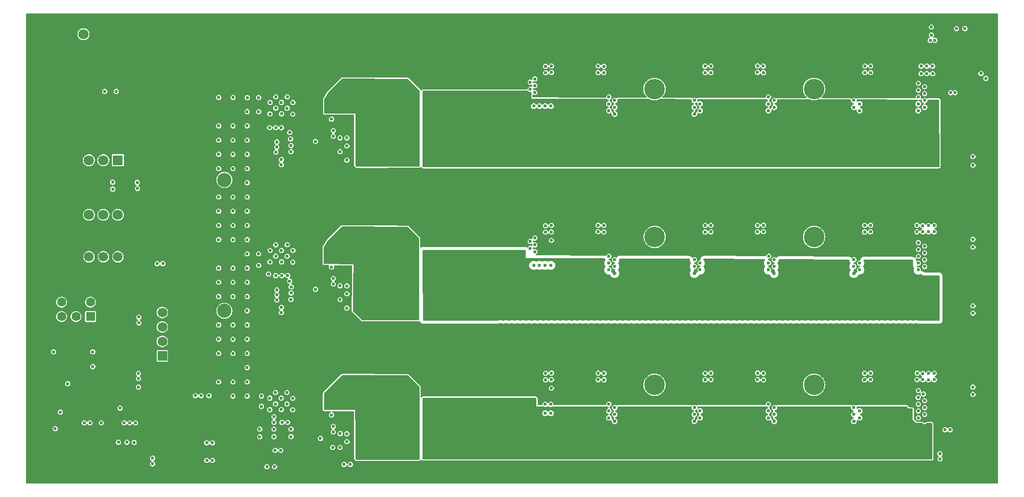
<source format=gbr>
%TF.GenerationSoftware,KiCad,Pcbnew,9.0.5*%
%TF.CreationDate,2025-10-28T20:55:23+05:00*%
%TF.ProjectId,LV08,4c563038-2e6b-4696-9361-645f70636258,rev?*%
%TF.SameCoordinates,Original*%
%TF.FileFunction,Copper,L4,Inr*%
%TF.FilePolarity,Positive*%
%FSLAX46Y46*%
G04 Gerber Fmt 4.6, Leading zero omitted, Abs format (unit mm)*
G04 Created by KiCad (PCBNEW 9.0.5) date 2025-10-28 20:55:23*
%MOMM*%
%LPD*%
G01*
G04 APERTURE LIST*
%TA.AperFunction,ComponentPad*%
%ADD10C,2.500000*%
%TD*%
%TA.AperFunction,ComponentPad*%
%ADD11R,1.700000X1.700000*%
%TD*%
%TA.AperFunction,ComponentPad*%
%ADD12C,1.700000*%
%TD*%
%TA.AperFunction,ComponentPad*%
%ADD13C,3.600000*%
%TD*%
%TA.AperFunction,ComponentPad*%
%ADD14R,1.800000X1.800000*%
%TD*%
%TA.AperFunction,ComponentPad*%
%ADD15C,1.800000*%
%TD*%
%TA.AperFunction,ComponentPad*%
%ADD16C,3.800000*%
%TD*%
%TA.AperFunction,ComponentPad*%
%ADD17C,2.000000*%
%TD*%
%TA.AperFunction,ComponentPad*%
%ADD18R,1.600000X1.600000*%
%TD*%
%TA.AperFunction,ComponentPad*%
%ADD19C,1.600000*%
%TD*%
%TA.AperFunction,ViaPad*%
%ADD20C,0.600000*%
%TD*%
G04 APERTURE END LIST*
D10*
%TO.N,GND*%
%TO.C,J10*%
X87597381Y-81508503D03*
%TO.N,VCC_12V0*%
X92597381Y-81508503D03*
%TD*%
%TO.N,GND*%
%TO.C,J2*%
X87600000Y-58500000D03*
%TO.N,VCC_12V0*%
X92600000Y-58500000D03*
%TD*%
D11*
%TO.N,Net-(D1-A)*%
%TO.C,J9*%
X81700000Y-89435008D03*
D12*
%TO.N,/ESP32/D-*%
X81700000Y-86895003D03*
%TO.N,/ESP32/D+*%
X81700000Y-84354997D03*
%TO.N,Net-(J9-Pad4)*%
X81700000Y-81814992D03*
%TD*%
D13*
%TO.N,unconnected-(M4-Pad1)*%
%TO.C,M4*%
X196100000Y-94525000D03*
%TD*%
D14*
%TO.N,GND*%
%TO.C,J6*%
X66285547Y-64642819D03*
D15*
%TO.N,VCC_12V0*%
X68825552Y-64642819D03*
%TO.N,/Sensors_Modules/FAN1_TACH*%
X71365558Y-64642819D03*
%TO.N,/Sensors_Modules/FAN1_PWM*%
X73905563Y-64642819D03*
%TD*%
D11*
%TO.N,GND*%
%TO.C,J4*%
X66275000Y-72025000D03*
D12*
%TO.N,VCC_3V3*%
X68815005Y-72025000D03*
%TO.N,/Buck_Converters_TPS546D24ARVFR/SCL*%
X71355011Y-72025000D03*
%TO.N,/Buck_Converters_TPS546D24ARVFR/SDA*%
X73895016Y-72025000D03*
%TD*%
D13*
%TO.N,N/C*%
%TO.C,M6*%
X196100000Y-42500000D03*
%TD*%
D16*
%TO.N,GND*%
%TO.C,H4*%
X86600000Y-101525000D03*
%TD*%
D13*
%TO.N,unconnected-(M3-Pad1)*%
%TO.C,M3*%
X168100000Y-94525000D03*
%TD*%
D14*
%TO.N,/Sensors_Modules/FAN2_PWM*%
%TO.C,J7*%
X73900364Y-55036661D03*
D15*
%TO.N,/Sensors_Modules/FAN2_TACH*%
X71360359Y-55036661D03*
%TO.N,VCC_12V0*%
X68820353Y-55036661D03*
%TO.N,GND*%
X66280348Y-55036661D03*
%TD*%
D16*
%TO.N,GND*%
%TO.C,H2*%
X86587280Y-34523680D03*
%TD*%
D13*
%TO.N,unconnected-(M1-Pad1)*%
%TO.C,M1*%
X168125000Y-68525000D03*
%TD*%
D16*
%TO.N,GND*%
%TO.C,H3*%
X133106067Y-34528451D03*
%TD*%
D15*
%TO.N,GND*%
%TO.C,K1*%
X72350445Y-32879997D03*
%TO.N,/ESP32/EN*%
X67849555Y-32879997D03*
D17*
%TO.N,GND*%
X66500813Y-35420003D03*
X73699187Y-35420003D03*
%TD*%
D13*
%TO.N,unconnected-(M2-Pad1)*%
%TO.C,M2*%
X196100000Y-68525000D03*
%TD*%
%TO.N,N/C*%
%TO.C,M5*%
X168100000Y-42500000D03*
%TD*%
D18*
%TO.N,/ESP32/EN*%
%TO.C,J3*%
X69096049Y-82526284D03*
D19*
%TO.N,VCC_3V3*%
X69096049Y-79986278D03*
%TO.N,/ESP32/P_TX*%
X66556044Y-82526284D03*
%TO.N,GND*%
X66556044Y-79986278D03*
%TO.N,/ESP32/P_RX*%
X64016039Y-82526284D03*
%TO.N,/ESP32/IO0*%
X64016039Y-79986278D03*
%TD*%
D20*
%TO.N,GND*%
X169890000Y-60760000D03*
X159890000Y-57760000D03*
X181050000Y-86960000D03*
X190800000Y-29900000D03*
X147050000Y-87960000D03*
X178050000Y-86960000D03*
X105880000Y-62380000D03*
X81250000Y-35240000D03*
X189100000Y-100925000D03*
X154050000Y-85960000D03*
X116700000Y-36970000D03*
X177800000Y-32900000D03*
X180800000Y-29900000D03*
X93700000Y-34970000D03*
X227500000Y-95490000D03*
X159050000Y-83960000D03*
X175890000Y-61760000D03*
X226500000Y-80490000D03*
X171890000Y-61760000D03*
X62370000Y-65430000D03*
X147890000Y-62760000D03*
X166890000Y-59760000D03*
X107880000Y-58380000D03*
X202050000Y-83960000D03*
X183050000Y-84960000D03*
X200050000Y-86960000D03*
X194050000Y-84960000D03*
X201050000Y-88960000D03*
X198050000Y-88960000D03*
X122700000Y-32970000D03*
X163050000Y-84960000D03*
X177800000Y-29900000D03*
X204050000Y-85960000D03*
X174800000Y-32900000D03*
X99790000Y-86720000D03*
X168890000Y-62760000D03*
X214050000Y-85960000D03*
X178800000Y-29900000D03*
X102880000Y-61380000D03*
X161890000Y-59760000D03*
X142890000Y-61760000D03*
X168800000Y-32900000D03*
X62370000Y-49430000D03*
X225500000Y-87500000D03*
X63370000Y-47430000D03*
X175890000Y-58760000D03*
X204800000Y-29900000D03*
X148890000Y-58760000D03*
X85250000Y-89000000D03*
X79690000Y-51870000D03*
X169890000Y-58760000D03*
X188050000Y-84960000D03*
X155890000Y-58760000D03*
X106790000Y-84720000D03*
X208890000Y-61760000D03*
X189050000Y-88960000D03*
X96700000Y-33970000D03*
X205890000Y-59760000D03*
X225500000Y-86500000D03*
X149890000Y-60760000D03*
X176800000Y-33900000D03*
X163050000Y-83960000D03*
X142890000Y-57750000D03*
X164890000Y-57760000D03*
X107700000Y-35970000D03*
X123700000Y-34970000D03*
X114700000Y-34970000D03*
X213050000Y-88960000D03*
X59370000Y-39430000D03*
X107880000Y-63380000D03*
X189800000Y-29900000D03*
X77250000Y-39250000D03*
X170800000Y-31900000D03*
X157050000Y-86960000D03*
X62370000Y-56430000D03*
X58370000Y-38430000D03*
X127700000Y-36970000D03*
X68000000Y-37250000D03*
X185800000Y-33900000D03*
X116700000Y-33970000D03*
X183050000Y-88960000D03*
X63370000Y-62430000D03*
X143890000Y-62760000D03*
X196890000Y-60760000D03*
X165050000Y-87960000D03*
X121700000Y-34970000D03*
X141050000Y-84960000D03*
X186890000Y-62760000D03*
X165050000Y-84960000D03*
X208800000Y-33900000D03*
X147890000Y-61760000D03*
X103880000Y-62380000D03*
X177050000Y-88960000D03*
X225500000Y-76490000D03*
X202800000Y-30900000D03*
X185800000Y-29900000D03*
X99790000Y-87720000D03*
X164050000Y-83960000D03*
X183050000Y-85960000D03*
X59370000Y-64430000D03*
X142890000Y-59760000D03*
X92700000Y-31970000D03*
X105700000Y-31970000D03*
X154890000Y-57760000D03*
X82690000Y-50870000D03*
X185050000Y-83960000D03*
X63370000Y-60430000D03*
X211050000Y-88960000D03*
X117700000Y-36970000D03*
X143890000Y-57750000D03*
X62370000Y-73430000D03*
X186050000Y-86960000D03*
X84250000Y-89000000D03*
X205890000Y-57760000D03*
X201800000Y-30900000D03*
X118700000Y-33970000D03*
X103790000Y-88720000D03*
X225500000Y-82490000D03*
X197890000Y-57760000D03*
X103880000Y-61380000D03*
X159800000Y-34900000D03*
X165890000Y-58760000D03*
X62370000Y-60430000D03*
X85000000Y-78500000D03*
X59370000Y-68430000D03*
X227500000Y-90480000D03*
X169050000Y-84960000D03*
X139890000Y-61760000D03*
X102790000Y-85720000D03*
X191050000Y-86960000D03*
X107790000Y-83720000D03*
X209800000Y-31900000D03*
X151890000Y-62760000D03*
X102700000Y-34970000D03*
X86250000Y-104000000D03*
X195890000Y-61760000D03*
X225500000Y-59500000D03*
X143800000Y-32900000D03*
X147800000Y-29900000D03*
X141050000Y-86960000D03*
X188890000Y-60760000D03*
X210890000Y-61760000D03*
X61370000Y-61430000D03*
X164890000Y-60760000D03*
X61370000Y-37430000D03*
X161050000Y-88960000D03*
X226500000Y-76490000D03*
X143050000Y-84960000D03*
X202890000Y-59760000D03*
X170050000Y-83960000D03*
X187890000Y-61760000D03*
X139800000Y-34900000D03*
X209890000Y-60760000D03*
X168800000Y-34900000D03*
X203098400Y-74955400D03*
X159050000Y-84960000D03*
X170890000Y-60760000D03*
X102790000Y-83710000D03*
X203800000Y-34900000D03*
X160890000Y-62760000D03*
X101700000Y-31970000D03*
X161050000Y-87960000D03*
X172800000Y-30900000D03*
X145800000Y-33900000D03*
X120700000Y-35970000D03*
X78690000Y-52870000D03*
X100880000Y-60380000D03*
X158890000Y-61760000D03*
X85000000Y-77500000D03*
X204050000Y-86960000D03*
X160800000Y-33900000D03*
X162050000Y-85960000D03*
X155800000Y-29900000D03*
X102790000Y-84720000D03*
X158800000Y-33900000D03*
X140800000Y-30900000D03*
X206890000Y-62760000D03*
X163800000Y-32900000D03*
X184800000Y-34900000D03*
X84250000Y-84990000D03*
X152800000Y-31900000D03*
X176890000Y-60760000D03*
X140890000Y-59760000D03*
X59370000Y-47430000D03*
X190050000Y-87960000D03*
X170890000Y-57760000D03*
X148800000Y-31900000D03*
X208800000Y-31900000D03*
X159800000Y-33900000D03*
X160050000Y-86960000D03*
X227500000Y-88500000D03*
X79690000Y-48860000D03*
X58360000Y-72430000D03*
X195800000Y-31900000D03*
X58370000Y-49430000D03*
X181890000Y-62760000D03*
X194800000Y-33900000D03*
X173800000Y-32900000D03*
X92700000Y-32970000D03*
X84000000Y-77500000D03*
X62370000Y-70430000D03*
X158800000Y-30900000D03*
X167050000Y-88960000D03*
X62370000Y-41430000D03*
X185050000Y-86960000D03*
X88250000Y-89000000D03*
X124700000Y-34970000D03*
X169050000Y-85960000D03*
X191800000Y-31900000D03*
X193890000Y-62760000D03*
X63370000Y-57430000D03*
X169800000Y-34900000D03*
X195800000Y-34900000D03*
X162890000Y-57760000D03*
X148890000Y-59760000D03*
X184050000Y-88960000D03*
X62370000Y-54430000D03*
X142800000Y-32900000D03*
X205800000Y-34900000D03*
X184050000Y-84960000D03*
X101700000Y-36970000D03*
X99700000Y-32970000D03*
X63370000Y-53430000D03*
X209890000Y-62760000D03*
X102880000Y-60380000D03*
X158800000Y-29900000D03*
X191890000Y-58760000D03*
X208050000Y-86960000D03*
X192050000Y-87960000D03*
X60370000Y-37430000D03*
X175050000Y-83950000D03*
X110700000Y-33970000D03*
X77690000Y-52870000D03*
X212890000Y-57760000D03*
X155800000Y-33900000D03*
X208800000Y-29900000D03*
X61370000Y-45430000D03*
X227500000Y-62500000D03*
X59370000Y-65430000D03*
X61370000Y-56430000D03*
X70000000Y-40250000D03*
X206800000Y-34900000D03*
X191050000Y-83960000D03*
X78690000Y-49870000D03*
X198050000Y-87960000D03*
X105790000Y-85720000D03*
X165800000Y-31900000D03*
X102880000Y-58370000D03*
X100700000Y-34970000D03*
X150800000Y-32900000D03*
X206050000Y-83960000D03*
X180890000Y-62760000D03*
X88000000Y-74500000D03*
X60370000Y-65430000D03*
X225500000Y-85500000D03*
X173050000Y-84960000D03*
X198890000Y-61760000D03*
X143050000Y-88960000D03*
X201050000Y-83960000D03*
X186890000Y-59760000D03*
X205800000Y-32900000D03*
X152050000Y-87960000D03*
X105880000Y-63380000D03*
X80250000Y-40250000D03*
X92700000Y-33970000D03*
X212890000Y-60760000D03*
X85000000Y-74500000D03*
X157050000Y-84960000D03*
X226500000Y-58500000D03*
X202890000Y-60760000D03*
X226500000Y-97490000D03*
X197800000Y-33900000D03*
X88000000Y-75500000D03*
X146890000Y-57760000D03*
X82690000Y-52870000D03*
X185890000Y-59760000D03*
X60370000Y-44430000D03*
X164890000Y-61760000D03*
X205890000Y-61760000D03*
X209050000Y-86960000D03*
X176050000Y-86960000D03*
X84690000Y-49870000D03*
X183890000Y-57760000D03*
X119700000Y-35970000D03*
X226500000Y-56500000D03*
X170800000Y-34900000D03*
X85000000Y-76500000D03*
X108700000Y-32970000D03*
X150050000Y-84960000D03*
X227500000Y-60490000D03*
X105700000Y-33970000D03*
X60370000Y-67430000D03*
X226500000Y-83490000D03*
X212050000Y-83960000D03*
X98700000Y-31970000D03*
X58370000Y-52430000D03*
X168050000Y-85960000D03*
X84690000Y-48870000D03*
X180050000Y-87960000D03*
X157050000Y-83960000D03*
X58370000Y-51430000D03*
X153050000Y-86960000D03*
X192050000Y-83960000D03*
X123700000Y-33970000D03*
X144890000Y-61760000D03*
X158050000Y-83960000D03*
X100880000Y-59380000D03*
X59370000Y-66430000D03*
X167050000Y-86960000D03*
X209890000Y-57760000D03*
X147800000Y-34900000D03*
X179800000Y-34900000D03*
X121700000Y-36970000D03*
X157800000Y-33900000D03*
X84250000Y-87000000D03*
X227500000Y-104500000D03*
X163800000Y-30900000D03*
X208890000Y-57760000D03*
X175050000Y-84960000D03*
X197890000Y-59760000D03*
X182050000Y-87960000D03*
X90700000Y-32970000D03*
X153050000Y-84960000D03*
X101790000Y-85720000D03*
X207800000Y-30900000D03*
X90700000Y-31960000D03*
X185890000Y-60760000D03*
X126700000Y-31970000D03*
X107700000Y-36970000D03*
X84250000Y-86000000D03*
X143050000Y-86960000D03*
X209890000Y-58760000D03*
X208890000Y-62760000D03*
X90700000Y-35970000D03*
X155050000Y-86960000D03*
X183800000Y-31900000D03*
X148050000Y-84960000D03*
X149050000Y-85960000D03*
X88500000Y-103250000D03*
X212050000Y-88960000D03*
X211890000Y-61760000D03*
X152800000Y-32900000D03*
X144050000Y-88960000D03*
X81690000Y-51870000D03*
X227500000Y-86500000D03*
X164890000Y-58760000D03*
X225500000Y-70510000D03*
X203890000Y-57760000D03*
X127700000Y-34970000D03*
X178800000Y-34900000D03*
X148050000Y-85960000D03*
X147890000Y-60760000D03*
X180890000Y-57760000D03*
X101700000Y-33970000D03*
X178890000Y-61760000D03*
X58370000Y-54430000D03*
X119700000Y-33970000D03*
X114700000Y-36970000D03*
X103880000Y-60380000D03*
X182800000Y-31900000D03*
X147050000Y-84960000D03*
X149800000Y-31900000D03*
X77690000Y-48860000D03*
X84690000Y-50870000D03*
X199800000Y-33900000D03*
X146800000Y-30900000D03*
X101700000Y-32970000D03*
X59370000Y-42430000D03*
X152050000Y-85960000D03*
X143800000Y-30900000D03*
X141800000Y-33900000D03*
X105880000Y-61380000D03*
X225500000Y-103500000D03*
X77690000Y-53870000D03*
X99880000Y-60380000D03*
X87000000Y-74500000D03*
X101880000Y-63380000D03*
X177050000Y-86960000D03*
X169890000Y-62760000D03*
X103700000Y-36970000D03*
X172800000Y-33900000D03*
X166800000Y-33900000D03*
X85250000Y-84990000D03*
X99700000Y-35970000D03*
X209800000Y-30900000D03*
X191800000Y-34900000D03*
X150800000Y-33900000D03*
X87250000Y-88000000D03*
X193050000Y-84960000D03*
X200050000Y-84960000D03*
X107790000Y-88720000D03*
X63370000Y-54430000D03*
X194890000Y-61760000D03*
X178800000Y-32900000D03*
X163050000Y-86960000D03*
X155050000Y-87960000D03*
X166890000Y-58760000D03*
X187800000Y-31900000D03*
X180050000Y-84960000D03*
X188890000Y-61760000D03*
X176890000Y-57750000D03*
X201890000Y-62760000D03*
X227500000Y-78480000D03*
X210050000Y-88960000D03*
X197800000Y-30900000D03*
X227500000Y-107500000D03*
X61370000Y-59430000D03*
X60370000Y-57430000D03*
X62370000Y-68430000D03*
X160890000Y-59760000D03*
X207050000Y-83960000D03*
X227500000Y-89500000D03*
X193800000Y-33900000D03*
X62370000Y-47430000D03*
X146050000Y-88960000D03*
X178050000Y-83950000D03*
X62370000Y-46430000D03*
X159890000Y-59760000D03*
X127700000Y-31970000D03*
X155050000Y-85960000D03*
X177050000Y-83950000D03*
X177050000Y-87960000D03*
X115700000Y-35970000D03*
X144800000Y-30900000D03*
X60370000Y-40430000D03*
X180890000Y-59760000D03*
X193890000Y-59760000D03*
X87250000Y-84990000D03*
X152050000Y-88960000D03*
X187800000Y-30900000D03*
X121700000Y-31970000D03*
X206890000Y-57760000D03*
X62370000Y-63430000D03*
X152800000Y-30900000D03*
X157800000Y-32900000D03*
X204890000Y-61760000D03*
X152800000Y-34900000D03*
X225500000Y-57500000D03*
X171800000Y-30900000D03*
X211800000Y-32900000D03*
X205050000Y-88960000D03*
X175100000Y-74925000D03*
X156800000Y-33900000D03*
X84690000Y-51870000D03*
X210890000Y-62760000D03*
X69000000Y-37250000D03*
X174890000Y-58760000D03*
X63370000Y-58430000D03*
X159800000Y-32900000D03*
X105700000Y-35970000D03*
X154800000Y-31900000D03*
X168050000Y-87960000D03*
X60370000Y-54430000D03*
X178050000Y-84960000D03*
X140800000Y-34900000D03*
X225500000Y-100490000D03*
X63370000Y-42430000D03*
X157800000Y-29900000D03*
X186050000Y-83960000D03*
X139890000Y-60760000D03*
X197890000Y-58760000D03*
X59370000Y-57430000D03*
X59370000Y-44430000D03*
X186800000Y-34900000D03*
X160050000Y-85960000D03*
X203890000Y-61760000D03*
X181890000Y-58760000D03*
X226500000Y-63500000D03*
X211800000Y-31900000D03*
X200890000Y-59760000D03*
X166890000Y-57760000D03*
X61370000Y-48430000D03*
X206050000Y-88960000D03*
X202890000Y-58760000D03*
X210890000Y-60760000D03*
X156890000Y-62760000D03*
X215500000Y-100925000D03*
X139800000Y-29890000D03*
X79250000Y-37250000D03*
X150050000Y-88960000D03*
X149050000Y-86960000D03*
X190890000Y-61760000D03*
X207800000Y-33900000D03*
X154050000Y-83960000D03*
X225500000Y-78480000D03*
X180800000Y-32900000D03*
X158890000Y-60760000D03*
X226500000Y-69510000D03*
X58370000Y-61430000D03*
X95700000Y-31970000D03*
X167890000Y-62760000D03*
X147050000Y-85960000D03*
X167890000Y-57760000D03*
X188890000Y-59760000D03*
X204050000Y-83960000D03*
X185890000Y-61760000D03*
X59370000Y-60430000D03*
X153800000Y-33900000D03*
X202050000Y-88960000D03*
X86250000Y-84990000D03*
X77250000Y-37250000D03*
X167890000Y-59760000D03*
X170800000Y-30900000D03*
X149050000Y-88960000D03*
X88000000Y-78500000D03*
X147890000Y-59760000D03*
X187890000Y-58760000D03*
X162890000Y-60760000D03*
X62370000Y-67430000D03*
X157050000Y-87960000D03*
X204800000Y-34900000D03*
X160800000Y-32900000D03*
X59370000Y-61430000D03*
X226500000Y-78480000D03*
X184800000Y-32900000D03*
X195890000Y-57760000D03*
X227500000Y-93490000D03*
X196890000Y-61760000D03*
X226500000Y-65500000D03*
X155050000Y-83960000D03*
X174050000Y-88960000D03*
X90700000Y-36970000D03*
X60370000Y-68430000D03*
X227500000Y-55500000D03*
X192890000Y-62760000D03*
X83690000Y-53870000D03*
X194800000Y-29900000D03*
X211050000Y-85960000D03*
X164050000Y-86960000D03*
X83690000Y-50870000D03*
X227500000Y-77490000D03*
X104700000Y-36970000D03*
X191050000Y-85960000D03*
X173800000Y-34900000D03*
X197890000Y-62760000D03*
X172890000Y-57750000D03*
X202800000Y-33900000D03*
X201050000Y-84960000D03*
X188800000Y-32900000D03*
X157800000Y-30900000D03*
X175890000Y-57750000D03*
X190800000Y-31900000D03*
X99700000Y-33970000D03*
X83690000Y-52870000D03*
X111700000Y-34970000D03*
X105880000Y-59380000D03*
X180890000Y-61760000D03*
X58370000Y-55430000D03*
X168050000Y-86960000D03*
X174050000Y-83950000D03*
X78250000Y-35240000D03*
X141050000Y-85960000D03*
X111700000Y-35970000D03*
X171050000Y-83960000D03*
X207050000Y-85960000D03*
X151050000Y-88960000D03*
X60370000Y-71430000D03*
X172890000Y-61760000D03*
X59370000Y-38430000D03*
X144890000Y-57750000D03*
X168050000Y-88960000D03*
X106880000Y-61380000D03*
X104790000Y-88720000D03*
X204890000Y-60760000D03*
X88500000Y-104250000D03*
X59370000Y-62430000D03*
X153050000Y-83960000D03*
X196800000Y-33900000D03*
X148050000Y-87960000D03*
X203890000Y-59760000D03*
X96700000Y-36970000D03*
X182890000Y-61760000D03*
X160050000Y-84960000D03*
X140890000Y-60760000D03*
X188050000Y-85960000D03*
X162050000Y-83960000D03*
X207050000Y-86960000D03*
X58370000Y-63430000D03*
X118700000Y-35970000D03*
X97700000Y-34970000D03*
X63370000Y-43430000D03*
X168050000Y-84960000D03*
X203050000Y-88960000D03*
X60370000Y-53430000D03*
X163890000Y-59760000D03*
X143890000Y-60760000D03*
X165050000Y-85960000D03*
X79690000Y-52870000D03*
X115700000Y-36970000D03*
X151050000Y-86960000D03*
X180800000Y-33900000D03*
X192050000Y-84960000D03*
X60370000Y-50430000D03*
X180050000Y-83960000D03*
X149800000Y-33900000D03*
X142050000Y-88960000D03*
X198890000Y-57760000D03*
X187800000Y-29900000D03*
X62370000Y-48430000D03*
X101880000Y-58370000D03*
X59370000Y-54430000D03*
X58370000Y-45430000D03*
X186050000Y-88960000D03*
X162800000Y-32900000D03*
X84000000Y-78500000D03*
X112700000Y-32970000D03*
X169050000Y-88960000D03*
X176800000Y-29900000D03*
X202050000Y-84960000D03*
X159050000Y-85960000D03*
X105790000Y-87720000D03*
X176890000Y-58760000D03*
X178890000Y-59760000D03*
X184890000Y-57760000D03*
X58370000Y-65430000D03*
X156050000Y-88960000D03*
X177890000Y-60760000D03*
X106700000Y-34970000D03*
X225500000Y-88500000D03*
X208890000Y-58760000D03*
X206050000Y-84960000D03*
X161800000Y-29900000D03*
X198800000Y-32900000D03*
X173800000Y-33900000D03*
X210800000Y-34900000D03*
X58370000Y-53430000D03*
X154800000Y-34900000D03*
X60370000Y-39430000D03*
X226500000Y-73490000D03*
X86000000Y-74500000D03*
X58360000Y-73430000D03*
X172050000Y-87960000D03*
X120700000Y-34970000D03*
X165800000Y-29900000D03*
X206050000Y-87960000D03*
X199050000Y-88960000D03*
X82690000Y-49870000D03*
X202050000Y-86960000D03*
X209050000Y-88960000D03*
X95700000Y-34970000D03*
X173800000Y-30900000D03*
X62370000Y-39430000D03*
X58370000Y-36430000D03*
X207890000Y-60760000D03*
X123700000Y-36970000D03*
X70000000Y-37250000D03*
X226500000Y-98490000D03*
X188890000Y-57760000D03*
X182800000Y-33900000D03*
X58370000Y-68430000D03*
X192800000Y-30900000D03*
X196050000Y-86960000D03*
X190890000Y-59760000D03*
X201050000Y-85960000D03*
X213050000Y-83960000D03*
X202800000Y-29900000D03*
X139800000Y-33900000D03*
X81690000Y-48860000D03*
X153800000Y-32900000D03*
X177800000Y-31900000D03*
X63370000Y-72430000D03*
X58370000Y-70430000D03*
X99880000Y-61380000D03*
X190050000Y-83960000D03*
X85000000Y-73490000D03*
X175890000Y-62760000D03*
X72000000Y-37250000D03*
X101790000Y-84720000D03*
X195050000Y-84960000D03*
X227500000Y-84490000D03*
X105790000Y-84720000D03*
X192050000Y-85960000D03*
X181800000Y-30900000D03*
X184050000Y-86960000D03*
X118700000Y-32970000D03*
X78690000Y-48860000D03*
X148050000Y-86960000D03*
X62370000Y-57430000D03*
X175800000Y-30900000D03*
X197050000Y-86960000D03*
X227500000Y-68510000D03*
X60370000Y-43430000D03*
X138800000Y-30900000D03*
X207890000Y-62760000D03*
X60370000Y-36430000D03*
X205050000Y-87960000D03*
X192890000Y-57760000D03*
X187800000Y-34900000D03*
X169800000Y-29900000D03*
X62370000Y-62430000D03*
X163890000Y-61760000D03*
X177800000Y-34900000D03*
X193050000Y-86960000D03*
X184800000Y-33900000D03*
X194890000Y-57760000D03*
X171890000Y-59760000D03*
X106790000Y-87720000D03*
X100000000Y-105750000D03*
X206890000Y-58760000D03*
X201890000Y-59760000D03*
X102700000Y-35970000D03*
X196890000Y-59760000D03*
X106880000Y-62380000D03*
X97700000Y-32970000D03*
X164800000Y-29900000D03*
X105700000Y-32970000D03*
X71000000Y-37250000D03*
X151800000Y-30900000D03*
X181050000Y-85960000D03*
X169050000Y-83960000D03*
X85690000Y-48870000D03*
X87250000Y-87000000D03*
X81250000Y-39250000D03*
X162050000Y-88960000D03*
X212050000Y-86960000D03*
X212890000Y-62760000D03*
X207800000Y-31900000D03*
X62370000Y-58430000D03*
X201890000Y-61760000D03*
X203800000Y-29900000D03*
X161100000Y-46925000D03*
X194050000Y-83960000D03*
X155890000Y-60760000D03*
X121700000Y-35970000D03*
X178890000Y-62760000D03*
X206800000Y-32900000D03*
X144890000Y-58760000D03*
X104790000Y-83710000D03*
X144800000Y-33900000D03*
X80690000Y-50870000D03*
X207050000Y-87960000D03*
X150890000Y-57760000D03*
X186890000Y-58760000D03*
X174800000Y-30900000D03*
X101880000Y-59380000D03*
X178800000Y-30900000D03*
X111700000Y-36970000D03*
X174050000Y-84960000D03*
X226500000Y-61500000D03*
X177890000Y-61760000D03*
X177050000Y-84960000D03*
X62370000Y-45430000D03*
X122700000Y-34970000D03*
X183890000Y-62760000D03*
X171890000Y-60760000D03*
X163890000Y-57760000D03*
X114700000Y-35970000D03*
X161890000Y-60760000D03*
X109700000Y-36970000D03*
X189050000Y-83960000D03*
X190050000Y-84960000D03*
X195800000Y-29900000D03*
X164050000Y-85960000D03*
X141800000Y-29890000D03*
X175800000Y-31900000D03*
X91700000Y-36970000D03*
X203800000Y-33900000D03*
X146050000Y-86960000D03*
X211800000Y-29900000D03*
X104700000Y-35970000D03*
X151890000Y-61760000D03*
X207890000Y-61760000D03*
X199800000Y-34900000D03*
X151890000Y-57760000D03*
X206890000Y-60760000D03*
X210800000Y-31900000D03*
X61370000Y-73430000D03*
X225500000Y-93490000D03*
X149050000Y-87960000D03*
X166800000Y-32900000D03*
X184890000Y-58760000D03*
X150890000Y-60760000D03*
X111700000Y-31970000D03*
X174800000Y-33900000D03*
X95700000Y-35970000D03*
X211890000Y-59760000D03*
X99880000Y-62380000D03*
X189890000Y-62760000D03*
X59370000Y-72430000D03*
X163890000Y-62760000D03*
X180890000Y-60760000D03*
X226500000Y-72480000D03*
X63370000Y-69430000D03*
X122700000Y-31970000D03*
X157800000Y-31900000D03*
X146800000Y-32900000D03*
X226500000Y-71510000D03*
X104880000Y-60380000D03*
X88000000Y-77500000D03*
X191050000Y-84960000D03*
X227500000Y-76490000D03*
X102790000Y-88720000D03*
X204800000Y-30900000D03*
X60370000Y-46430000D03*
X179050000Y-84960000D03*
X70000000Y-39250000D03*
X151890000Y-59760000D03*
X174800000Y-29890000D03*
X166050000Y-85960000D03*
X116700000Y-32970000D03*
X225500000Y-67510000D03*
X156050000Y-85960000D03*
X145800000Y-31900000D03*
X189890000Y-61760000D03*
X151890000Y-60760000D03*
X61370000Y-57430000D03*
X181890000Y-61760000D03*
X227500000Y-59500000D03*
X169890000Y-61760000D03*
X99790000Y-84720000D03*
X146800000Y-34900000D03*
X180050000Y-88960000D03*
X96700000Y-32970000D03*
X205050000Y-83960000D03*
X58370000Y-42430000D03*
X63370000Y-38430000D03*
X166050000Y-84960000D03*
X154050000Y-88960000D03*
X81690000Y-50870000D03*
X104700000Y-33970000D03*
X154050000Y-84960000D03*
X202890000Y-61760000D03*
X226500000Y-55500000D03*
X164800000Y-33900000D03*
X99880000Y-59380000D03*
X70000000Y-35240000D03*
X156050000Y-84960000D03*
X201800000Y-31900000D03*
X189800000Y-30900000D03*
X176050000Y-84960000D03*
X175800000Y-32900000D03*
X176800000Y-32900000D03*
X120700000Y-31970000D03*
X186890000Y-57760000D03*
X170050000Y-85960000D03*
X145890000Y-60760000D03*
X84690000Y-53870000D03*
X194050000Y-85960000D03*
X178890000Y-57760000D03*
X163890000Y-58760000D03*
X200050000Y-87960000D03*
X161890000Y-57760000D03*
X104790000Y-86720000D03*
X166800000Y-30900000D03*
X60370000Y-47430000D03*
X182800000Y-30900000D03*
X102700000Y-31970000D03*
X198800000Y-33900000D03*
X80250000Y-39250000D03*
X226500000Y-106500000D03*
X204800000Y-31900000D03*
X106700000Y-32970000D03*
X207050000Y-88960000D03*
X199050000Y-83960000D03*
X125700000Y-35970000D03*
X100790000Y-88720000D03*
X200050000Y-85960000D03*
X213050000Y-86960000D03*
X171050000Y-84960000D03*
X186800000Y-33900000D03*
X100790000Y-86720000D03*
X198800000Y-29900000D03*
X210890000Y-57760000D03*
X109700000Y-31970000D03*
X227500000Y-105500000D03*
X226500000Y-59500000D03*
X103880000Y-63380000D03*
X225500000Y-58500000D03*
X159800000Y-30900000D03*
X184800000Y-29900000D03*
X171800000Y-29890000D03*
X211800000Y-30900000D03*
X179050000Y-86960000D03*
X146890000Y-60760000D03*
X94700000Y-34970000D03*
X225500000Y-95490000D03*
X100880000Y-63380000D03*
X142800000Y-31900000D03*
X104880000Y-58370000D03*
X153890000Y-61760000D03*
X113700000Y-31970000D03*
X166800000Y-34900000D03*
X63370000Y-48430000D03*
X144050000Y-86960000D03*
X225500000Y-96480000D03*
X195890000Y-62760000D03*
X225500000Y-102490000D03*
X140800000Y-33900000D03*
X200800000Y-33900000D03*
X118700000Y-36970000D03*
X183050000Y-83960000D03*
X227500000Y-73490000D03*
X226500000Y-94490000D03*
X103790000Y-85720000D03*
X190800000Y-30900000D03*
X153800000Y-34900000D03*
X60370000Y-70430000D03*
X72000000Y-40250000D03*
X226500000Y-95490000D03*
X146890000Y-62760000D03*
X226500000Y-75490000D03*
X199890000Y-61760000D03*
X225500000Y-106500000D03*
X102880000Y-63380000D03*
X61370000Y-39430000D03*
X113700000Y-35970000D03*
X140800000Y-32900000D03*
X59370000Y-73430000D03*
X80250000Y-37250000D03*
X62370000Y-37430000D03*
X227500000Y-92490000D03*
X107700000Y-33970000D03*
X200890000Y-61760000D03*
X166050000Y-83960000D03*
X194050000Y-87960000D03*
X160050000Y-87960000D03*
X176800000Y-30900000D03*
X170890000Y-58760000D03*
X179800000Y-31900000D03*
X147800000Y-32900000D03*
X192890000Y-60760000D03*
X186800000Y-31900000D03*
X174800000Y-34900000D03*
X165890000Y-60760000D03*
X166050000Y-86960000D03*
X183800000Y-32900000D03*
X154890000Y-59760000D03*
X188800000Y-34900000D03*
X144800000Y-34900000D03*
X206050000Y-86960000D03*
X205050000Y-84960000D03*
X226500000Y-70510000D03*
X152890000Y-59760000D03*
X225500000Y-94490000D03*
X174800000Y-31900000D03*
X226500000Y-90480000D03*
X203100000Y-100950000D03*
X152890000Y-61760000D03*
X161050000Y-86960000D03*
X63370000Y-64430000D03*
X227500000Y-98490000D03*
X108700000Y-36970000D03*
X91700000Y-31960000D03*
X175800000Y-29890000D03*
X60370000Y-41430000D03*
X77250000Y-40250000D03*
X145800000Y-32900000D03*
X161890000Y-62760000D03*
X170800000Y-32900000D03*
X150890000Y-58760000D03*
X166890000Y-61760000D03*
X107700000Y-32970000D03*
X110700000Y-36970000D03*
X197800000Y-34900000D03*
X150050000Y-86960000D03*
X196800000Y-31900000D03*
X194050000Y-86960000D03*
X145050000Y-84960000D03*
X63370000Y-56430000D03*
X63370000Y-73430000D03*
X85690000Y-50870000D03*
X208050000Y-85960000D03*
X167800000Y-31900000D03*
X69000000Y-39250000D03*
X62370000Y-61430000D03*
X61370000Y-63430000D03*
X61370000Y-44430000D03*
X140890000Y-58760000D03*
X80690000Y-51870000D03*
X147890000Y-57760000D03*
X92700000Y-34970000D03*
X178050000Y-88960000D03*
X99700000Y-34970000D03*
X191800000Y-30900000D03*
X161100000Y-100925000D03*
X173800000Y-29890000D03*
X211800000Y-33900000D03*
X100700000Y-35970000D03*
X227500000Y-57500000D03*
X204890000Y-59760000D03*
X185800000Y-31900000D03*
X172050000Y-85960000D03*
X59370000Y-45430000D03*
X183800000Y-34900000D03*
X176050000Y-87960000D03*
X58370000Y-56430000D03*
X204050000Y-84960000D03*
X147800000Y-30900000D03*
X197050000Y-85960000D03*
X193800000Y-30900000D03*
X208050000Y-84960000D03*
X118700000Y-34970000D03*
X214050000Y-84960000D03*
X171050000Y-86960000D03*
X148890000Y-57760000D03*
X183890000Y-59760000D03*
X98700000Y-33970000D03*
X86250000Y-90000000D03*
X195050000Y-87960000D03*
X190800000Y-33900000D03*
X225500000Y-65500000D03*
X190890000Y-62760000D03*
X167800000Y-29900000D03*
X146890000Y-59760000D03*
X124700000Y-33970000D03*
X185050000Y-85960000D03*
X174890000Y-62760000D03*
X171800000Y-33900000D03*
X81250000Y-36250000D03*
X106700000Y-33970000D03*
X61370000Y-69430000D03*
X212050000Y-87960000D03*
X180050000Y-86960000D03*
X173890000Y-62760000D03*
X117700000Y-31970000D03*
X159050000Y-88960000D03*
X72000000Y-35240000D03*
X168890000Y-59760000D03*
X148890000Y-60760000D03*
X227500000Y-56500000D03*
X60370000Y-64430000D03*
X185890000Y-62760000D03*
X227500000Y-72480000D03*
X141890000Y-57750000D03*
X190800000Y-34900000D03*
X201890000Y-57760000D03*
X183890000Y-58760000D03*
X181050000Y-84960000D03*
X157890000Y-62760000D03*
X175050000Y-87960000D03*
X97700000Y-31970000D03*
X151050000Y-84960000D03*
X96700000Y-31970000D03*
X173890000Y-59760000D03*
X175100000Y-100925000D03*
X179800000Y-30900000D03*
X165800000Y-30900000D03*
X226500000Y-91490000D03*
X181050000Y-88960000D03*
X110700000Y-35970000D03*
X61370000Y-66430000D03*
X203890000Y-62760000D03*
X199800000Y-32900000D03*
X213050000Y-85960000D03*
X225500000Y-72480000D03*
X225500000Y-63500000D03*
X80250000Y-35240000D03*
X101880000Y-61380000D03*
X225500000Y-60490000D03*
X60370000Y-55430000D03*
X227500000Y-79490000D03*
X159890000Y-60760000D03*
X203050000Y-83960000D03*
X193050000Y-87960000D03*
X173050000Y-85960000D03*
X199800000Y-30900000D03*
X104790000Y-84720000D03*
X68000000Y-38250000D03*
X227500000Y-94490000D03*
X225500000Y-80490000D03*
X100700000Y-31970000D03*
X107880000Y-62380000D03*
X189800000Y-32900000D03*
X101790000Y-87720000D03*
X84000000Y-100500000D03*
X205050000Y-85960000D03*
X140890000Y-62760000D03*
X167890000Y-61760000D03*
X226500000Y-88500000D03*
X201050000Y-87960000D03*
X191890000Y-59760000D03*
X172800000Y-29890000D03*
X84000000Y-73490000D03*
X63370000Y-59430000D03*
X176890000Y-59760000D03*
X155050000Y-88960000D03*
X172050000Y-84960000D03*
X123700000Y-35970000D03*
X211890000Y-62760000D03*
X101700000Y-35970000D03*
X107880000Y-59380000D03*
X153050000Y-88960000D03*
X101880000Y-62380000D03*
X181800000Y-31900000D03*
X200890000Y-62760000D03*
X60370000Y-66430000D03*
X187050000Y-84960000D03*
X179050000Y-83960000D03*
X78250000Y-37250000D03*
X225500000Y-98490000D03*
X140800000Y-31900000D03*
X192800000Y-33900000D03*
X225500000Y-55500000D03*
X179800000Y-33900000D03*
X152050000Y-84960000D03*
X116700000Y-35970000D03*
X161890000Y-58760000D03*
X226500000Y-102490000D03*
X85690000Y-49870000D03*
X163800000Y-31900000D03*
X108700000Y-34970000D03*
X143890000Y-59760000D03*
X179890000Y-62760000D03*
X146800000Y-33900000D03*
X183050000Y-86960000D03*
X92700000Y-35970000D03*
X185800000Y-32900000D03*
X197800000Y-29900000D03*
X170800000Y-33900000D03*
X205800000Y-31900000D03*
X184800000Y-30900000D03*
X171800000Y-32900000D03*
X153890000Y-62760000D03*
X114700000Y-32970000D03*
X142890000Y-58760000D03*
X182800000Y-32900000D03*
X99880000Y-63380000D03*
X77250000Y-36250000D03*
X172890000Y-60760000D03*
X78690000Y-51870000D03*
X59370000Y-56430000D03*
X158800000Y-32900000D03*
X189890000Y-59760000D03*
X86000000Y-73490000D03*
X59370000Y-40430000D03*
X61370000Y-65430000D03*
X85000000Y-75500000D03*
X63370000Y-52430000D03*
X103700000Y-31970000D03*
X122700000Y-36970000D03*
X125700000Y-34970000D03*
X94700000Y-32970000D03*
X169050000Y-86960000D03*
X58370000Y-39430000D03*
X81250000Y-40250000D03*
X162890000Y-59760000D03*
X151050000Y-87960000D03*
X108700000Y-35970000D03*
X160800000Y-29900000D03*
X155800000Y-30900000D03*
X120700000Y-33970000D03*
X109700000Y-32970000D03*
X164890000Y-62760000D03*
X104880000Y-63380000D03*
X227500000Y-91490000D03*
X59370000Y-36430000D03*
X59370000Y-46430000D03*
X59370000Y-67430000D03*
X141890000Y-59760000D03*
X77690000Y-49870000D03*
X103700000Y-32970000D03*
X103790000Y-84720000D03*
X151050000Y-83960000D03*
X227500000Y-54490000D03*
X227500000Y-83490000D03*
X154890000Y-58760000D03*
X163800000Y-33900000D03*
X148890000Y-61760000D03*
X83690000Y-48870000D03*
X192800000Y-32900000D03*
X59370000Y-49430000D03*
X159800000Y-31900000D03*
X226500000Y-81490000D03*
X193890000Y-61760000D03*
X206800000Y-33900000D03*
X225500000Y-84490000D03*
X146050000Y-85960000D03*
X108700000Y-31970000D03*
X161800000Y-34900000D03*
X145890000Y-59760000D03*
X166800000Y-31900000D03*
X226500000Y-54490000D03*
X189800000Y-31900000D03*
X126700000Y-32970000D03*
X176050000Y-88960000D03*
X122700000Y-35970000D03*
X183050000Y-87960000D03*
X91700000Y-32970000D03*
X192800000Y-31900000D03*
X204050000Y-87960000D03*
X206800000Y-29900000D03*
X198050000Y-85960000D03*
X157890000Y-57760000D03*
X102700000Y-32970000D03*
X173050000Y-87960000D03*
X91700000Y-33970000D03*
X205800000Y-30900000D03*
X151050000Y-85960000D03*
X174890000Y-61760000D03*
X227500000Y-96480000D03*
X58370000Y-67430000D03*
X152890000Y-62760000D03*
X191800000Y-33900000D03*
X227500000Y-101490000D03*
X63370000Y-65430000D03*
X205800000Y-29900000D03*
X126700000Y-36970000D03*
X98700000Y-32970000D03*
X151800000Y-32900000D03*
X150050000Y-83960000D03*
X98500000Y-105750000D03*
X181050000Y-87960000D03*
X144050000Y-85960000D03*
X149800000Y-34900000D03*
X60370000Y-72430000D03*
X212890000Y-61760000D03*
X63370000Y-71430000D03*
X62370000Y-53430000D03*
X157050000Y-88960000D03*
X87500000Y-105250000D03*
X162050000Y-84960000D03*
X200050000Y-83960000D03*
X112700000Y-36970000D03*
X96000000Y-99000000D03*
X85690000Y-52870000D03*
X151800000Y-33900000D03*
X149890000Y-59760000D03*
X205050000Y-86960000D03*
X196890000Y-62760000D03*
X189050000Y-85960000D03*
X187050000Y-86960000D03*
X80250000Y-38250000D03*
X168800000Y-31900000D03*
X182890000Y-57760000D03*
X162800000Y-34900000D03*
X168890000Y-57760000D03*
X58370000Y-46430000D03*
X182800000Y-34900000D03*
X123700000Y-32970000D03*
X81250000Y-38250000D03*
X60370000Y-58430000D03*
X169050000Y-87960000D03*
X182050000Y-83960000D03*
X185050000Y-87960000D03*
X208050000Y-83960000D03*
X124700000Y-32970000D03*
X144890000Y-60760000D03*
X61370000Y-52430000D03*
X62370000Y-64430000D03*
X102790000Y-87720000D03*
X107790000Y-84720000D03*
X141050000Y-87960000D03*
X172890000Y-59760000D03*
X189100000Y-74925000D03*
X80690000Y-49870000D03*
X195050000Y-86960000D03*
X164800000Y-30900000D03*
X97700000Y-33970000D03*
X204050000Y-88960000D03*
X147050000Y-88960000D03*
X210050000Y-86960000D03*
X86250000Y-88000000D03*
X77250000Y-38250000D03*
X197050000Y-87960000D03*
X97700000Y-35970000D03*
X109700000Y-35970000D03*
X153050000Y-87960000D03*
X58370000Y-62430000D03*
X190800000Y-32900000D03*
X102880000Y-62380000D03*
X141800000Y-31900000D03*
X156890000Y-58760000D03*
X149050000Y-84960000D03*
X175050000Y-86960000D03*
X60370000Y-73430000D03*
X113700000Y-33970000D03*
X226500000Y-68510000D03*
X154800000Y-30900000D03*
X150890000Y-59760000D03*
X198800000Y-30900000D03*
X84250000Y-88000000D03*
X190050000Y-88960000D03*
X126700000Y-34970000D03*
X100880000Y-61380000D03*
X225500000Y-107500000D03*
X173890000Y-61760000D03*
X85690000Y-53870000D03*
X93700000Y-32970000D03*
X61370000Y-58430000D03*
X162050000Y-87960000D03*
X118700000Y-31970000D03*
X148800000Y-34900000D03*
X163050000Y-88960000D03*
X153890000Y-58760000D03*
X188050000Y-83960000D03*
X107790000Y-86720000D03*
X211050000Y-87960000D03*
X69000000Y-35240000D03*
X176050000Y-83950000D03*
X149800000Y-30900000D03*
X227500000Y-74490000D03*
X184050000Y-85960000D03*
X148050000Y-83960000D03*
X63370000Y-40430000D03*
X149890000Y-61760000D03*
X225500000Y-62500000D03*
X172890000Y-62760000D03*
X161050000Y-83960000D03*
X59370000Y-59430000D03*
X110700000Y-34970000D03*
X169890000Y-59760000D03*
X154050000Y-87960000D03*
X84690000Y-52870000D03*
X63370000Y-55430000D03*
X179890000Y-60760000D03*
X79690000Y-53870000D03*
X79250000Y-36250000D03*
X145050000Y-88960000D03*
X107700000Y-31970000D03*
X62370000Y-66430000D03*
X59370000Y-37430000D03*
X150800000Y-29900000D03*
X184890000Y-62760000D03*
X201800000Y-33900000D03*
X58370000Y-47430000D03*
X159050000Y-86960000D03*
X115700000Y-33970000D03*
X115700000Y-34970000D03*
X158050000Y-85960000D03*
X63370000Y-39430000D03*
X155050000Y-84960000D03*
X213050000Y-87960000D03*
X160050000Y-88960000D03*
X141890000Y-61760000D03*
X226500000Y-85500000D03*
X227500000Y-61500000D03*
X124700000Y-35970000D03*
X226500000Y-62500000D03*
X156050000Y-87960000D03*
X165890000Y-59760000D03*
X160890000Y-57760000D03*
X60370000Y-56430000D03*
X152890000Y-60760000D03*
X140890000Y-57750000D03*
X198050000Y-83960000D03*
X59370000Y-71430000D03*
X59370000Y-53430000D03*
X155800000Y-34900000D03*
X145050000Y-83950000D03*
X81690000Y-53870000D03*
X160890000Y-58760000D03*
X84000000Y-75500000D03*
X209890000Y-61760000D03*
X179050000Y-87960000D03*
X61370000Y-43430000D03*
X200800000Y-32900000D03*
X99790000Y-83710000D03*
X190890000Y-58760000D03*
X203800000Y-30900000D03*
X200050000Y-88960000D03*
X180050000Y-85960000D03*
X105880000Y-58380000D03*
X172050000Y-83960000D03*
X95000000Y-100000000D03*
X113700000Y-32970000D03*
X160890000Y-60760000D03*
X62370000Y-51430000D03*
X78690000Y-53870000D03*
X85250000Y-90000000D03*
X193800000Y-34900000D03*
X69000000Y-36250000D03*
X200890000Y-57760000D03*
X82750000Y-99500000D03*
X127700000Y-35970000D03*
X205890000Y-62760000D03*
X173890000Y-58760000D03*
X206890000Y-61760000D03*
X87500000Y-104250000D03*
X58370000Y-57430000D03*
X227500000Y-67510000D03*
X185890000Y-58760000D03*
X197050000Y-83960000D03*
X88250000Y-84990000D03*
X166050000Y-87960000D03*
X78200000Y-43300000D03*
X208800000Y-32900000D03*
X79250000Y-40250000D03*
X59370000Y-70430000D03*
X153800000Y-29900000D03*
X225500000Y-105500000D03*
X116700000Y-34970000D03*
X172800000Y-34900000D03*
X193890000Y-57760000D03*
X77690000Y-50870000D03*
X225500000Y-92490000D03*
X60370000Y-69430000D03*
X197800000Y-32900000D03*
X190890000Y-57760000D03*
X149890000Y-62760000D03*
X169800000Y-33900000D03*
X88250000Y-86000000D03*
X163050000Y-85960000D03*
X106700000Y-36970000D03*
X144050000Y-84960000D03*
X89500000Y-101250000D03*
X174050000Y-85960000D03*
X94700000Y-33970000D03*
X59370000Y-69430000D03*
X225500000Y-83490000D03*
X62370000Y-50430000D03*
X186800000Y-30900000D03*
X160050000Y-83960000D03*
X195050000Y-88960000D03*
X58370000Y-59430000D03*
X179890000Y-57760000D03*
X61370000Y-40430000D03*
X146800000Y-31900000D03*
X171800000Y-31900000D03*
X62370000Y-43430000D03*
X205800000Y-33900000D03*
X201050000Y-86960000D03*
X95700000Y-32970000D03*
X104700000Y-34970000D03*
X199800000Y-29900000D03*
X86250000Y-87000000D03*
X209800000Y-34900000D03*
X184800000Y-31900000D03*
X60370000Y-63430000D03*
X175890000Y-60760000D03*
X227500000Y-85500000D03*
X226500000Y-74490000D03*
X58370000Y-69430000D03*
X226500000Y-82490000D03*
X150800000Y-30900000D03*
X145050000Y-86960000D03*
X60370000Y-45430000D03*
X156050000Y-83960000D03*
X142890000Y-62760000D03*
X91700000Y-34970000D03*
X169800000Y-31900000D03*
X120700000Y-36970000D03*
X58370000Y-40430000D03*
X166890000Y-60760000D03*
X198890000Y-62760000D03*
X124700000Y-31970000D03*
X188050000Y-87960000D03*
X165800000Y-32900000D03*
X200800000Y-34900000D03*
X149890000Y-57760000D03*
X187890000Y-60760000D03*
X141890000Y-62760000D03*
X102790000Y-86720000D03*
X171800000Y-34900000D03*
X60370000Y-59430000D03*
X204890000Y-62760000D03*
X182050000Y-84960000D03*
X58370000Y-41430000D03*
X193050000Y-85960000D03*
X81690000Y-52870000D03*
X227500000Y-69510000D03*
X78250000Y-40250000D03*
X186800000Y-29900000D03*
X161800000Y-33900000D03*
X83690000Y-49870000D03*
X145800000Y-34900000D03*
X77250000Y-35240000D03*
X152050000Y-83960000D03*
X173050000Y-83950000D03*
X71000000Y-39250000D03*
X209050000Y-87960000D03*
X179890000Y-59760000D03*
X69000000Y-38250000D03*
X110700000Y-31970000D03*
X174890000Y-59760000D03*
X226500000Y-89500000D03*
X141050000Y-88960000D03*
X188050000Y-86960000D03*
X68000000Y-35240000D03*
X209050000Y-83960000D03*
X187050000Y-87960000D03*
X93700000Y-31970000D03*
X179890000Y-58760000D03*
X227500000Y-82490000D03*
X145800000Y-30900000D03*
X139890000Y-58760000D03*
X81690000Y-49870000D03*
X209800000Y-33900000D03*
X172800000Y-32900000D03*
X139800000Y-31900000D03*
X153800000Y-31900000D03*
X147050000Y-86960000D03*
X103790000Y-87720000D03*
X208050000Y-87960000D03*
X106790000Y-86720000D03*
X99790000Y-88720000D03*
X177890000Y-59760000D03*
X206800000Y-31900000D03*
X139890000Y-62760000D03*
X186800000Y-32900000D03*
X203890000Y-58760000D03*
X225500000Y-75490000D03*
X103790000Y-86720000D03*
X86000000Y-76500000D03*
X68000000Y-40250000D03*
X198800000Y-34900000D03*
X84000000Y-101500000D03*
X175890000Y-59760000D03*
X170890000Y-62760000D03*
X157890000Y-58760000D03*
X172050000Y-88960000D03*
X85250000Y-88000000D03*
X198050000Y-84960000D03*
X146890000Y-61760000D03*
X110700000Y-32970000D03*
X185050000Y-84960000D03*
X225500000Y-81490000D03*
X112700000Y-33970000D03*
X96700000Y-34970000D03*
X199050000Y-86960000D03*
X156800000Y-32900000D03*
X87000000Y-76500000D03*
X100700000Y-36970000D03*
X208800000Y-34900000D03*
X58370000Y-43430000D03*
X172800000Y-31900000D03*
X144800000Y-32900000D03*
X87000000Y-77500000D03*
X162800000Y-31900000D03*
X167800000Y-30900000D03*
X198050000Y-86960000D03*
X149800000Y-32900000D03*
X106880000Y-59380000D03*
X211890000Y-60760000D03*
X69880000Y-104370000D03*
X95700000Y-36970000D03*
X89500000Y-103250000D03*
X82690000Y-53870000D03*
X226500000Y-104500000D03*
X105790000Y-88720000D03*
X159050000Y-87960000D03*
X178890000Y-60760000D03*
X201800000Y-32900000D03*
X153890000Y-57760000D03*
X88000000Y-73490000D03*
X119700000Y-31970000D03*
X78250000Y-36250000D03*
X226500000Y-77490000D03*
X94700000Y-31970000D03*
X197050000Y-88960000D03*
X143890000Y-58760000D03*
X225500000Y-61500000D03*
X193800000Y-29900000D03*
X106880000Y-63380000D03*
X200800000Y-30900000D03*
X91700000Y-35970000D03*
X156800000Y-34900000D03*
X175050000Y-85960000D03*
X151800000Y-34900000D03*
X61370000Y-62430000D03*
X168800000Y-30900000D03*
X93700000Y-35970000D03*
X116700000Y-31970000D03*
X158050000Y-84960000D03*
X143050000Y-85960000D03*
X59370000Y-50430000D03*
X168890000Y-58760000D03*
X164800000Y-34900000D03*
X210800000Y-29900000D03*
X147890000Y-58760000D03*
X68000000Y-39250000D03*
X177890000Y-58760000D03*
X203890000Y-60760000D03*
X61370000Y-72430000D03*
X59370000Y-43430000D03*
X63370000Y-49430000D03*
X142800000Y-29890000D03*
X181890000Y-57760000D03*
X58370000Y-48430000D03*
X226500000Y-93490000D03*
X207890000Y-59760000D03*
X187050000Y-83960000D03*
X193800000Y-32900000D03*
X80250000Y-36250000D03*
X97250000Y-103750000D03*
X88500000Y-105250000D03*
X143050000Y-83950000D03*
X171050000Y-85960000D03*
X158050000Y-86960000D03*
X138800000Y-33900000D03*
X111700000Y-33970000D03*
X204890000Y-58760000D03*
X103700000Y-35970000D03*
X158890000Y-57760000D03*
X155890000Y-59760000D03*
X202890000Y-57760000D03*
X142800000Y-34900000D03*
X139800000Y-32900000D03*
X160800000Y-31900000D03*
X192800000Y-29900000D03*
X71000000Y-35240000D03*
X212050000Y-84960000D03*
X189050000Y-87960000D03*
X63370000Y-70430000D03*
X163800000Y-34900000D03*
X78250000Y-38250000D03*
X155890000Y-57760000D03*
X100880000Y-58370000D03*
X188050000Y-88960000D03*
X173050000Y-86960000D03*
X88250000Y-90000000D03*
X194890000Y-58760000D03*
X203800000Y-32900000D03*
X63370000Y-50430000D03*
X227500000Y-81490000D03*
X211800000Y-34900000D03*
X140800000Y-29890000D03*
X117700000Y-33970000D03*
X171890000Y-62760000D03*
X157050000Y-85960000D03*
X226500000Y-107500000D03*
X58370000Y-60430000D03*
X119700000Y-34970000D03*
X103700000Y-34970000D03*
X61370000Y-49430000D03*
X60370000Y-49430000D03*
X105700000Y-36970000D03*
X63370000Y-63430000D03*
X200890000Y-58760000D03*
X138800000Y-29890000D03*
X106880000Y-60380000D03*
X84000000Y-99500000D03*
X144890000Y-62760000D03*
X191890000Y-61760000D03*
X171890000Y-58760000D03*
X59370000Y-63430000D03*
X199050000Y-87960000D03*
X101790000Y-83710000D03*
X93700000Y-36970000D03*
X227500000Y-99490000D03*
X161050000Y-84960000D03*
X153890000Y-60760000D03*
X212890000Y-58760000D03*
X143800000Y-34900000D03*
X114700000Y-33970000D03*
X195800000Y-32900000D03*
X187890000Y-57760000D03*
X183890000Y-61760000D03*
X105790000Y-86720000D03*
X181800000Y-32900000D03*
X79690000Y-49870000D03*
X148050000Y-88960000D03*
X98700000Y-35970000D03*
X227500000Y-80490000D03*
X171050000Y-88960000D03*
X158800000Y-34900000D03*
X201890000Y-60760000D03*
X182890000Y-58760000D03*
X106700000Y-35970000D03*
X63370000Y-45430000D03*
X103790000Y-83710000D03*
X121700000Y-32970000D03*
X59370000Y-48430000D03*
X117700000Y-34970000D03*
X164800000Y-32900000D03*
X85690000Y-51870000D03*
X193890000Y-58760000D03*
X225500000Y-68510000D03*
X202800000Y-34900000D03*
X102700000Y-33970000D03*
X208050000Y-88960000D03*
X209800000Y-29900000D03*
X99700000Y-31970000D03*
X213050000Y-84960000D03*
X181800000Y-29900000D03*
X58370000Y-71430000D03*
X120700000Y-32970000D03*
X113700000Y-36970000D03*
X62370000Y-59430000D03*
X225500000Y-66500000D03*
X167050000Y-84960000D03*
X152050000Y-86960000D03*
X151890000Y-58760000D03*
X227500000Y-102490000D03*
X186890000Y-61760000D03*
X146890000Y-58760000D03*
X184050000Y-87960000D03*
X159890000Y-58760000D03*
X62370000Y-69430000D03*
X99700000Y-36970000D03*
X139890000Y-57750000D03*
X100880000Y-62380000D03*
X163050000Y-87960000D03*
X196050000Y-88960000D03*
X152800000Y-33900000D03*
X88000000Y-76500000D03*
X203050000Y-84960000D03*
X226500000Y-66500000D03*
X225500000Y-69510000D03*
X162890000Y-61760000D03*
X194800000Y-30900000D03*
X60370000Y-38430000D03*
X77690000Y-51870000D03*
X203050000Y-87960000D03*
X188890000Y-58760000D03*
X180800000Y-31900000D03*
X190890000Y-60760000D03*
X210050000Y-87960000D03*
X58370000Y-44430000D03*
X170890000Y-61760000D03*
X105880000Y-60380000D03*
X193050000Y-88960000D03*
X227500000Y-65500000D03*
X61370000Y-68430000D03*
X61370000Y-71430000D03*
X168890000Y-60760000D03*
X195800000Y-30900000D03*
X191800000Y-32900000D03*
X142800000Y-30900000D03*
X96000000Y-100000000D03*
X143050000Y-87960000D03*
X227500000Y-63500000D03*
X183800000Y-33900000D03*
X103700000Y-33970000D03*
X181890000Y-60760000D03*
X87250000Y-89000000D03*
X106700000Y-31970000D03*
X160890000Y-61760000D03*
X119700000Y-36970000D03*
X124700000Y-36970000D03*
X60370000Y-61430000D03*
X204800000Y-33900000D03*
X156890000Y-60760000D03*
X206890000Y-59760000D03*
X196050000Y-83960000D03*
X146050000Y-83950000D03*
X142050000Y-86960000D03*
X141890000Y-60760000D03*
X170050000Y-84960000D03*
X179800000Y-29900000D03*
X226500000Y-84490000D03*
X191050000Y-88960000D03*
X225500000Y-74490000D03*
X202800000Y-31900000D03*
X106790000Y-83720000D03*
X157890000Y-59760000D03*
X163800000Y-29900000D03*
X182050000Y-85960000D03*
X155800000Y-32900000D03*
X78690000Y-50870000D03*
X227500000Y-103500000D03*
X162800000Y-33900000D03*
X156050000Y-86960000D03*
X169800000Y-32900000D03*
X193800000Y-31900000D03*
X107790000Y-87720000D03*
X195890000Y-58760000D03*
X195890000Y-60760000D03*
X207800000Y-34900000D03*
X125700000Y-32970000D03*
X170050000Y-88960000D03*
X209050000Y-84960000D03*
X194800000Y-32900000D03*
X146050000Y-87960000D03*
X184890000Y-61760000D03*
X85250000Y-87000000D03*
X138800000Y-32900000D03*
X186050000Y-85960000D03*
X161800000Y-30900000D03*
X182050000Y-86960000D03*
X195050000Y-85960000D03*
X156800000Y-31900000D03*
X182800000Y-29900000D03*
X188800000Y-33900000D03*
X60370000Y-42430000D03*
X86250000Y-89000000D03*
X176890000Y-62760000D03*
X186050000Y-84960000D03*
X159890000Y-62760000D03*
X227500000Y-106500000D03*
X144800000Y-31900000D03*
X176890000Y-61760000D03*
X106790000Y-88720000D03*
X184890000Y-59760000D03*
X141800000Y-34900000D03*
X60370000Y-60430000D03*
X61370000Y-50430000D03*
X164050000Y-87960000D03*
X226500000Y-103500000D03*
X162890000Y-62760000D03*
X104880000Y-62380000D03*
X80690000Y-52870000D03*
X108700000Y-33970000D03*
X209890000Y-59760000D03*
X88250000Y-87000000D03*
X199050000Y-85960000D03*
X63370000Y-51430000D03*
X199890000Y-62760000D03*
X60370000Y-51430000D03*
X80690000Y-53870000D03*
X142050000Y-84960000D03*
X59370000Y-58430000D03*
X201800000Y-29900000D03*
X145890000Y-62760000D03*
X142050000Y-87960000D03*
X145890000Y-58760000D03*
X170050000Y-87960000D03*
X194890000Y-60760000D03*
X185890000Y-57760000D03*
X196050000Y-87960000D03*
X158890000Y-59760000D03*
X194890000Y-62760000D03*
X89500000Y-102250000D03*
X58370000Y-66430000D03*
X208890000Y-59760000D03*
X192890000Y-61760000D03*
X210050000Y-85960000D03*
X203800000Y-31900000D03*
X165050000Y-88960000D03*
X196050000Y-84960000D03*
X186890000Y-60760000D03*
X156890000Y-61760000D03*
X109700000Y-33970000D03*
X126700000Y-33970000D03*
X101700000Y-34970000D03*
X202800000Y-32900000D03*
X150800000Y-31900000D03*
X61370000Y-36430000D03*
X100790000Y-84720000D03*
X141890000Y-58760000D03*
X160800000Y-30900000D03*
X121700000Y-33970000D03*
X209050000Y-85960000D03*
X79250000Y-38250000D03*
X62370000Y-42430000D03*
X142050000Y-83950000D03*
X161890000Y-61760000D03*
X78250000Y-39250000D03*
X214050000Y-88960000D03*
X157890000Y-61760000D03*
X60370000Y-52430000D03*
X225500000Y-54490000D03*
X100790000Y-87720000D03*
X87250000Y-90000000D03*
X225500000Y-79490000D03*
X197890000Y-60760000D03*
X142890000Y-60760000D03*
X212050000Y-85960000D03*
X61370000Y-54430000D03*
X112700000Y-31970000D03*
X175800000Y-33900000D03*
X94700000Y-35970000D03*
X188800000Y-30900000D03*
X203050000Y-86960000D03*
X211050000Y-83960000D03*
X82690000Y-48860000D03*
X92700000Y-36970000D03*
X150890000Y-61760000D03*
X167800000Y-34900000D03*
X102880000Y-59380000D03*
X147050000Y-83960000D03*
X88250000Y-88000000D03*
X63370000Y-36430000D03*
X168800000Y-29900000D03*
X205890000Y-58760000D03*
X84000000Y-76500000D03*
X202050000Y-85960000D03*
X62370000Y-72430000D03*
X225500000Y-104500000D03*
X148800000Y-32900000D03*
X227500000Y-75490000D03*
X227500000Y-64500000D03*
X201800000Y-34900000D03*
X157890000Y-60760000D03*
X143800000Y-29890000D03*
X172890000Y-58760000D03*
X226500000Y-92490000D03*
X158050000Y-87960000D03*
X189050000Y-84960000D03*
X178800000Y-33900000D03*
X210800000Y-33900000D03*
X154800000Y-32900000D03*
X94700000Y-36970000D03*
X200890000Y-60760000D03*
X192050000Y-88960000D03*
X191890000Y-57760000D03*
X61370000Y-42430000D03*
X212890000Y-59760000D03*
X148890000Y-62760000D03*
X192050000Y-86960000D03*
X227500000Y-87500000D03*
X104790000Y-85720000D03*
X195800000Y-33900000D03*
X167050000Y-83960000D03*
X166890000Y-62760000D03*
X191800000Y-29900000D03*
X165890000Y-62760000D03*
X226500000Y-79490000D03*
X202890000Y-62760000D03*
X126700000Y-35970000D03*
X178800000Y-31900000D03*
X145050000Y-87960000D03*
X71000000Y-38250000D03*
X70000000Y-38250000D03*
X163890000Y-60760000D03*
X199890000Y-59760000D03*
X227500000Y-97490000D03*
X148800000Y-30900000D03*
X61370000Y-70430000D03*
X58370000Y-58430000D03*
X145800000Y-29900000D03*
X107880000Y-60380000D03*
X112700000Y-35970000D03*
X210890000Y-58760000D03*
X100700000Y-33970000D03*
X189800000Y-34900000D03*
X225500000Y-56500000D03*
X173800000Y-31900000D03*
X227500000Y-100490000D03*
X226500000Y-87500000D03*
X198890000Y-59760000D03*
X62370000Y-40430000D03*
X127700000Y-32970000D03*
X142050000Y-85960000D03*
X104880000Y-61380000D03*
X167050000Y-87960000D03*
X202050000Y-87960000D03*
X60370000Y-48430000D03*
X173050000Y-88960000D03*
X122700000Y-33970000D03*
X188800000Y-31900000D03*
X183800000Y-30900000D03*
X115700000Y-32970000D03*
X144800000Y-29900000D03*
X145890000Y-61760000D03*
X113700000Y-34970000D03*
X170800000Y-29890000D03*
X169890000Y-57760000D03*
X158890000Y-58760000D03*
X61370000Y-55430000D03*
X63370000Y-61430000D03*
X176800000Y-34900000D03*
X200800000Y-31900000D03*
X156890000Y-59760000D03*
X192800000Y-34900000D03*
X198890000Y-58760000D03*
X115700000Y-31970000D03*
X165890000Y-57760000D03*
X191890000Y-62760000D03*
X143800000Y-31900000D03*
X71000000Y-40250000D03*
X209800000Y-32900000D03*
X199050000Y-84960000D03*
X196800000Y-29900000D03*
X62370000Y-36430000D03*
X166050000Y-88960000D03*
X151800000Y-31900000D03*
X146050000Y-84960000D03*
X181890000Y-59760000D03*
X226500000Y-105500000D03*
X63370000Y-41430000D03*
X158800000Y-31900000D03*
X181050000Y-83960000D03*
X203050000Y-85960000D03*
X194890000Y-59760000D03*
X187890000Y-62760000D03*
X194050000Y-88960000D03*
X177890000Y-62760000D03*
X195050000Y-83960000D03*
X178050000Y-87960000D03*
X62370000Y-52430000D03*
X105790000Y-83720000D03*
X180890000Y-58760000D03*
X155800000Y-31900000D03*
X207890000Y-58760000D03*
X211050000Y-86960000D03*
X59370000Y-52430000D03*
X168890000Y-61760000D03*
X107700000Y-34970000D03*
X177890000Y-57760000D03*
X117700000Y-35970000D03*
X156890000Y-57760000D03*
X101790000Y-86720000D03*
X97000000Y-100000000D03*
X72000000Y-36250000D03*
X196050000Y-85960000D03*
X170890000Y-59760000D03*
X179050000Y-88960000D03*
X114700000Y-31970000D03*
X186050000Y-87960000D03*
X104700000Y-32970000D03*
X194800000Y-31900000D03*
X177800000Y-33900000D03*
X150050000Y-87960000D03*
X214050000Y-87960000D03*
X182890000Y-62760000D03*
X183800000Y-29900000D03*
X179050000Y-85960000D03*
X176050000Y-85960000D03*
X183890000Y-60760000D03*
X190050000Y-85960000D03*
X170050000Y-86960000D03*
X185050000Y-88960000D03*
X59370000Y-51430000D03*
X100790000Y-85720000D03*
X111700000Y-32970000D03*
X210050000Y-83960000D03*
X167800000Y-33900000D03*
X204890000Y-57760000D03*
X158890000Y-62760000D03*
X214050000Y-86960000D03*
X210050000Y-84960000D03*
X98700000Y-36970000D03*
X226500000Y-99490000D03*
X226500000Y-67510000D03*
X161800000Y-31900000D03*
X149890000Y-58760000D03*
X162800000Y-29900000D03*
X99880000Y-58370000D03*
X225500000Y-90480000D03*
X185800000Y-30900000D03*
X148800000Y-29900000D03*
X90700000Y-33970000D03*
X62370000Y-71430000D03*
X87000000Y-78500000D03*
X180800000Y-30900000D03*
X193890000Y-60760000D03*
X154800000Y-33900000D03*
X164890000Y-59760000D03*
X154800000Y-29900000D03*
X226500000Y-100490000D03*
X151800000Y-29900000D03*
X206050000Y-85960000D03*
X196890000Y-57760000D03*
X175050000Y-88960000D03*
X141800000Y-30900000D03*
X187050000Y-88960000D03*
X182890000Y-60760000D03*
X102700000Y-36970000D03*
X95700000Y-33970000D03*
X167800000Y-32900000D03*
X158050000Y-88960000D03*
X225500000Y-89500000D03*
X84250000Y-90000000D03*
X197890000Y-61760000D03*
X61370000Y-51430000D03*
X141050000Y-83950000D03*
X164800000Y-31900000D03*
X156800000Y-30900000D03*
X196800000Y-32900000D03*
X207800000Y-29900000D03*
X112700000Y-34970000D03*
X191890000Y-60760000D03*
X98700000Y-34970000D03*
X60370000Y-62430000D03*
X199800000Y-31900000D03*
X197800000Y-31900000D03*
X190050000Y-86960000D03*
X165890000Y-61760000D03*
X171050000Y-87960000D03*
X61370000Y-60430000D03*
X188890000Y-62760000D03*
X149050000Y-83960000D03*
X59370000Y-41430000D03*
X154890000Y-62760000D03*
X99790000Y-85720000D03*
X165050000Y-86960000D03*
X143890000Y-61760000D03*
X168050000Y-83960000D03*
X139890000Y-59760000D03*
X61370000Y-53430000D03*
X175100000Y-46925000D03*
X207890000Y-57760000D03*
X58370000Y-50430000D03*
X200800000Y-29900000D03*
X145890000Y-57760000D03*
X207050000Y-84960000D03*
X138800000Y-31900000D03*
X176800000Y-31900000D03*
X194800000Y-34900000D03*
X180800000Y-34900000D03*
X62370000Y-44430000D03*
X208800000Y-30900000D03*
X149800000Y-29900000D03*
X225500000Y-73490000D03*
X226500000Y-86500000D03*
X142800000Y-33900000D03*
X85250000Y-86000000D03*
X187800000Y-33900000D03*
X152890000Y-57760000D03*
X145050000Y-85960000D03*
X153050000Y-85960000D03*
X100700000Y-32970000D03*
X155890000Y-61760000D03*
X196800000Y-34900000D03*
X182890000Y-59760000D03*
X152800000Y-29900000D03*
X106880000Y-58380000D03*
X155890000Y-62760000D03*
X105700000Y-34970000D03*
X125700000Y-36970000D03*
X154890000Y-61760000D03*
X181800000Y-34900000D03*
X81250000Y-37250000D03*
X146800000Y-29900000D03*
X207800000Y-32900000D03*
X159890000Y-61760000D03*
X103880000Y-58370000D03*
X160800000Y-34900000D03*
X195890000Y-59760000D03*
X227500000Y-58500000D03*
X227500000Y-66500000D03*
X227500000Y-71510000D03*
X143800000Y-33900000D03*
X144050000Y-87960000D03*
X201890000Y-58760000D03*
X198890000Y-60760000D03*
X193050000Y-83960000D03*
X63370000Y-67430000D03*
X103880000Y-59380000D03*
X169800000Y-30900000D03*
X147800000Y-33900000D03*
X104790000Y-87720000D03*
X97700000Y-36970000D03*
X174050000Y-87960000D03*
X127700000Y-33970000D03*
X211890000Y-57760000D03*
X167890000Y-58760000D03*
X185800000Y-34900000D03*
X174890000Y-57750000D03*
X197050000Y-84960000D03*
X150890000Y-62760000D03*
X61370000Y-67430000D03*
X61370000Y-38430000D03*
X226500000Y-96480000D03*
X172050000Y-86960000D03*
X150800000Y-34900000D03*
X117700000Y-32970000D03*
X171890000Y-57750000D03*
X192890000Y-59760000D03*
X144890000Y-59760000D03*
X86000000Y-78500000D03*
X162050000Y-86960000D03*
X179890000Y-61760000D03*
X63370000Y-68430000D03*
X79250000Y-39250000D03*
X138800000Y-34900000D03*
X69000000Y-40250000D03*
X174050000Y-86960000D03*
X178890000Y-58760000D03*
X173890000Y-60760000D03*
X177800000Y-30900000D03*
X86000000Y-75500000D03*
X199890000Y-60760000D03*
X225500000Y-71510000D03*
X162800000Y-30900000D03*
X191050000Y-87960000D03*
X141800000Y-32900000D03*
X225500000Y-64500000D03*
X211890000Y-58760000D03*
X227500000Y-70510000D03*
X164050000Y-88960000D03*
X225500000Y-101490000D03*
X187890000Y-59760000D03*
X80700000Y-43300000D03*
X87000000Y-73490000D03*
X70000000Y-36250000D03*
X107880000Y-61380000D03*
X86000000Y-77500000D03*
X225500000Y-99490000D03*
X177050000Y-85960000D03*
X199890000Y-58760000D03*
X63370000Y-46430000D03*
X204800000Y-32900000D03*
X174890000Y-60760000D03*
X225500000Y-97490000D03*
X226500000Y-64500000D03*
X184050000Y-83960000D03*
X147800000Y-31900000D03*
X225500000Y-91490000D03*
X68000000Y-36250000D03*
X80690000Y-48860000D03*
X153800000Y-30900000D03*
X87250000Y-86000000D03*
X156800000Y-29900000D03*
X199890000Y-57760000D03*
X196800000Y-30900000D03*
X72000000Y-39250000D03*
X226500000Y-101490000D03*
X152890000Y-58760000D03*
X96700000Y-35970000D03*
X187800000Y-32900000D03*
X214050000Y-83960000D03*
X86250000Y-86000000D03*
X184890000Y-60760000D03*
X210800000Y-30900000D03*
X150050000Y-85960000D03*
X106790000Y-85720000D03*
X173890000Y-57750000D03*
X123700000Y-31970000D03*
X161100000Y-74925000D03*
X178050000Y-85960000D03*
X188800000Y-29900000D03*
X109700000Y-34970000D03*
X58370000Y-37430000D03*
X192890000Y-58760000D03*
X165800000Y-34900000D03*
X125700000Y-31970000D03*
X189890000Y-58760000D03*
X210890000Y-59760000D03*
X211050000Y-84960000D03*
X154050000Y-86960000D03*
X205890000Y-60760000D03*
X63370000Y-44430000D03*
X189800000Y-33900000D03*
X187050000Y-85960000D03*
X125700000Y-33970000D03*
X59370000Y-55430000D03*
X198800000Y-31900000D03*
X165050000Y-83960000D03*
X101880000Y-60380000D03*
X84000000Y-74500000D03*
X87000000Y-75500000D03*
X167890000Y-60760000D03*
X157800000Y-34900000D03*
X179800000Y-32900000D03*
X63370000Y-37430000D03*
X61370000Y-41430000D03*
X101790000Y-88720000D03*
X161050000Y-85960000D03*
X159800000Y-29900000D03*
X189890000Y-57760000D03*
X189050000Y-86960000D03*
X62370000Y-55430000D03*
X182050000Y-88960000D03*
X175800000Y-34900000D03*
X154890000Y-60760000D03*
X153890000Y-59760000D03*
X72000000Y-38250000D03*
X168800000Y-33900000D03*
X63370000Y-66430000D03*
X208890000Y-60760000D03*
X196890000Y-58760000D03*
X189890000Y-60760000D03*
X140890000Y-61760000D03*
X164050000Y-84960000D03*
X71000000Y-36250000D03*
X83690000Y-51870000D03*
X226500000Y-60490000D03*
X61370000Y-46430000D03*
X82690000Y-51870000D03*
X210800000Y-32900000D03*
X181800000Y-33900000D03*
X144050000Y-83950000D03*
X104700000Y-31970000D03*
X162890000Y-58760000D03*
X69230000Y-104330000D03*
X61370000Y-64430000D03*
X82750000Y-100500000D03*
X167050000Y-85960000D03*
X166800000Y-29900000D03*
X161800000Y-32900000D03*
X104880000Y-59380000D03*
X61370000Y-47430000D03*
X225500000Y-77490000D03*
X90700000Y-34970000D03*
X58370000Y-64430000D03*
X119700000Y-32970000D03*
X226500000Y-57500000D03*
X79690000Y-50870000D03*
X148800000Y-33900000D03*
X165800000Y-33900000D03*
X79250000Y-35240000D03*
X139800000Y-30900000D03*
X100790000Y-83710000D03*
X62370000Y-38430000D03*
X107790000Y-85720000D03*
X93700000Y-33970000D03*
X206800000Y-30900000D03*
%TO.N,VCC_12V0*%
X94100000Y-51500000D03*
X96600000Y-69000000D03*
X96600000Y-74000000D03*
X102580000Y-96870000D03*
X94100000Y-61500000D03*
X96600000Y-84000000D03*
X100580000Y-96870000D03*
X96620000Y-44030000D03*
X102620000Y-46890000D03*
X94100000Y-94000000D03*
X100610000Y-44880000D03*
X96600000Y-81500000D03*
X99100000Y-96500000D03*
X91600000Y-86500000D03*
X94100000Y-49000000D03*
X102610000Y-70900000D03*
X94100000Y-86500000D03*
X94100000Y-96500000D03*
X104610000Y-72950000D03*
X100610000Y-70900000D03*
X91600000Y-66500000D03*
X96600000Y-71500000D03*
X73600000Y-42925000D03*
X96600000Y-91500000D03*
X91600000Y-94000000D03*
X96600000Y-46500000D03*
X103630000Y-69900000D03*
X94100000Y-84000000D03*
X96600000Y-66500000D03*
X94100000Y-56500000D03*
X96600000Y-56500000D03*
X104610000Y-46930000D03*
X91600000Y-61500000D03*
X103620000Y-45890000D03*
X94100000Y-74000000D03*
X94100000Y-89000000D03*
X91600000Y-54000000D03*
X100600000Y-46900000D03*
X96600000Y-64000000D03*
X91600000Y-74000000D03*
X103630000Y-43880000D03*
X94100000Y-44000000D03*
X103600000Y-95870000D03*
X101580000Y-97870000D03*
X104630000Y-44890000D03*
X104600000Y-96880000D03*
X104580000Y-98920000D03*
X101620000Y-69920000D03*
X102610000Y-44880000D03*
X98620000Y-73520000D03*
X91600000Y-64000000D03*
X94100000Y-79000000D03*
X96600000Y-89000000D03*
X103620000Y-71910000D03*
X102590000Y-98880000D03*
X96600000Y-79000000D03*
X91600000Y-89000000D03*
X101590000Y-95890000D03*
X91600000Y-56500000D03*
X91600000Y-79000000D03*
X96600000Y-96500000D03*
X94100000Y-69000000D03*
X96600000Y-94000000D03*
X94100000Y-66500000D03*
X94100000Y-76500000D03*
X101610000Y-45880000D03*
X102620000Y-72910000D03*
X98600000Y-71500000D03*
X98620000Y-46510000D03*
X99090000Y-98300000D03*
X96600000Y-51500000D03*
X96600000Y-59000000D03*
X94100000Y-54000000D03*
X104630000Y-70910000D03*
X103590000Y-97880000D03*
X100600000Y-72920000D03*
X94100000Y-64000000D03*
X91600000Y-69000000D03*
X96600000Y-86500000D03*
X91600000Y-84000000D03*
X96600000Y-61500000D03*
X91600000Y-49000000D03*
X71600000Y-42925000D03*
X96600000Y-54000000D03*
X91600000Y-51500000D03*
X96600000Y-76500000D03*
X96600000Y-49000000D03*
X98610000Y-44020000D03*
X91600000Y-44000000D03*
X101610000Y-71900000D03*
X101620000Y-43900000D03*
X100570000Y-98890000D03*
X91600000Y-76500000D03*
%TO.N,Net-(C11-Pad1)*%
X125000000Y-49000000D03*
X122000000Y-44000000D03*
X125000000Y-50000000D03*
X122000000Y-49000000D03*
X125000000Y-52000000D03*
X125000000Y-55000000D03*
X124000000Y-48000000D03*
X122000000Y-51000000D03*
X123000000Y-45000000D03*
X122000000Y-45000000D03*
X123000000Y-50000000D03*
X123000000Y-44000000D03*
X122000000Y-53000000D03*
X123000000Y-48000000D03*
X123000000Y-54000000D03*
X125000000Y-45000000D03*
X124000000Y-55000000D03*
X122000000Y-52000000D03*
X124000000Y-47000000D03*
X124000000Y-45000000D03*
X125000000Y-47000000D03*
X125000000Y-54000000D03*
X122000000Y-50000000D03*
X123000000Y-47000000D03*
X123000000Y-52000000D03*
X124000000Y-50000000D03*
X122000000Y-46000000D03*
X125000000Y-46000000D03*
X123000000Y-51000000D03*
X124000000Y-49000000D03*
X124000000Y-46000000D03*
X125000000Y-53000000D03*
X125000000Y-51000000D03*
X124000000Y-44000000D03*
X124000000Y-53000000D03*
X124000000Y-54000000D03*
X125000000Y-44000000D03*
X122000000Y-48000000D03*
X122000000Y-54000000D03*
X123000000Y-46000000D03*
X122000000Y-47000000D03*
X124000000Y-51000000D03*
X123000000Y-49000000D03*
X125000000Y-48000000D03*
X123000000Y-53000000D03*
X122000000Y-55000000D03*
X123000000Y-55000000D03*
X124000000Y-52000000D03*
%TO.N,/Buck_Converters_TPS546D24ARVFR/AGND0*%
X108600000Y-51725000D03*
X101800000Y-52725000D03*
X101800000Y-51825000D03*
X101650000Y-53625000D03*
%TO.N,Net-(U1-AVIN)*%
X100522500Y-49302500D03*
%TO.N,/BM1366_mode1_sheet_1/VDD_1*%
X177500000Y-49490000D03*
X209500000Y-50500000D03*
X153500000Y-52500000D03*
X129000000Y-47000000D03*
X203500000Y-52500000D03*
X168500000Y-50500000D03*
X167500000Y-49500000D03*
X184500000Y-50500000D03*
X146500000Y-54500000D03*
X182500000Y-52500000D03*
X211500000Y-54500000D03*
X183500000Y-54500000D03*
X163500000Y-51500000D03*
X158500000Y-49500000D03*
X142500000Y-53500000D03*
X214500000Y-50500000D03*
X132000000Y-45000000D03*
X208500000Y-54500000D03*
X207500000Y-51500000D03*
X174500000Y-49490000D03*
X131000000Y-47000000D03*
X142500000Y-50500000D03*
X201500000Y-51500000D03*
X208500000Y-53500000D03*
X206500000Y-52500000D03*
X149500000Y-51500000D03*
X198500000Y-54500000D03*
X203500000Y-54500000D03*
X172500000Y-53500000D03*
X156500000Y-51500000D03*
X184500000Y-52500000D03*
X148500000Y-53500000D03*
X169500000Y-53500000D03*
X212500000Y-50500000D03*
X203500000Y-51500000D03*
X168500000Y-51500000D03*
X194500000Y-49500000D03*
X155500000Y-53500000D03*
X206500000Y-54500000D03*
X154500000Y-50500000D03*
X181500000Y-52500000D03*
X143500000Y-52500000D03*
X179500000Y-50500000D03*
X201500000Y-49500000D03*
X188500000Y-49500000D03*
X179500000Y-51500000D03*
X164500000Y-52500000D03*
X178500000Y-54500000D03*
X172500000Y-51500000D03*
X151500000Y-53500000D03*
X158500000Y-53500000D03*
X180500000Y-52500000D03*
X158500000Y-52500000D03*
X204500000Y-52500000D03*
X174500000Y-54500000D03*
X183500000Y-50500000D03*
X185500000Y-51500000D03*
X203500000Y-50500000D03*
X193500000Y-54500000D03*
X129000000Y-49000000D03*
X186500000Y-51500000D03*
X175500000Y-51500000D03*
X181500000Y-54500000D03*
X157500000Y-50500000D03*
X189500000Y-49500000D03*
X196500000Y-54500000D03*
X155500000Y-51500000D03*
X165500000Y-52500000D03*
X179500000Y-52500000D03*
X130000000Y-49000000D03*
X211500000Y-53500000D03*
X145500000Y-52500000D03*
X207500000Y-52500000D03*
X157500000Y-54500000D03*
X166500000Y-52500000D03*
X165500000Y-49500000D03*
X178500000Y-51500000D03*
X131000000Y-45000000D03*
X155500000Y-49500000D03*
X141500000Y-54500000D03*
X150500000Y-52500000D03*
X199500000Y-53500000D03*
X184500000Y-53500000D03*
X192500000Y-54500000D03*
X189500000Y-52500000D03*
X167500000Y-50500000D03*
X146500000Y-51500000D03*
X200500000Y-52500000D03*
X163500000Y-54500000D03*
X195500000Y-50500000D03*
X173500000Y-52500000D03*
X197500000Y-51500000D03*
X206500000Y-50500000D03*
X157500000Y-53500000D03*
X151500000Y-54500000D03*
X160500000Y-49500000D03*
X187500000Y-49500000D03*
X175500000Y-49490000D03*
X166500000Y-53500000D03*
X170500000Y-50500000D03*
X202500000Y-51500000D03*
X132000000Y-48000000D03*
X194500000Y-51500000D03*
X213500000Y-54500000D03*
X183500000Y-52500000D03*
X130000000Y-47000000D03*
X169500000Y-50500000D03*
X165500000Y-51500000D03*
X196500000Y-51500000D03*
X145500000Y-49490000D03*
X143500000Y-53500000D03*
X202500000Y-50500000D03*
X198500000Y-53500000D03*
X132000000Y-46000000D03*
X208500000Y-51500000D03*
X129000000Y-44000000D03*
X156500000Y-53500000D03*
X207500000Y-54500000D03*
X145500000Y-53500000D03*
X131000000Y-44000000D03*
X149500000Y-52500000D03*
X180500000Y-50500000D03*
X153500000Y-53500000D03*
X159500000Y-53500000D03*
X176500000Y-49490000D03*
X154500000Y-51500000D03*
X197500000Y-52500000D03*
X159500000Y-49500000D03*
X177500000Y-51500000D03*
X174500000Y-51500000D03*
X153500000Y-49500000D03*
X191500000Y-54500000D03*
X180500000Y-49500000D03*
X169500000Y-51500000D03*
X150500000Y-54500000D03*
X186500000Y-52500000D03*
X168500000Y-54500000D03*
X162500000Y-53500000D03*
X171500000Y-51500000D03*
X191500000Y-50500000D03*
X128549400Y-55295800D03*
X160500000Y-54500000D03*
X161500000Y-53500000D03*
X190500000Y-53500000D03*
X156500000Y-54500000D03*
X195500000Y-53500000D03*
X170500000Y-54500000D03*
X186500000Y-53500000D03*
X159500000Y-52500000D03*
X204500000Y-51500000D03*
X156500000Y-50500000D03*
X182500000Y-50500000D03*
X181500000Y-51500000D03*
X170500000Y-52500000D03*
X206500000Y-53500000D03*
X200500000Y-54500000D03*
X189500000Y-50500000D03*
X159500000Y-50500000D03*
X205500000Y-50500000D03*
X129000000Y-46000000D03*
X177500000Y-54500000D03*
X141500000Y-52500000D03*
X145500000Y-54500000D03*
X191500000Y-49500000D03*
X176500000Y-51500000D03*
X153500000Y-50500000D03*
X143500000Y-49490000D03*
X149500000Y-54500000D03*
X193500000Y-50500000D03*
X169500000Y-49500000D03*
X163500000Y-49500000D03*
X171500000Y-52500000D03*
X182500000Y-49500000D03*
X142500000Y-51500000D03*
X195500000Y-51500000D03*
X210500000Y-49500000D03*
X191500000Y-51500000D03*
X130000000Y-46000000D03*
X201500000Y-52500000D03*
X129000000Y-54000000D03*
X130000000Y-48000000D03*
X169500000Y-52500000D03*
X211500000Y-52500000D03*
X198500000Y-49500000D03*
X143500000Y-54500000D03*
X183500000Y-49500000D03*
X152500000Y-53500000D03*
X196500000Y-49500000D03*
X196500000Y-52500000D03*
X176500000Y-52500000D03*
X208500000Y-50500000D03*
X157500000Y-52500000D03*
X162500000Y-49500000D03*
X159500000Y-51500000D03*
X192500000Y-49500000D03*
X179500000Y-54500000D03*
X205500000Y-49500000D03*
X177500000Y-50500000D03*
X196500000Y-53500000D03*
X197500000Y-54500000D03*
X174500000Y-53500000D03*
X177500000Y-53500000D03*
X162500000Y-51500000D03*
X130000000Y-54000000D03*
X142500000Y-49490000D03*
X132000000Y-52000000D03*
X172500000Y-54500000D03*
X210500000Y-52500000D03*
X130000000Y-44000000D03*
X171500000Y-49500000D03*
X191500000Y-52500000D03*
X194500000Y-52500000D03*
X130000000Y-50000000D03*
X144500000Y-52500000D03*
X185500000Y-53500000D03*
X148500000Y-49500000D03*
X204500000Y-49500000D03*
X170500000Y-53500000D03*
X132000000Y-54000000D03*
X186500000Y-50500000D03*
X131000000Y-52000000D03*
X146500000Y-53500000D03*
X190500000Y-50500000D03*
X183500000Y-51500000D03*
X211500000Y-50500000D03*
X189100000Y-46925000D03*
X194500000Y-53500000D03*
X191500000Y-53500000D03*
X170500000Y-49500000D03*
X180500000Y-51500000D03*
X207500000Y-50500000D03*
X152500000Y-54500000D03*
X187500000Y-50500000D03*
X131000000Y-49000000D03*
X141500000Y-49490000D03*
X212500000Y-54500000D03*
X129000000Y-51000000D03*
X182500000Y-54500000D03*
X189500000Y-54500000D03*
X147500000Y-53500000D03*
X196500000Y-50500000D03*
X198500000Y-51500000D03*
X175500000Y-50500000D03*
X152500000Y-52500000D03*
X199500000Y-54500000D03*
X201500000Y-53500000D03*
X154500000Y-54500000D03*
X150500000Y-49500000D03*
X144500000Y-53500000D03*
X131000000Y-54000000D03*
X188500000Y-54500000D03*
X189500000Y-51500000D03*
X200500000Y-49500000D03*
X185500000Y-52500000D03*
X141500000Y-51500000D03*
X168500000Y-49500000D03*
X195500000Y-54500000D03*
X167500000Y-52500000D03*
X163500000Y-52500000D03*
X203500000Y-53500000D03*
X210500000Y-51500000D03*
X141500000Y-53500000D03*
X171500000Y-50500000D03*
X211500000Y-51500000D03*
X187500000Y-53500000D03*
X131000000Y-48000000D03*
X132000000Y-50000000D03*
X189500000Y-53500000D03*
X150500000Y-53500000D03*
X202500000Y-49500000D03*
X148500000Y-51500000D03*
X129000000Y-53000000D03*
X166500000Y-51500000D03*
X165500000Y-53500000D03*
X197500000Y-53500000D03*
X193500000Y-49500000D03*
X199500000Y-52500000D03*
X129000000Y-50000000D03*
X163500000Y-53500000D03*
X143500000Y-50500000D03*
X130000000Y-52000000D03*
X209500000Y-54500000D03*
X151500000Y-50500000D03*
X212500000Y-53500000D03*
X188500000Y-53500000D03*
X148500000Y-50500000D03*
X204500000Y-54500000D03*
X175500000Y-53500000D03*
X143500000Y-51500000D03*
X211500000Y-49500000D03*
X210500000Y-54500000D03*
X193500000Y-53500000D03*
X171500000Y-53500000D03*
X173500000Y-49490000D03*
X166500000Y-49500000D03*
X131000000Y-50000000D03*
X129000000Y-45000000D03*
X160500000Y-52500000D03*
X210500000Y-50500000D03*
X131000000Y-51000000D03*
X201500000Y-54500000D03*
X183500000Y-53500000D03*
X199500000Y-51500000D03*
X147500000Y-52500000D03*
X151500000Y-49500000D03*
X184500000Y-51500000D03*
X129000000Y-48000000D03*
X200500000Y-50500000D03*
X178500000Y-50500000D03*
X146500000Y-49490000D03*
X200500000Y-51500000D03*
X168500000Y-52500000D03*
X207500000Y-53500000D03*
X164500000Y-51500000D03*
X212500000Y-49500000D03*
X132000000Y-49000000D03*
X186500000Y-54500000D03*
X164500000Y-49500000D03*
X213500000Y-51500000D03*
X147500000Y-54500000D03*
X187500000Y-54500000D03*
X180500000Y-53500000D03*
X190500000Y-52500000D03*
X129000000Y-52000000D03*
X209500000Y-51500000D03*
X178500000Y-49490000D03*
X214500000Y-54500000D03*
X130000000Y-51000000D03*
X195500000Y-52500000D03*
X175500000Y-52500000D03*
X160500000Y-51500000D03*
X188500000Y-51500000D03*
X186500000Y-49500000D03*
X156500000Y-49500000D03*
X206500000Y-49500000D03*
X190500000Y-54500000D03*
X131000000Y-53000000D03*
X185500000Y-54500000D03*
X202500000Y-54500000D03*
X172500000Y-49500000D03*
X172500000Y-52500000D03*
X192500000Y-51500000D03*
X144500000Y-54500000D03*
X165500000Y-50500000D03*
X132000000Y-53000000D03*
X150500000Y-50500000D03*
X206500000Y-51500000D03*
X185500000Y-49500000D03*
X144500000Y-50500000D03*
X132000000Y-51000000D03*
X192500000Y-53500000D03*
X157500000Y-49500000D03*
X158500000Y-51500000D03*
X162500000Y-52500000D03*
X182500000Y-53500000D03*
X198500000Y-50500000D03*
X131000000Y-46000000D03*
X209500000Y-53500000D03*
X184500000Y-54500000D03*
X179500000Y-53500000D03*
X169500000Y-54500000D03*
X192500000Y-50500000D03*
X146500000Y-50500000D03*
X159500000Y-54500000D03*
X163500000Y-50500000D03*
X176500000Y-54500000D03*
X204500000Y-50500000D03*
X197500000Y-49500000D03*
X167500000Y-51500000D03*
X200500000Y-53500000D03*
X144500000Y-49490000D03*
X208500000Y-52500000D03*
X153500000Y-51500000D03*
X158500000Y-54500000D03*
X164500000Y-53500000D03*
X208500000Y-49500000D03*
X145500000Y-50500000D03*
X170500000Y-51500000D03*
X154500000Y-49500000D03*
X203100000Y-46925000D03*
X213500000Y-52500000D03*
X194500000Y-54500000D03*
X176500000Y-53500000D03*
X132000000Y-47000000D03*
X147500000Y-50500000D03*
X212500000Y-52500000D03*
X193500000Y-51500000D03*
X205500000Y-53500000D03*
X187500000Y-51500000D03*
X197500000Y-50500000D03*
X187500000Y-52500000D03*
X167500000Y-54500000D03*
X181500000Y-49500000D03*
X152500000Y-51500000D03*
X203500000Y-49500000D03*
X161500000Y-54500000D03*
X205500000Y-52500000D03*
X142500000Y-54500000D03*
X151500000Y-51500000D03*
X195500000Y-49500000D03*
X174500000Y-50500000D03*
X199500000Y-50500000D03*
X188500000Y-52500000D03*
X161500000Y-50500000D03*
X202500000Y-52500000D03*
X149500000Y-53500000D03*
X152500000Y-50500000D03*
X173500000Y-54500000D03*
X147500000Y-49500000D03*
X194500000Y-50500000D03*
X175500000Y-54500000D03*
X155500000Y-54500000D03*
X190500000Y-49500000D03*
X205500000Y-51500000D03*
X174500000Y-52500000D03*
X214500000Y-49500000D03*
X210500000Y-53500000D03*
X144500000Y-51500000D03*
X148500000Y-54500000D03*
X148500000Y-52500000D03*
X213500000Y-50500000D03*
X179500000Y-49500000D03*
X146500000Y-52500000D03*
X160500000Y-50500000D03*
X178500000Y-53500000D03*
X185500000Y-50500000D03*
X132000000Y-44000000D03*
X173500000Y-51500000D03*
X193500000Y-52500000D03*
X168500000Y-53500000D03*
X172500000Y-50500000D03*
X158500000Y-50500000D03*
X162500000Y-54500000D03*
X147500000Y-51500000D03*
X152500000Y-49500000D03*
X161500000Y-52500000D03*
X181500000Y-50500000D03*
X190500000Y-51500000D03*
X173500000Y-50500000D03*
X213500000Y-53500000D03*
X214500000Y-51500000D03*
X173500000Y-53500000D03*
X130000000Y-45000000D03*
X162500000Y-50500000D03*
X182500000Y-51500000D03*
X202500000Y-53500000D03*
X198500000Y-52500000D03*
X155500000Y-50500000D03*
X130000000Y-53000000D03*
X161500000Y-49500000D03*
X114100000Y-55025000D03*
X157500000Y-51500000D03*
X149500000Y-49500000D03*
X166500000Y-50500000D03*
X149500000Y-50500000D03*
X142500000Y-52500000D03*
X180500000Y-54500000D03*
X192500000Y-52500000D03*
X201500000Y-50500000D03*
X178500000Y-52500000D03*
X176500000Y-50500000D03*
X150500000Y-51500000D03*
X145500000Y-51500000D03*
X164500000Y-54500000D03*
X209500000Y-49500000D03*
X171500000Y-54500000D03*
X160500000Y-53500000D03*
X177500000Y-52500000D03*
X214500000Y-53500000D03*
X181500000Y-53500000D03*
X213500000Y-49500000D03*
X207500000Y-49500000D03*
X161500000Y-51500000D03*
X209500000Y-52500000D03*
X164500000Y-50500000D03*
X166500000Y-54500000D03*
X205500000Y-54500000D03*
X154500000Y-52500000D03*
X151500000Y-52500000D03*
X155500000Y-52500000D03*
X154500000Y-53500000D03*
X165500000Y-54500000D03*
X199500000Y-49500000D03*
X188500000Y-50500000D03*
X184500000Y-49500000D03*
X167500000Y-53500000D03*
X141500000Y-50500000D03*
X204500000Y-53500000D03*
X212500000Y-51500000D03*
X214500000Y-52500000D03*
X153500000Y-54500000D03*
X156500000Y-52500000D03*
%TO.N,Net-(U1-VDD5)*%
X102590600Y-49326800D03*
%TO.N,Net-(U1-EN{slash}UVLO)*%
X101600000Y-49325000D03*
%TO.N,Net-(U1-BP1V5)*%
X102600000Y-54925000D03*
X102600000Y-55825000D03*
X112900000Y-51125000D03*
X114100000Y-51125000D03*
%TO.N,Net-(U2-AVIN)*%
X100342700Y-75044300D03*
%TO.N,/Buck_Converters_TPS546D24ARVFR/AGND1*%
X101800000Y-79625000D03*
X108600000Y-77725000D03*
X101800000Y-77825000D03*
X101800000Y-78725000D03*
%TO.N,Net-(U2-EN{slash}UVLO)*%
X101600000Y-75325000D03*
%TO.N,/BM1366_mode1_sheet_2/VDD_2*%
X198000000Y-77990000D03*
X193000000Y-81990000D03*
X186000000Y-80990000D03*
X201000000Y-76990000D03*
X187000000Y-77990000D03*
X200000000Y-76990000D03*
X144000000Y-80990000D03*
X158000000Y-77990000D03*
X197000000Y-76990000D03*
X168000000Y-77990000D03*
X145000000Y-80990000D03*
X169000000Y-76990000D03*
X199000000Y-77990000D03*
X206000000Y-81990000D03*
X177000000Y-78990000D03*
X129000000Y-73000000D03*
X146000000Y-80990000D03*
X202000000Y-78990000D03*
X185000000Y-81990000D03*
X168000000Y-81990000D03*
X155000000Y-79990000D03*
X212000000Y-77990000D03*
X142000000Y-77990000D03*
X209000000Y-77990000D03*
X160000000Y-78990000D03*
X187000000Y-80990000D03*
X184000000Y-77990000D03*
X152000000Y-79990000D03*
X154000000Y-78990000D03*
X197000000Y-78990000D03*
X160000000Y-81990000D03*
X141000000Y-79990000D03*
X178000000Y-80990000D03*
X165000000Y-81990000D03*
X130000000Y-72000000D03*
X145000000Y-78990000D03*
X197000000Y-77990000D03*
X184000000Y-79990000D03*
X170000000Y-78990000D03*
X210000000Y-80990000D03*
X187000000Y-79990000D03*
X150000000Y-80990000D03*
X174000000Y-77990000D03*
X210000000Y-82000000D03*
X204000000Y-77990000D03*
X167000000Y-76990000D03*
X129000000Y-80000000D03*
X152000000Y-80990000D03*
X184000000Y-76990000D03*
X199000000Y-78990000D03*
X188000000Y-77990000D03*
X197000000Y-79990000D03*
X162000000Y-80990000D03*
X196000000Y-77990000D03*
X165000000Y-77990000D03*
X144000000Y-81990000D03*
X159000000Y-76990000D03*
X172000000Y-81990000D03*
X146000000Y-78990000D03*
X166000000Y-79990000D03*
X169000000Y-78990000D03*
X203000000Y-80990000D03*
X190000000Y-79990000D03*
X187000000Y-81990000D03*
X172000000Y-77990000D03*
X145000000Y-77990000D03*
X201000000Y-81990000D03*
X161000000Y-80990000D03*
X161000000Y-76990000D03*
X173000000Y-76990000D03*
X194000000Y-78990000D03*
X188000000Y-78990000D03*
X132000000Y-79000000D03*
X212000000Y-79990000D03*
X160000000Y-79990000D03*
X204000000Y-76990000D03*
X173000000Y-79990000D03*
X182000000Y-77990000D03*
X203000000Y-77990000D03*
X170000000Y-77990000D03*
X193000000Y-77990000D03*
X205000000Y-77990000D03*
X157000000Y-80990000D03*
X143000000Y-77990000D03*
X131000000Y-79000000D03*
X156000000Y-77990000D03*
X147000000Y-77990000D03*
X154000000Y-81990000D03*
X181000000Y-82000000D03*
X195000000Y-79990000D03*
X161000000Y-81990000D03*
X154000000Y-79990000D03*
X167000000Y-80990000D03*
X202000000Y-79990000D03*
X177000000Y-79990000D03*
X175000000Y-76990000D03*
X141000000Y-78990000D03*
X206000000Y-77990000D03*
X164000000Y-79990000D03*
X182000000Y-82000000D03*
X168000000Y-78990000D03*
X203000000Y-81990000D03*
X209000000Y-80990000D03*
X175000000Y-80990000D03*
X202000000Y-77990000D03*
X211000000Y-76990000D03*
X212000000Y-82000000D03*
X151000000Y-79990000D03*
X129000000Y-81000000D03*
X189000000Y-81990000D03*
X198000000Y-79990000D03*
X143000000Y-79990000D03*
X129000000Y-78000000D03*
X203000000Y-76990000D03*
X179000000Y-82000000D03*
X198000000Y-78990000D03*
X169000000Y-81990000D03*
X144000000Y-78990000D03*
X176000000Y-77990000D03*
X153000000Y-76990000D03*
X208000000Y-76990000D03*
X152000000Y-77990000D03*
X192000000Y-81990000D03*
X130000000Y-78000000D03*
X146000000Y-77990000D03*
X180000000Y-79990000D03*
X204000000Y-80990000D03*
X145000000Y-79990000D03*
X187000000Y-78990000D03*
X157000000Y-76990000D03*
X160000000Y-80990000D03*
X171000000Y-81990000D03*
X159000000Y-80990000D03*
X209000000Y-82000000D03*
X150000000Y-77990000D03*
X195000000Y-81990000D03*
X180000000Y-78990000D03*
X148000000Y-80990000D03*
X195000000Y-76990000D03*
X153000000Y-79990000D03*
X193000000Y-80990000D03*
X183000000Y-80990000D03*
X165000000Y-76990000D03*
X166000000Y-80990000D03*
X147000000Y-80990000D03*
X187000000Y-76990000D03*
X142000000Y-80990000D03*
X208000000Y-80990000D03*
X147000000Y-78990000D03*
X132000000Y-80000000D03*
X154000000Y-76990000D03*
X158000000Y-78990000D03*
X143000000Y-81990000D03*
X181000000Y-76990000D03*
X150000000Y-81990000D03*
X186000000Y-76990000D03*
X204000000Y-78990000D03*
X142000000Y-79990000D03*
X190000000Y-77990000D03*
X180000000Y-77990000D03*
X213000000Y-79990000D03*
X176000000Y-81990000D03*
X132000000Y-72000000D03*
X165000000Y-78990000D03*
X161000000Y-79990000D03*
X132000000Y-73000000D03*
X172000000Y-78990000D03*
X169000000Y-79990000D03*
X214000000Y-78990000D03*
X184000000Y-80990000D03*
X181000000Y-78990000D03*
X189000000Y-77990000D03*
X131000000Y-80000000D03*
X185000000Y-76990000D03*
X128244600Y-82524600D03*
X183000000Y-81990000D03*
X176000000Y-76990000D03*
X204000000Y-79990000D03*
X184000000Y-78990000D03*
X132000000Y-78000000D03*
X210000000Y-77990000D03*
X154000000Y-77990000D03*
X160000000Y-76990000D03*
X146000000Y-79990000D03*
X153000000Y-81990000D03*
X130000000Y-79000000D03*
X171000000Y-77990000D03*
X204000000Y-81990000D03*
X153000000Y-77990000D03*
X202000000Y-81990000D03*
X210000000Y-79990000D03*
X173000000Y-80990000D03*
X130000000Y-80000000D03*
X156000000Y-79990000D03*
X148000000Y-79990000D03*
X190000000Y-78990000D03*
X182000000Y-79990000D03*
X207000000Y-80990000D03*
X144000000Y-76990000D03*
X166000000Y-77990000D03*
X212000000Y-76990000D03*
X183000000Y-77990000D03*
X162000000Y-76990000D03*
X156000000Y-80990000D03*
X149000000Y-79990000D03*
X196000000Y-80990000D03*
X148000000Y-81990000D03*
X163000000Y-80990000D03*
X129000000Y-75000000D03*
X201000000Y-77990000D03*
X130000000Y-77000000D03*
X189000000Y-79990000D03*
X167000000Y-77990000D03*
X156000000Y-78990000D03*
X153000000Y-80990000D03*
X159000000Y-77990000D03*
X164000000Y-81990000D03*
X164000000Y-80990000D03*
X178000000Y-78990000D03*
X178000000Y-79990000D03*
X162000000Y-78990000D03*
X206000000Y-76990000D03*
X207000000Y-77990000D03*
X188000000Y-76990000D03*
X211000000Y-78990000D03*
X183000000Y-76990000D03*
X202000000Y-80990000D03*
X154000000Y-80990000D03*
X159000000Y-78990000D03*
X214000000Y-77990000D03*
X157000000Y-81990000D03*
X189000000Y-76990000D03*
X162000000Y-77990000D03*
X149000000Y-78990000D03*
X162000000Y-79990000D03*
X208000000Y-79990000D03*
X144000000Y-79990000D03*
X189000000Y-80990000D03*
X131000000Y-75000000D03*
X159000000Y-81990000D03*
X207000000Y-81990000D03*
X179000000Y-79990000D03*
X185000000Y-77990000D03*
X176000000Y-79990000D03*
X132000000Y-74000000D03*
X148000000Y-77990000D03*
X206000000Y-78990000D03*
X188000000Y-80990000D03*
X142000000Y-78990000D03*
X129000000Y-76000000D03*
X141000000Y-81990000D03*
X193000000Y-76990000D03*
X158000000Y-81990000D03*
X151000000Y-80990000D03*
X181000000Y-80990000D03*
X131000000Y-82000000D03*
X193000000Y-79990000D03*
X206000000Y-79990000D03*
X141000000Y-76990000D03*
X166000000Y-81990000D03*
X200000000Y-80990000D03*
X157000000Y-78990000D03*
X180000000Y-80990000D03*
X176000000Y-80990000D03*
X170000000Y-81990000D03*
X177000000Y-82000000D03*
X205000000Y-78990000D03*
X202000000Y-76990000D03*
X157000000Y-79990000D03*
X157000000Y-77990000D03*
X171000000Y-76990000D03*
X199000000Y-80990000D03*
X155000000Y-78990000D03*
X191000000Y-76990000D03*
X198000000Y-80990000D03*
X190000000Y-80990000D03*
X164000000Y-78990000D03*
X177000000Y-80990000D03*
X186000000Y-77990000D03*
X197000000Y-81990000D03*
X213000000Y-80990000D03*
X178000000Y-82000000D03*
X163000000Y-81990000D03*
X208000000Y-77990000D03*
X185000000Y-80990000D03*
X131000000Y-81000000D03*
X170000000Y-79990000D03*
X200000000Y-81990000D03*
X211000000Y-80990000D03*
X168000000Y-76990000D03*
X167000000Y-81990000D03*
X191000000Y-77990000D03*
X181000000Y-77990000D03*
X146000000Y-76990000D03*
X200000000Y-78990000D03*
X183000000Y-78990000D03*
X190000000Y-76990000D03*
X195000000Y-80990000D03*
X152000000Y-81990000D03*
X151000000Y-81990000D03*
X211000000Y-82000000D03*
X143000000Y-76990000D03*
X207000000Y-76990000D03*
X198000000Y-76990000D03*
X131000000Y-72000000D03*
X158000000Y-79990000D03*
X212000000Y-78990000D03*
X167000000Y-79990000D03*
X196000000Y-76990000D03*
X151000000Y-78990000D03*
X184000000Y-81990000D03*
X205000000Y-80990000D03*
X132000000Y-75000000D03*
X177000000Y-77990000D03*
X129000000Y-74000000D03*
X191000000Y-80990000D03*
X150000000Y-76990000D03*
X171000000Y-80990000D03*
X179000000Y-77990000D03*
X129000000Y-72000000D03*
X213000000Y-77990000D03*
X186000000Y-79990000D03*
X158000000Y-76990000D03*
X161000000Y-77990000D03*
X150000000Y-78990000D03*
X130000000Y-73000000D03*
X130000000Y-74000000D03*
X172000000Y-76990000D03*
X209000000Y-78990000D03*
X131000000Y-74000000D03*
X194000000Y-76990000D03*
X159000000Y-79990000D03*
X156000000Y-76990000D03*
X181000000Y-79990000D03*
X155000000Y-76990000D03*
X196000000Y-81990000D03*
X149000000Y-81990000D03*
X210000000Y-78990000D03*
X148000000Y-78990000D03*
X130000000Y-75000000D03*
X166000000Y-78990000D03*
X173000000Y-81990000D03*
X178000000Y-77990000D03*
X132000000Y-76000000D03*
X205000000Y-79990000D03*
X194000000Y-80990000D03*
X213000000Y-82000000D03*
X208000000Y-78990000D03*
X162000000Y-81990000D03*
X142000000Y-81990000D03*
X172000000Y-80990000D03*
X182000000Y-80990000D03*
X171000000Y-79990000D03*
X214000000Y-82000000D03*
X203000000Y-79990000D03*
X213000000Y-78990000D03*
X200000000Y-79990000D03*
X183000000Y-79990000D03*
X164000000Y-76990000D03*
X163000000Y-79990000D03*
X186000000Y-78990000D03*
X163000000Y-78990000D03*
X209000000Y-76990000D03*
X203000000Y-78990000D03*
X192000000Y-80990000D03*
X174000000Y-76990000D03*
X174000000Y-81990000D03*
X171000000Y-78990000D03*
X206000000Y-80990000D03*
X192000000Y-77990000D03*
X169000000Y-77990000D03*
X182000000Y-78990000D03*
X149000000Y-80990000D03*
X131000000Y-76000000D03*
X170000000Y-76990000D03*
X189000000Y-78990000D03*
X129000000Y-79000000D03*
X214000000Y-79990000D03*
X147000000Y-81990000D03*
X205000000Y-81990000D03*
X180000000Y-76990000D03*
X144000000Y-77990000D03*
X132000000Y-82000000D03*
X191000000Y-79990000D03*
X185000000Y-78990000D03*
X173000000Y-78990000D03*
X129000000Y-77000000D03*
X210000000Y-76990000D03*
X168000000Y-79990000D03*
X211000000Y-77990000D03*
X175000000Y-81990000D03*
X163000000Y-77990000D03*
X198000000Y-81990000D03*
X175000000Y-79990000D03*
X130000000Y-81000000D03*
X197000000Y-80990000D03*
X196000000Y-79990000D03*
X173000000Y-77990000D03*
X150000000Y-79990000D03*
X168000000Y-80990000D03*
X177000000Y-76990000D03*
X132000000Y-77000000D03*
X143000000Y-78990000D03*
X167000000Y-78990000D03*
X209000000Y-79990000D03*
X148000000Y-76990000D03*
X160000000Y-77990000D03*
X192000000Y-79990000D03*
X188000000Y-81990000D03*
X179000000Y-78990000D03*
X155000000Y-77990000D03*
X194000000Y-77990000D03*
X190000000Y-81990000D03*
X145000000Y-76990000D03*
X195000000Y-78990000D03*
X188000000Y-79990000D03*
X156000000Y-81990000D03*
X174000000Y-79990000D03*
X147000000Y-76990000D03*
X193000000Y-78990000D03*
X196000000Y-78990000D03*
X200000000Y-77990000D03*
X178000000Y-76990000D03*
X151000000Y-77990000D03*
X201000000Y-78990000D03*
X165000000Y-80990000D03*
X213000000Y-76990000D03*
X172000000Y-79990000D03*
X149000000Y-77990000D03*
X142000000Y-76990000D03*
X169000000Y-80990000D03*
X212000000Y-80990000D03*
X175000000Y-78990000D03*
X205000000Y-76990000D03*
X191000000Y-78990000D03*
X214000000Y-76990000D03*
X130000000Y-82000000D03*
X147000000Y-79990000D03*
X163000000Y-76990000D03*
X170000000Y-80990000D03*
X192000000Y-76990000D03*
X155000000Y-81990000D03*
X201000000Y-80990000D03*
X194000000Y-79990000D03*
X161000000Y-78990000D03*
X176000000Y-78990000D03*
X152000000Y-78990000D03*
X165000000Y-79990000D03*
X179000000Y-76990000D03*
X153000000Y-78990000D03*
X130000000Y-76000000D03*
X131000000Y-77000000D03*
X214000000Y-80990000D03*
X146000000Y-81990000D03*
X143000000Y-80990000D03*
X179000000Y-80990000D03*
X201000000Y-79990000D03*
X180000000Y-82000000D03*
X158000000Y-80990000D03*
X141000000Y-80990000D03*
X207000000Y-79990000D03*
X131000000Y-73000000D03*
X191000000Y-81990000D03*
X151000000Y-76990000D03*
X195000000Y-77990000D03*
X194000000Y-81990000D03*
X186000000Y-81990000D03*
X175000000Y-77990000D03*
X155000000Y-80990000D03*
X192000000Y-78990000D03*
X145000000Y-81990000D03*
X152000000Y-76990000D03*
X174000000Y-78990000D03*
X185000000Y-79990000D03*
X132000000Y-81000000D03*
X199000000Y-79990000D03*
X164000000Y-77990000D03*
X208000000Y-81990000D03*
X166000000Y-76990000D03*
X207000000Y-78990000D03*
X131000000Y-78000000D03*
X182000000Y-76990000D03*
X129000000Y-82000000D03*
X174000000Y-80990000D03*
X199000000Y-81990000D03*
X211000000Y-79990000D03*
X141000000Y-77990000D03*
X199000000Y-76990000D03*
X114100000Y-81025000D03*
X149000000Y-76990000D03*
%TO.N,Net-(U2-VDD5)*%
X102690000Y-75320000D03*
X103708200Y-75311000D03*
%TO.N,VCC_5V0*%
X224000000Y-54400000D03*
X222575000Y-31900000D03*
X224000000Y-96200000D03*
X88500000Y-96425000D03*
X226255500Y-40638500D03*
X224000000Y-80625000D03*
X224000000Y-70300000D03*
X224000000Y-81925000D03*
X224000000Y-55925000D03*
X77325000Y-60000000D03*
X224000000Y-94925000D03*
X101400000Y-108925000D03*
X100075000Y-108925000D03*
X87500000Y-96425000D03*
X221100000Y-31900000D03*
X224000000Y-68925000D03*
X225405000Y-39785000D03*
X77300000Y-58925000D03*
%TO.N,VCC_3V3*%
X77500000Y-94925000D03*
X80000000Y-107425000D03*
X77600000Y-83625000D03*
X73000000Y-60125000D03*
X80000000Y-108425000D03*
X113600000Y-108525000D03*
X77600000Y-82625000D03*
X217325000Y-33950000D03*
X80800000Y-73225000D03*
X73000000Y-58900000D03*
X112887533Y-105537533D03*
X218225000Y-107525000D03*
X114700000Y-108525000D03*
X216500000Y-33950000D03*
X218200000Y-106625000D03*
X81800000Y-73225000D03*
X112900000Y-79550000D03*
X80000000Y-107425000D03*
X112900000Y-53525000D03*
%TO.N,/Buck_Converters_TPS546D24ARVFR/AGND2*%
X98800000Y-102325000D03*
X98800000Y-103650000D03*
X109450000Y-103950000D03*
%TO.N,Net-(U4-AVIN)*%
X101300000Y-100125000D03*
%TO.N,Net-(U4-EN{slash}UVLO)*%
X101300000Y-101125000D03*
%TO.N,/BM1366_mode1_sheet_3/VDD_3*%
X190500000Y-102500000D03*
X210500000Y-105500000D03*
X211500000Y-105500000D03*
X174500000Y-102490000D03*
X149500000Y-106500000D03*
X161500000Y-106500000D03*
X170500000Y-102500000D03*
X175500000Y-103500000D03*
X179500000Y-102500000D03*
X210500000Y-102500000D03*
X213500000Y-105500000D03*
X165500000Y-106500000D03*
X196500000Y-104500000D03*
X193500000Y-104500000D03*
X167500000Y-106500000D03*
X129000000Y-101000000D03*
X202500000Y-104500000D03*
X130000000Y-98000000D03*
X163500000Y-105500000D03*
X154500000Y-106500000D03*
X164500000Y-106500000D03*
X207500000Y-104500000D03*
X164500000Y-102500000D03*
X132000000Y-106000000D03*
X180500000Y-102500000D03*
X111600000Y-105525000D03*
X199500000Y-103500000D03*
X165500000Y-105500000D03*
X173500000Y-103500000D03*
X183500000Y-104500000D03*
X201500000Y-104500000D03*
X149500000Y-104500000D03*
X182500000Y-102500000D03*
X212500000Y-103500000D03*
X184500000Y-104500000D03*
X176500000Y-105500000D03*
X152500000Y-103500000D03*
X173500000Y-105500000D03*
X195500000Y-106500000D03*
X159500000Y-102500000D03*
X182500000Y-104500000D03*
X148500000Y-105500000D03*
X131000000Y-103000000D03*
X211500000Y-106500000D03*
X182500000Y-106500000D03*
X209500000Y-102500000D03*
X129000000Y-105000000D03*
X155500000Y-102500000D03*
X192500000Y-104500000D03*
X201500000Y-105500000D03*
X193500000Y-102500000D03*
X172500000Y-102490000D03*
X213500000Y-104500000D03*
X200500000Y-106500000D03*
X182500000Y-105500000D03*
X150500000Y-106500000D03*
X181500000Y-104500000D03*
X150500000Y-104500000D03*
X197500000Y-103500000D03*
X178500000Y-105500000D03*
X173500000Y-102490000D03*
X204500000Y-106500000D03*
X199500000Y-106500000D03*
X165500000Y-102500000D03*
X146500000Y-103500000D03*
X198500000Y-102500000D03*
X209500000Y-103500000D03*
X144500000Y-102490000D03*
X206500000Y-102500000D03*
X155500000Y-106500000D03*
X184500000Y-105500000D03*
X131000000Y-105000000D03*
X168500000Y-106500000D03*
X177500000Y-105500000D03*
X157500000Y-103500000D03*
X168500000Y-103500000D03*
X194500000Y-104500000D03*
X151500000Y-104500000D03*
X143500000Y-106500000D03*
X171500000Y-106500000D03*
X173500000Y-106500000D03*
X154500000Y-103500000D03*
X185500000Y-105500000D03*
X129000000Y-103000000D03*
X143500000Y-104500000D03*
X153500000Y-102500000D03*
X185500000Y-102500000D03*
X159500000Y-103500000D03*
X202500000Y-103500000D03*
X203500000Y-102500000D03*
X180500000Y-103500000D03*
X150500000Y-105500000D03*
X154500000Y-104500000D03*
X143500000Y-103500000D03*
X164500000Y-103500000D03*
X130000000Y-103000000D03*
X167500000Y-104500000D03*
X159500000Y-105500000D03*
X170500000Y-103500000D03*
X147500000Y-105500000D03*
X185500000Y-104500000D03*
X180500000Y-105500000D03*
X187500000Y-104500000D03*
X131000000Y-100000000D03*
X203500000Y-106500000D03*
X177500000Y-104500000D03*
X161500000Y-105500000D03*
X190500000Y-103500000D03*
X168500000Y-102500000D03*
X211500000Y-102500000D03*
X169500000Y-103500000D03*
X205500000Y-106500000D03*
X145500000Y-103500000D03*
X194500000Y-102500000D03*
X129000000Y-99000000D03*
X129000000Y-102000000D03*
X209500000Y-105500000D03*
X194500000Y-106500000D03*
X132000000Y-101000000D03*
X149500000Y-103500000D03*
X128270000Y-106832400D03*
X179500000Y-106500000D03*
X184500000Y-102500000D03*
X141500000Y-104500000D03*
X151500000Y-106500000D03*
X131000000Y-102000000D03*
X153500000Y-105500000D03*
X164500000Y-105500000D03*
X156500000Y-102500000D03*
X196500000Y-106500000D03*
X151500000Y-103500000D03*
X209500000Y-104500000D03*
X129000000Y-98000000D03*
X174500000Y-106500000D03*
X144500000Y-105500000D03*
X206500000Y-105500000D03*
X141500000Y-105500000D03*
X187500000Y-103500000D03*
X192500000Y-105500000D03*
X142500000Y-105500000D03*
X157500000Y-104500000D03*
X182500000Y-103500000D03*
X176500000Y-103500000D03*
X186500000Y-104500000D03*
X195500000Y-104500000D03*
X132000000Y-99000000D03*
X150500000Y-102500000D03*
X212500000Y-102500000D03*
X183500000Y-103500000D03*
X145500000Y-104500000D03*
X212500000Y-104500000D03*
X162500000Y-106500000D03*
X148500000Y-104500000D03*
X131000000Y-98000000D03*
X130000000Y-99000000D03*
X152500000Y-104500000D03*
X195500000Y-102500000D03*
X186500000Y-102500000D03*
X172500000Y-106500000D03*
X195500000Y-105500000D03*
X210500000Y-106500000D03*
X186500000Y-105500000D03*
X142500000Y-102490000D03*
X169500000Y-105500000D03*
X169500000Y-102500000D03*
X162500000Y-102500000D03*
X161500000Y-103500000D03*
X185500000Y-103500000D03*
X199500000Y-104500000D03*
X204500000Y-104500000D03*
X200500000Y-102500000D03*
X167500000Y-103500000D03*
X141500000Y-103500000D03*
X175500000Y-104500000D03*
X207500000Y-105500000D03*
X178500000Y-103500000D03*
X177500000Y-103500000D03*
X189500000Y-103500000D03*
X209500000Y-106500000D03*
X190500000Y-105500000D03*
X152500000Y-102500000D03*
X130000000Y-105000000D03*
X141500000Y-106500000D03*
X156500000Y-105500000D03*
X178500000Y-102500000D03*
X171500000Y-104500000D03*
X206500000Y-104500000D03*
X213500000Y-106500000D03*
X160500000Y-103500000D03*
X154500000Y-105500000D03*
X211500000Y-104500000D03*
X170500000Y-105500000D03*
X195500000Y-103500000D03*
X163500000Y-106500000D03*
X143500000Y-105500000D03*
X170500000Y-106500000D03*
X207500000Y-106500000D03*
X188500000Y-102500000D03*
X187500000Y-106500000D03*
X147500000Y-103500000D03*
X171500000Y-105500000D03*
X158500000Y-105500000D03*
X192500000Y-106500000D03*
X181500000Y-103500000D03*
X140500000Y-104500000D03*
X154500000Y-102500000D03*
X212500000Y-105500000D03*
X140500000Y-102490000D03*
X185500000Y-106500000D03*
X208500000Y-106500000D03*
X156500000Y-103500000D03*
X181500000Y-102500000D03*
X166500000Y-106500000D03*
X205500000Y-104500000D03*
X146500000Y-106500000D03*
X149500000Y-105500000D03*
X144500000Y-104500000D03*
X163500000Y-104500000D03*
X157500000Y-106500000D03*
X130000000Y-100000000D03*
X176500000Y-104500000D03*
X153500000Y-103500000D03*
X166500000Y-104500000D03*
X192500000Y-102500000D03*
X131000000Y-101000000D03*
X201500000Y-102500000D03*
X162500000Y-103500000D03*
X159500000Y-106500000D03*
X131000000Y-104000000D03*
X188500000Y-106500000D03*
X205500000Y-103500000D03*
X153500000Y-104500000D03*
X179500000Y-105500000D03*
X189500000Y-102500000D03*
X172500000Y-103500000D03*
X200500000Y-105500000D03*
X167500000Y-102500000D03*
X180500000Y-106500000D03*
X207500000Y-103500000D03*
X158500000Y-106500000D03*
X155500000Y-104500000D03*
X196500000Y-102500000D03*
X130000000Y-106000000D03*
X152500000Y-106500000D03*
X183500000Y-105500000D03*
X132000000Y-102000000D03*
X155500000Y-103500000D03*
X144500000Y-106500000D03*
X193500000Y-105500000D03*
X179500000Y-103500000D03*
X200500000Y-104500000D03*
X156500000Y-104500000D03*
X151500000Y-105500000D03*
X184500000Y-103500000D03*
X170500000Y-104500000D03*
X141500000Y-102490000D03*
X140500000Y-105500000D03*
X129000000Y-100000000D03*
X189500000Y-105500000D03*
X132000000Y-105000000D03*
X168500000Y-104500000D03*
X146500000Y-102500000D03*
X169500000Y-106500000D03*
X142500000Y-104500000D03*
X187500000Y-105500000D03*
X191500000Y-104500000D03*
X191500000Y-103500000D03*
X161500000Y-102500000D03*
X192500000Y-103500000D03*
X196500000Y-105500000D03*
X174500000Y-105500000D03*
X204500000Y-105500000D03*
X158500000Y-103500000D03*
X188500000Y-104500000D03*
X132000000Y-98000000D03*
X145500000Y-106500000D03*
X172500000Y-105500000D03*
X145500000Y-102490000D03*
X89900000Y-96425000D03*
X142500000Y-103500000D03*
X174500000Y-103500000D03*
X162500000Y-104500000D03*
X175500000Y-105500000D03*
X210500000Y-104500000D03*
X198500000Y-105500000D03*
X177500000Y-102490000D03*
X155500000Y-105500000D03*
X193500000Y-106500000D03*
X197500000Y-105500000D03*
X160500000Y-104500000D03*
X160500000Y-106500000D03*
X184500000Y-106500000D03*
X210500000Y-103500000D03*
X208500000Y-104500000D03*
X194500000Y-103500000D03*
X168500000Y-105500000D03*
X187500000Y-102500000D03*
X211500000Y-103500000D03*
X199500000Y-105500000D03*
X186500000Y-106500000D03*
X157500000Y-102500000D03*
X132000000Y-104000000D03*
X205500000Y-102500000D03*
X130000000Y-102000000D03*
X145500000Y-105500000D03*
X178500000Y-104500000D03*
X202500000Y-105500000D03*
X129000000Y-106000000D03*
X148500000Y-106500000D03*
X179500000Y-104500000D03*
X212500000Y-106500000D03*
X164500000Y-104500000D03*
X186500000Y-103500000D03*
X206500000Y-103500000D03*
X175500000Y-102490000D03*
X200500000Y-103500000D03*
X177500000Y-106500000D03*
X130000000Y-104000000D03*
X204500000Y-103500000D03*
X194500000Y-105500000D03*
X208500000Y-105500000D03*
X205500000Y-105500000D03*
X206500000Y-106500000D03*
X189500000Y-104500000D03*
X181500000Y-105500000D03*
X166500000Y-105500000D03*
X197500000Y-104500000D03*
X148500000Y-102500000D03*
X202500000Y-106500000D03*
X171500000Y-102500000D03*
X130000000Y-101000000D03*
X160500000Y-102500000D03*
X147500000Y-102500000D03*
X165500000Y-104500000D03*
X166500000Y-103500000D03*
X191500000Y-106500000D03*
X166500000Y-102500000D03*
X203500000Y-104500000D03*
X140500000Y-106500000D03*
X147500000Y-106500000D03*
X178500000Y-106500000D03*
X197500000Y-102500000D03*
X175500000Y-106500000D03*
X183500000Y-102500000D03*
X157500000Y-105500000D03*
X129000000Y-104000000D03*
X173500000Y-104500000D03*
X152500000Y-105500000D03*
X161500000Y-104500000D03*
X201500000Y-106500000D03*
X189500000Y-106500000D03*
X142500000Y-106500000D03*
X153500000Y-106500000D03*
X181500000Y-106500000D03*
X147500000Y-104500000D03*
X132000000Y-100000000D03*
X202500000Y-102500000D03*
X160500000Y-105500000D03*
X148500000Y-103500000D03*
X198500000Y-103500000D03*
X190500000Y-104500000D03*
X188500000Y-103500000D03*
X143500000Y-102490000D03*
X172500000Y-104500000D03*
X163500000Y-102500000D03*
X162500000Y-105500000D03*
X197500000Y-106500000D03*
X208500000Y-103500000D03*
X150500000Y-103500000D03*
X159500000Y-104500000D03*
X176500000Y-102490000D03*
X63800000Y-99325000D03*
X191500000Y-105500000D03*
X144500000Y-103500000D03*
X201500000Y-103500000D03*
X213500000Y-102500000D03*
X208500000Y-102500000D03*
X156500000Y-106500000D03*
X207500000Y-102500000D03*
X131000000Y-99000000D03*
X183500000Y-106500000D03*
X188500000Y-105500000D03*
X174500000Y-104500000D03*
X193500000Y-103500000D03*
X132000000Y-103000000D03*
X158500000Y-102500000D03*
X151500000Y-102500000D03*
X204500000Y-102500000D03*
X163500000Y-103500000D03*
X146500000Y-104500000D03*
X198500000Y-106500000D03*
X131000000Y-106000000D03*
X198500000Y-104500000D03*
X167500000Y-105500000D03*
X180500000Y-104500000D03*
X203500000Y-105500000D03*
X203500000Y-103500000D03*
X140500000Y-103500000D03*
X169500000Y-104500000D03*
X213500000Y-103500000D03*
X165500000Y-103500000D03*
X190500000Y-106500000D03*
X146500000Y-105500000D03*
X149500000Y-102500000D03*
X191500000Y-102500000D03*
X196500000Y-103500000D03*
X199500000Y-102500000D03*
X171500000Y-103500000D03*
X176500000Y-106500000D03*
X158500000Y-104500000D03*
%TO.N,Net-(U4-VDD5)*%
X102700000Y-101125000D03*
X103700000Y-101125000D03*
%TO.N,Net-(U12-VDD3_0)*%
X214400000Y-45125000D03*
%TO.N,Net-(C91-Pad1)*%
X215500000Y-44525000D03*
%TO.N,Net-(U12-VDD2_0)*%
X215500000Y-45725000D03*
%TO.N,Net-(U12-VDD1_0)*%
X214400000Y-46325000D03*
%TO.N,Net-(U12-VDD1_1)*%
X204100000Y-46325000D03*
X188100000Y-46325000D03*
%TO.N,Net-(U12-VDD2_1)*%
X189100000Y-45725000D03*
X203100000Y-45725000D03*
%TO.N,Net-(U12-VDD3_1)*%
X204100000Y-45125000D03*
X188100000Y-45125000D03*
%TO.N,Net-(C98-Pad2)*%
X203100000Y-44525000D03*
X189100000Y-44525000D03*
%TO.N,Net-(U13-VDD1_1)*%
X176100000Y-46325000D03*
X160100000Y-46325000D03*
%TO.N,Net-(U13-VDD2_1)*%
X161100000Y-45725000D03*
X175100000Y-45725000D03*
%TO.N,Net-(U13-VDD3_1)*%
X160100000Y-45125000D03*
X176100000Y-45125000D03*
%TO.N,Net-(C106-Pad2)*%
X161100000Y-44525000D03*
X175100000Y-44525000D03*
%TO.N,Net-(U14-VDD1_1)*%
X149900000Y-45525000D03*
%TO.N,Net-(U14-VDD2_1)*%
X148900000Y-45525000D03*
%TO.N,Net-(U14-VDD3_1)*%
X147900000Y-45525000D03*
%TO.N,Net-(C114-Pad2)*%
X146900000Y-45525000D03*
%TO.N,/BM1366_mode1_sheet_1/0V8*%
X206014000Y-39617000D03*
X176975000Y-39625000D03*
X205000000Y-39625000D03*
X177984000Y-39624000D03*
X149000000Y-39650000D03*
X187200000Y-39625000D03*
X159200000Y-39625000D03*
X215884000Y-39808782D03*
X216916000Y-39808782D03*
X150004000Y-39609000D03*
X158187000Y-39632000D03*
X186170000Y-39600000D03*
X214884000Y-39808782D03*
%TO.N,/BM1366_mode1_sheet_1/1V8*%
X220850000Y-43150000D03*
X206033000Y-38473000D03*
X158206000Y-38488000D03*
X187175000Y-38500000D03*
X215891000Y-38500000D03*
X159200000Y-38525000D03*
X150023000Y-38465000D03*
X186189000Y-38456000D03*
X214891000Y-38500000D03*
X216891000Y-38500000D03*
X205019000Y-38481000D03*
X220091000Y-43154600D03*
X178003000Y-38480000D03*
X176950000Y-38500000D03*
X148975000Y-38525000D03*
%TO.N,Net-(C127-Pad1)*%
X215500000Y-72525000D03*
%TO.N,Net-(U15-VDD3_0)*%
X214400000Y-73125000D03*
%TO.N,Net-(U15-VDD2_0)*%
X215500000Y-73725000D03*
%TO.N,Net-(U15-VDD1_0)*%
X214400000Y-74325000D03*
%TO.N,Net-(U15-VDD1_1)*%
X188100000Y-74300000D03*
X204100000Y-74321734D03*
%TO.N,Net-(U15-VDD2_1)*%
X203100000Y-73725000D03*
X189100000Y-73725000D03*
%TO.N,Net-(U15-VDD3_1)*%
X188125000Y-73100000D03*
X204100000Y-73125000D03*
%TO.N,Net-(C134-Pad2)*%
X203100000Y-72525000D03*
X189100000Y-72525000D03*
%TO.N,Net-(U16-VDD1_1)*%
X176100000Y-74325000D03*
X160100000Y-74325000D03*
%TO.N,Net-(U16-VDD2_1)*%
X161100000Y-73725000D03*
X175100000Y-73725000D03*
%TO.N,Net-(U16-VDD3_1)*%
X176100000Y-73125000D03*
X160100000Y-73125000D03*
%TO.N,Net-(C142-Pad2)*%
X161100000Y-72525000D03*
X175100000Y-72525000D03*
%TO.N,Net-(U17-VDD1_1)*%
X149900000Y-73525000D03*
%TO.N,Net-(U17-VDD2_1)*%
X148900000Y-73525000D03*
%TO.N,Net-(U17-VDD3_1)*%
X147900000Y-73525000D03*
%TO.N,Net-(C150-Pad2)*%
X146900000Y-73525000D03*
%TO.N,/BM1366_mode1_sheet_2/0V8_2*%
X178007000Y-67624000D03*
X206002000Y-67622000D03*
X148946705Y-67698000D03*
X149998000Y-67643000D03*
X187210000Y-67611000D03*
X217175000Y-67625000D03*
X176972115Y-67655852D03*
X215200000Y-67625000D03*
X186160000Y-67628000D03*
X159201369Y-67642399D03*
X214161000Y-67615000D03*
X158176000Y-67614000D03*
X216200000Y-67625000D03*
X204975000Y-67650000D03*
%TO.N,/BM1366_mode1_sheet_2/1V8_2*%
X216200000Y-66525000D03*
X215200000Y-66550000D03*
X158194622Y-66469673D03*
X150016622Y-66498673D03*
X178025622Y-66479673D03*
X217200000Y-66525000D03*
X148965327Y-66553673D03*
X186178622Y-66483673D03*
X187228622Y-66466673D03*
X176990737Y-66511525D03*
X204993622Y-66505673D03*
X159219991Y-66498072D03*
X214179622Y-66470673D03*
X206020622Y-66477673D03*
%TO.N,Net-(U22-VDD3_0)*%
X214400000Y-99125000D03*
%TO.N,Net-(C208-Pad1)*%
X215500000Y-98525000D03*
%TO.N,Net-(U22-VDD2_0)*%
X215500000Y-99725000D03*
%TO.N,Net-(U22-VDD1_0)*%
X214400000Y-100325000D03*
%TO.N,Net-(U22-VDD1_1)*%
X204100000Y-100325000D03*
X188100000Y-100325000D03*
%TO.N,Net-(U22-VDD2_1)*%
X189100000Y-99725000D03*
X203100000Y-99725000D03*
%TO.N,Net-(U22-VDD3_1)*%
X204100000Y-99125000D03*
X188100000Y-99125000D03*
%TO.N,Net-(C215-Pad2)*%
X203100000Y-98525000D03*
X189100000Y-98525000D03*
%TO.N,Net-(U23-VDD1_1)*%
X176100000Y-100325000D03*
X160100000Y-100325000D03*
%TO.N,Net-(U23-VDD2_1)*%
X175100000Y-99725000D03*
X161100000Y-99725000D03*
%TO.N,Net-(U23-VDD3_1)*%
X176100000Y-99125000D03*
X160100000Y-99125000D03*
%TO.N,Net-(C223-Pad2)*%
X161100000Y-98525000D03*
X175100000Y-98525000D03*
%TO.N,Net-(U24-VDD1_1)*%
X149900000Y-99525000D03*
%TO.N,Net-(U24-VDD2_1)*%
X148900000Y-99525000D03*
%TO.N,Net-(U24-VDD3_1)*%
X148900000Y-97925000D03*
%TO.N,Net-(C231-Pad2)*%
X149900000Y-97925000D03*
%TO.N,/BM1366_mode1_sheet_3/0V8_3*%
X216200000Y-93650000D03*
X176970093Y-93653898D03*
X148965917Y-93649953D03*
X159252228Y-93653697D03*
X215200000Y-93625000D03*
X205000000Y-93625000D03*
X177991000Y-93607000D03*
X187230354Y-93653306D03*
X150002000Y-93614000D03*
X217225000Y-93625000D03*
X177000000Y-93625000D03*
X204961507Y-93653525D03*
X186177000Y-93612000D03*
X206005000Y-93607000D03*
X158188000Y-93619000D03*
X214191000Y-93612000D03*
%TO.N,/BM1366_mode1_sheet_3/1V8_3*%
X176988715Y-92509571D03*
X205000000Y-92525000D03*
X178009622Y-92462673D03*
X206023622Y-92462673D03*
X176975000Y-92500000D03*
X214209622Y-92467673D03*
X217200000Y-92525000D03*
X159233606Y-92509370D03*
X187211732Y-92508979D03*
X148984539Y-92505626D03*
X204980129Y-92509198D03*
X186195622Y-92467673D03*
X158206622Y-92474673D03*
X150020622Y-92469673D03*
X216200000Y-92500000D03*
X215200000Y-92550000D03*
%TO.N,Net-(U2-BP1V5)*%
X102600000Y-81825000D03*
X114100000Y-77125000D03*
X112900000Y-77120000D03*
X102600000Y-80925000D03*
%TO.N,Net-(U4-BP1V5)*%
X102500000Y-106025000D03*
X114100000Y-103125000D03*
X112928400Y-103098600D03*
X101500000Y-106025000D03*
%TO.N,/ESP32/EN*%
X71000000Y-101225000D03*
%TO.N,/ESP32/IO0*%
X62600000Y-88725000D03*
%TO.N,/Buck_Converters_TPS546D24ARVFR/SCL*%
X89500000Y-107825000D03*
X220000000Y-102425000D03*
X69000000Y-101225000D03*
X216700000Y-31625000D03*
%TO.N,/Buck_Converters_TPS546D24ARVFR/SDA*%
X216700000Y-33025000D03*
X219100000Y-102425000D03*
X68000000Y-101225000D03*
X90500000Y-107825000D03*
%TO.N,Net-(U1-MSEL2)*%
X104070000Y-50150000D03*
%TO.N,Net-(U1-VSEL)*%
X104200000Y-51300000D03*
%TO.N,Net-(U1-ADRSEL)*%
X104300000Y-52425000D03*
%TO.N,Net-(U1-MSEL1)*%
X104300000Y-53525000D03*
%TO.N,/Buck_Converters_TPS546D24ARVFR/PMB_SDA*%
X111700000Y-102825000D03*
X90500000Y-104725000D03*
X111700000Y-76825000D03*
X111700000Y-50825000D03*
%TO.N,/Buck_Converters_TPS546D24ARVFR/PMB_SCL*%
X111700000Y-101825000D03*
X89500000Y-104725000D03*
X111700000Y-49825000D03*
X111700000Y-75825000D03*
%TO.N,/Buck_Converters_TPS546D24ARVFR/PGOOD_1*%
X114100000Y-52525000D03*
X77000000Y-101225000D03*
%TO.N,/Buck_Converters_TPS546D24ARVFR/ALRT*%
X69500000Y-88725000D03*
%TO.N,/Buck_Converters_TPS546D24ARVFR/PMB_ALRT*%
X111400000Y-47825000D03*
X111400000Y-73825000D03*
X69500000Y-91325000D03*
X74300000Y-98625000D03*
X111400000Y-99825000D03*
%TO.N,/Buck_Converters_TPS546D24ARVFR/PGOOD_2*%
X114100000Y-78525000D03*
X76000000Y-101225000D03*
%TO.N,/ESP32/VDD_SAMPLE*%
X62900000Y-102225000D03*
%TO.N,/BM1366_mode1_sheet_1/BI*%
X215500000Y-43325000D03*
%TO.N,Net-(U12-NRSTO)*%
X188100000Y-43925000D03*
%TO.N,Net-(U13-NRSTO)*%
X160100000Y-43925000D03*
%TO.N,/BM1366_mode1_sheet_1/NRSTO1*%
X214400000Y-71925000D03*
X147100000Y-43125000D03*
%TO.N,/Buck_Converters_TPS546D24ARVFR/PGOOD_3*%
X114100000Y-104525000D03*
X75000000Y-101225000D03*
%TO.N,Net-(U15-NRSTO)*%
X188150000Y-71900000D03*
%TO.N,Net-(U16-NRSTO)*%
X160100000Y-71925000D03*
%TO.N,/BM1366_mode1_sheet_2/NRSTO2*%
X147100000Y-71125000D03*
X214400000Y-97925000D03*
%TO.N,Net-(U22-NRSTO)*%
X188087000Y-97917000D03*
%TO.N,Net-(U23-NRSTO)*%
X160096200Y-97917000D03*
%TO.N,Net-(U24-INV_CLKO)*%
X150000000Y-95125000D03*
%TO.N,Net-(U2-MSEL2)*%
X104050000Y-76290000D03*
%TO.N,Net-(U2-VSEL)*%
X104328957Y-77296043D03*
%TO.N,Net-(U2-ADRSEL)*%
X104310854Y-78389146D03*
%TO.N,Net-(U2-MSEL1)*%
X104291934Y-79516934D03*
%TO.N,Net-(U4-MSEL2)*%
X101295200Y-102311200D03*
%TO.N,Net-(U4-VSEL)*%
X104292400Y-102311200D03*
%TO.N,Net-(U4-ADRSEL)*%
X101295200Y-103632000D03*
%TO.N,Net-(U4-MSEL1)*%
X104292400Y-103624749D03*
%TO.N,/ESP32/ESP32_RX*%
X77500000Y-92525000D03*
%TO.N,/ESP32/ASIC_RST*%
X65100000Y-94325000D03*
%TO.N,/ESP32/ESP32_TX*%
X77500000Y-93425000D03*
%TO.N,/BM1366_mode1_sheet_1/RO*%
X214400000Y-42725000D03*
X76742400Y-104642400D03*
%TO.N,/BM1366_mode1_sheet_1/CI*%
X214400000Y-41525000D03*
X75495817Y-104625000D03*
%TO.N,/BM1366_mode1_sheet_1/NRSTI*%
X73996425Y-104625000D03*
X214400000Y-43925000D03*
%TO.N,/BM1366_mode1_sheet_1/CLKI*%
X215500000Y-42125000D03*
%TO.N,/BM1366_mode1_sheet_1/RI1*%
X147100000Y-41925000D03*
X214400000Y-70725000D03*
%TO.N,/BM1366_mode1_sheet_1/CLKO1*%
X215500000Y-70125000D03*
X146300000Y-41325000D03*
%TO.N,/BM1366_mode1_sheet_1/CO1*%
X147100000Y-40725000D03*
X214400000Y-69525000D03*
%TO.N,/BM1366_mode1_sheet_1/BO1*%
X215500000Y-71325000D03*
X146300000Y-42525000D03*
%TO.N,/BM1366_mode1_sheet_2/CLKO2*%
X146300000Y-69325000D03*
X215300000Y-96150000D03*
%TO.N,/BM1366_mode1_sheet_2/RI2*%
X147100000Y-69925000D03*
X214375000Y-96750000D03*
%TO.N,/BM1366_mode1_sheet_2/BO2*%
X146300000Y-70525000D03*
X215500000Y-97325000D03*
%TO.N,/BM1366_mode1_sheet_2/CO2*%
X147100000Y-68725000D03*
X214400000Y-95525000D03*
%TO.N,Net-(U17-INV_CLKO)*%
X150000000Y-69125000D03*
%TO.N,Net-(C31-Pad1)*%
X125000000Y-73000000D03*
X122000000Y-75000000D03*
X123000000Y-80000000D03*
X124000000Y-72000000D03*
X125000000Y-71000000D03*
X123000000Y-82000000D03*
X124000000Y-81000000D03*
X125000000Y-82000000D03*
X123000000Y-75000000D03*
X124000000Y-78000000D03*
X122000000Y-73000000D03*
X124000000Y-74000000D03*
X125000000Y-74000000D03*
X124000000Y-71000000D03*
X122000000Y-78000000D03*
X122000000Y-72000000D03*
X113939000Y-71535000D03*
X123000000Y-73000000D03*
X111380000Y-70454000D03*
X111380000Y-72503000D03*
X124000000Y-75000000D03*
X113939000Y-70536000D03*
X123000000Y-74000000D03*
X125000000Y-76000000D03*
X124000000Y-77000000D03*
X113939000Y-69486000D03*
X123000000Y-71000000D03*
X122000000Y-82000000D03*
X111380000Y-71504000D03*
X122000000Y-79000000D03*
X125000000Y-79000000D03*
X122000000Y-80000000D03*
X122000000Y-81000000D03*
X123000000Y-81000000D03*
X113939000Y-67511000D03*
X125000000Y-78000000D03*
X111380000Y-69454000D03*
X125000000Y-75000000D03*
X125000000Y-72000000D03*
X113939000Y-68486000D03*
X122000000Y-76000000D03*
X122000000Y-74000000D03*
X122000000Y-77000000D03*
X123000000Y-79000000D03*
X124000000Y-80000000D03*
X124000000Y-79000000D03*
X123000000Y-72000000D03*
X125000000Y-77000000D03*
X125000000Y-80000000D03*
X122000000Y-71000000D03*
X124000000Y-73000000D03*
X123000000Y-78000000D03*
X123000000Y-76000000D03*
X125000000Y-81000000D03*
X123000000Y-77000000D03*
X124000000Y-76000000D03*
X124000000Y-82000000D03*
%TO.N,Net-(C58-Pad1)*%
X124000000Y-102000000D03*
X122000000Y-102000000D03*
X125000000Y-103000000D03*
X123000000Y-104000000D03*
X122000000Y-99000000D03*
X123000000Y-96000000D03*
X123000000Y-105000000D03*
X122000000Y-100000000D03*
X125000000Y-97000000D03*
X122000000Y-98000000D03*
X124000000Y-96000000D03*
X124000000Y-97000000D03*
X111400000Y-98550000D03*
X113949000Y-94431000D03*
X122000000Y-105000000D03*
X123000000Y-106000000D03*
X125000000Y-106000000D03*
X123000000Y-99000000D03*
X122000000Y-97000000D03*
X125000000Y-105000000D03*
X125000000Y-95000000D03*
X125000000Y-98000000D03*
X113949000Y-96481000D03*
X123000000Y-98000000D03*
X122000000Y-95000000D03*
X124000000Y-106000000D03*
X125000000Y-102000000D03*
X113949000Y-95431000D03*
X124000000Y-104000000D03*
X122000000Y-101000000D03*
X123000000Y-97000000D03*
X125000000Y-96000000D03*
X113949000Y-93456000D03*
X124000000Y-95000000D03*
X123000000Y-102000000D03*
X122000000Y-103000000D03*
X125000000Y-100000000D03*
X124000000Y-98000000D03*
X124000000Y-103000000D03*
X111400000Y-97500000D03*
X122000000Y-104000000D03*
X124000000Y-100000000D03*
X122000000Y-96000000D03*
X122000000Y-106000000D03*
X123000000Y-101000000D03*
X111400000Y-96500000D03*
X111400000Y-95525000D03*
X125000000Y-101000000D03*
X125000000Y-99000000D03*
X123000000Y-100000000D03*
X124000000Y-105000000D03*
X124000000Y-101000000D03*
X125000000Y-104000000D03*
X113949000Y-97480000D03*
X123000000Y-103000000D03*
X124000000Y-99000000D03*
X123000000Y-95000000D03*
%TD*%
%TA.AperFunction,Conductor*%
%TO.N,Net-(C31-Pad1)*%
G36*
X124713492Y-66757771D02*
G01*
X124780444Y-66777750D01*
X124800102Y-66793564D01*
X126744011Y-68714287D01*
X126777863Y-68775408D01*
X126780857Y-68802361D01*
X126795970Y-83035604D01*
X126776357Y-83102665D01*
X126723601Y-83148476D01*
X126672106Y-83159736D01*
X116819758Y-83170567D01*
X116752697Y-83150956D01*
X116731778Y-83134085D01*
X116633662Y-83035604D01*
X115207484Y-81604117D01*
X115174113Y-81542732D01*
X115171329Y-81516170D01*
X115188997Y-76410810D01*
X115189013Y-76409194D01*
X115239800Y-73329800D01*
X115153551Y-73328537D01*
X110154288Y-73255387D01*
X110087543Y-73234723D01*
X110042566Y-73181256D01*
X110032102Y-73131400D01*
X110032102Y-70423959D01*
X110049222Y-70361089D01*
X110786087Y-69108416D01*
X110805279Y-69083615D01*
X113145159Y-66743735D01*
X113206480Y-66710252D01*
X113233375Y-66707419D01*
X124713492Y-66757771D01*
G37*
%TD.AperFunction*%
%TD*%
%TA.AperFunction,Conductor*%
%TO.N,Net-(C11-Pad1)*%
G36*
X124789692Y-40748171D02*
G01*
X124856644Y-40768150D01*
X124876302Y-40783964D01*
X126820215Y-42704691D01*
X126854067Y-42765812D01*
X126857061Y-42792756D01*
X126872160Y-56035543D01*
X126852552Y-56102604D01*
X126799800Y-56148420D01*
X126748444Y-56159684D01*
X115850003Y-56184682D01*
X115820506Y-56176094D01*
X115790479Y-56169616D01*
X115785500Y-56165902D01*
X115782919Y-56165151D01*
X115762188Y-56148513D01*
X115716121Y-56102604D01*
X115631171Y-56017944D01*
X115597581Y-55956679D01*
X115594702Y-55930113D01*
X115594702Y-50400415D01*
X115569302Y-46844393D01*
X110232302Y-46844393D01*
X110165263Y-46824708D01*
X110119508Y-46771904D01*
X110108302Y-46720393D01*
X110108302Y-44414359D01*
X110125422Y-44351489D01*
X110862287Y-43098816D01*
X110881479Y-43074015D01*
X113221359Y-40734135D01*
X113282680Y-40700652D01*
X113309575Y-40697819D01*
X124789692Y-40748171D01*
G37*
%TD.AperFunction*%
%TD*%
%TA.AperFunction,Conductor*%
%TO.N,Net-(C58-Pad1)*%
G36*
X124764992Y-92862176D02*
G01*
X124831943Y-92882157D01*
X124851598Y-92897969D01*
X126795516Y-94818701D01*
X126829368Y-94879822D01*
X126832362Y-94906759D01*
X126847452Y-107571852D01*
X126827847Y-107638915D01*
X126775098Y-107684733D01*
X126723452Y-107696000D01*
X115875362Y-107696000D01*
X115808323Y-107676315D01*
X115787681Y-107659681D01*
X115606319Y-107478319D01*
X115572834Y-107416996D01*
X115570000Y-107390638D01*
X115570000Y-102514422D01*
X115544600Y-98958400D01*
X110207600Y-98958400D01*
X110140561Y-98938715D01*
X110094806Y-98885911D01*
X110083600Y-98834400D01*
X110083600Y-96085339D01*
X110103285Y-96018300D01*
X110115847Y-96001928D01*
X110842987Y-95202074D01*
X110848403Y-95196483D01*
X113273102Y-92846774D01*
X113334943Y-92814257D01*
X113359940Y-92811823D01*
X124764992Y-92862176D01*
G37*
%TD.AperFunction*%
%TD*%
%TA.AperFunction,Conductor*%
%TO.N,/BM1366_mode1_sheet_1/VDD_1*%
G36*
X145881863Y-42818685D02*
G01*
X145902505Y-42835319D01*
X145992686Y-42925500D01*
X146106814Y-42991392D01*
X146234108Y-43025500D01*
X146234110Y-43025500D01*
X146346000Y-43025500D01*
X146413039Y-43045185D01*
X146458794Y-43097989D01*
X146470000Y-43149500D01*
X146470000Y-44218419D01*
X159663139Y-44247044D01*
X159730133Y-44266873D01*
X159750548Y-44283362D01*
X159792686Y-44325500D01*
X159888387Y-44380753D01*
X159906810Y-44391390D01*
X159906814Y-44391392D01*
X159958441Y-44405225D01*
X160018102Y-44441590D01*
X160048631Y-44504437D01*
X160040336Y-44573812D01*
X159995851Y-44627690D01*
X159958442Y-44644774D01*
X159940666Y-44649537D01*
X159906812Y-44658608D01*
X159792686Y-44724500D01*
X159792683Y-44724502D01*
X159699502Y-44817683D01*
X159699500Y-44817686D01*
X159633608Y-44931812D01*
X159617644Y-44991392D01*
X159599500Y-45059108D01*
X159599500Y-45190892D01*
X159606680Y-45217687D01*
X159633608Y-45318187D01*
X159641475Y-45331812D01*
X159699500Y-45432314D01*
X159792686Y-45525500D01*
X159891521Y-45582563D01*
X159905944Y-45590890D01*
X159906814Y-45591392D01*
X159958441Y-45605225D01*
X160018102Y-45641590D01*
X160048631Y-45704437D01*
X160040336Y-45773812D01*
X159995851Y-45827690D01*
X159958442Y-45844774D01*
X159940666Y-45849537D01*
X159906812Y-45858608D01*
X159792686Y-45924500D01*
X159792683Y-45924502D01*
X159699502Y-46017683D01*
X159699500Y-46017686D01*
X159633608Y-46131812D01*
X159599500Y-46259108D01*
X159599500Y-46390891D01*
X159633608Y-46518187D01*
X159666554Y-46575250D01*
X159699500Y-46632314D01*
X159792686Y-46725500D01*
X159906814Y-46791392D01*
X160034108Y-46825500D01*
X160034110Y-46825500D01*
X160165890Y-46825500D01*
X160165892Y-46825500D01*
X160293186Y-46791392D01*
X160407314Y-46725500D01*
X160407315Y-46725498D01*
X160414352Y-46721436D01*
X160415492Y-46723411D01*
X160469654Y-46702464D01*
X160538101Y-46716494D01*
X160588097Y-46765301D01*
X160603770Y-46833390D01*
X160599765Y-46858117D01*
X160599500Y-46859108D01*
X160599500Y-46990891D01*
X160633608Y-47118187D01*
X160666554Y-47175250D01*
X160699500Y-47232314D01*
X160792686Y-47325500D01*
X160906814Y-47391392D01*
X161034108Y-47425500D01*
X161034110Y-47425500D01*
X161165890Y-47425500D01*
X161165892Y-47425500D01*
X161293186Y-47391392D01*
X161407314Y-47325500D01*
X161500500Y-47232314D01*
X161566392Y-47118186D01*
X161600500Y-46990892D01*
X161600500Y-46859108D01*
X161566392Y-46731814D01*
X161500500Y-46617686D01*
X161407314Y-46524500D01*
X161350250Y-46491554D01*
X161293187Y-46458608D01*
X161276259Y-46454072D01*
X161241556Y-46444774D01*
X161181897Y-46408410D01*
X161151368Y-46345564D01*
X161159662Y-46276188D01*
X161204147Y-46222310D01*
X161241555Y-46205226D01*
X161293186Y-46191392D01*
X161407314Y-46125500D01*
X161500500Y-46032314D01*
X161566392Y-45918186D01*
X161600500Y-45790892D01*
X161600500Y-45659108D01*
X161566392Y-45531814D01*
X161500500Y-45417686D01*
X161407314Y-45324500D01*
X161303402Y-45264506D01*
X161293187Y-45258608D01*
X161276259Y-45254072D01*
X161241556Y-45244774D01*
X161181897Y-45208410D01*
X161151368Y-45145564D01*
X161159662Y-45076188D01*
X161204147Y-45022310D01*
X161241555Y-45005226D01*
X161293186Y-44991392D01*
X161407314Y-44925500D01*
X161500500Y-44832314D01*
X161566392Y-44718186D01*
X161600500Y-44590892D01*
X161600500Y-44459108D01*
X161586690Y-44407568D01*
X161588353Y-44337721D01*
X161627515Y-44279858D01*
X161691744Y-44252354D01*
X161706717Y-44251477D01*
X167120039Y-44263223D01*
X167181762Y-44279833D01*
X167213303Y-44298043D01*
X167213310Y-44298046D01*
X167213312Y-44298047D01*
X167438667Y-44391392D01*
X167455581Y-44398398D01*
X167708884Y-44466270D01*
X167968880Y-44500500D01*
X167968887Y-44500500D01*
X168231113Y-44500500D01*
X168231120Y-44500500D01*
X168491116Y-44466270D01*
X168744419Y-44398398D01*
X168986697Y-44298043D01*
X169010893Y-44284072D01*
X169073157Y-44267460D01*
X174486376Y-44279205D01*
X174553371Y-44299035D01*
X174599011Y-44351938D01*
X174608804Y-44421118D01*
X174605880Y-44435294D01*
X174599500Y-44459108D01*
X174599500Y-44590892D01*
X174610175Y-44630733D01*
X174633608Y-44718187D01*
X174650554Y-44747538D01*
X174699500Y-44832314D01*
X174792686Y-44925500D01*
X174906814Y-44991392D01*
X174958441Y-45005225D01*
X175018102Y-45041590D01*
X175048631Y-45104437D01*
X175040336Y-45173812D01*
X174995851Y-45227690D01*
X174958442Y-45244774D01*
X174940666Y-45249537D01*
X174906812Y-45258608D01*
X174792686Y-45324500D01*
X174792683Y-45324502D01*
X174699502Y-45417683D01*
X174699500Y-45417686D01*
X174633608Y-45531812D01*
X174617644Y-45591392D01*
X174599500Y-45659108D01*
X174599500Y-45790892D01*
X174613938Y-45844775D01*
X174633608Y-45918187D01*
X174666554Y-45975250D01*
X174699500Y-46032314D01*
X174792686Y-46125500D01*
X174906814Y-46191392D01*
X174958441Y-46205225D01*
X175018102Y-46241590D01*
X175048631Y-46304437D01*
X175040336Y-46373812D01*
X174995851Y-46427690D01*
X174958442Y-46444774D01*
X174940666Y-46449537D01*
X174906812Y-46458608D01*
X174792686Y-46524500D01*
X174792683Y-46524502D01*
X174699502Y-46617683D01*
X174699500Y-46617686D01*
X174633608Y-46731812D01*
X174599500Y-46859108D01*
X174599500Y-46990891D01*
X174633608Y-47118187D01*
X174666554Y-47175250D01*
X174699500Y-47232314D01*
X174792686Y-47325500D01*
X174906814Y-47391392D01*
X175034108Y-47425500D01*
X175034110Y-47425500D01*
X175165890Y-47425500D01*
X175165892Y-47425500D01*
X175293186Y-47391392D01*
X175407314Y-47325500D01*
X175500500Y-47232314D01*
X175566392Y-47118186D01*
X175600500Y-46990892D01*
X175600500Y-46859108D01*
X175600238Y-46858130D01*
X175600258Y-46857274D01*
X175599439Y-46851052D01*
X175600409Y-46850924D01*
X175601897Y-46788283D01*
X175641057Y-46730418D01*
X175705284Y-46702911D01*
X175774187Y-46714494D01*
X175785589Y-46721537D01*
X175785648Y-46721436D01*
X175792684Y-46725498D01*
X175792686Y-46725500D01*
X175906814Y-46791392D01*
X176034108Y-46825500D01*
X176034110Y-46825500D01*
X176165890Y-46825500D01*
X176165892Y-46825500D01*
X176293186Y-46791392D01*
X176407314Y-46725500D01*
X176500500Y-46632314D01*
X176566392Y-46518186D01*
X176600500Y-46390892D01*
X176600500Y-46259108D01*
X176566392Y-46131814D01*
X176500500Y-46017686D01*
X176407314Y-45924500D01*
X176350250Y-45891554D01*
X176293187Y-45858608D01*
X176276259Y-45854072D01*
X176241556Y-45844774D01*
X176181897Y-45808410D01*
X176151368Y-45745564D01*
X176159662Y-45676188D01*
X176204147Y-45622310D01*
X176241555Y-45605226D01*
X176293186Y-45591392D01*
X176407314Y-45525500D01*
X176500500Y-45432314D01*
X176566392Y-45318186D01*
X176600500Y-45190892D01*
X176600500Y-45059108D01*
X176566392Y-44931814D01*
X176500500Y-44817686D01*
X176407314Y-44724500D01*
X176338318Y-44684665D01*
X176293187Y-44658608D01*
X176229539Y-44641554D01*
X176165892Y-44624500D01*
X176034108Y-44624500D01*
X175906812Y-44658608D01*
X175827006Y-44704684D01*
X175792686Y-44724500D01*
X175792684Y-44724501D01*
X175785648Y-44728564D01*
X175784510Y-44726593D01*
X175730307Y-44747538D01*
X175661864Y-44733488D01*
X175611883Y-44684665D01*
X175596049Y-44627036D01*
X175595606Y-44609156D01*
X175600500Y-44590892D01*
X175600500Y-44459108D01*
X175591012Y-44423700D01*
X175590647Y-44408941D01*
X175596002Y-44388876D01*
X175596497Y-44368115D01*
X175604831Y-44355800D01*
X175608666Y-44341435D01*
X175624017Y-44327451D01*
X175635659Y-44310252D01*
X175649328Y-44304398D01*
X175660320Y-44294387D01*
X175680796Y-44290923D01*
X175699888Y-44282748D01*
X175714873Y-44281871D01*
X187729314Y-44307938D01*
X187791042Y-44324551D01*
X187803622Y-44331814D01*
X187906814Y-44391392D01*
X187958441Y-44405225D01*
X188018102Y-44441590D01*
X188048631Y-44504437D01*
X188040336Y-44573812D01*
X187995851Y-44627690D01*
X187958442Y-44644774D01*
X187940666Y-44649537D01*
X187906812Y-44658608D01*
X187792686Y-44724500D01*
X187792683Y-44724502D01*
X187699502Y-44817683D01*
X187699500Y-44817686D01*
X187633608Y-44931812D01*
X187617644Y-44991392D01*
X187599500Y-45059108D01*
X187599500Y-45190892D01*
X187606680Y-45217687D01*
X187633608Y-45318187D01*
X187641475Y-45331812D01*
X187699500Y-45432314D01*
X187792686Y-45525500D01*
X187891521Y-45582563D01*
X187905944Y-45590890D01*
X187906814Y-45591392D01*
X187958441Y-45605225D01*
X188018102Y-45641590D01*
X188048631Y-45704437D01*
X188040336Y-45773812D01*
X187995851Y-45827690D01*
X187958442Y-45844774D01*
X187940666Y-45849537D01*
X187906812Y-45858608D01*
X187792686Y-45924500D01*
X187792683Y-45924502D01*
X187699502Y-46017683D01*
X187699500Y-46017686D01*
X187633608Y-46131812D01*
X187599500Y-46259108D01*
X187599500Y-46390891D01*
X187633608Y-46518187D01*
X187666554Y-46575250D01*
X187699500Y-46632314D01*
X187792686Y-46725500D01*
X187906814Y-46791392D01*
X188034108Y-46825500D01*
X188034110Y-46825500D01*
X188165890Y-46825500D01*
X188165892Y-46825500D01*
X188293186Y-46791392D01*
X188407314Y-46725500D01*
X188500500Y-46632314D01*
X188566392Y-46518186D01*
X188600500Y-46390892D01*
X188600500Y-46259108D01*
X188600238Y-46258130D01*
X188600258Y-46257274D01*
X188599439Y-46251052D01*
X188600409Y-46250924D01*
X188601897Y-46188283D01*
X188641057Y-46130418D01*
X188705284Y-46102911D01*
X188774187Y-46114494D01*
X188785589Y-46121537D01*
X188785648Y-46121436D01*
X188792684Y-46125498D01*
X188792686Y-46125500D01*
X188906814Y-46191392D01*
X189034108Y-46225500D01*
X189034110Y-46225500D01*
X189165890Y-46225500D01*
X189165892Y-46225500D01*
X189293186Y-46191392D01*
X189407314Y-46125500D01*
X189500500Y-46032314D01*
X189566392Y-45918186D01*
X189600500Y-45790892D01*
X189600500Y-45659108D01*
X189566392Y-45531814D01*
X189500500Y-45417686D01*
X189407314Y-45324500D01*
X189303402Y-45264506D01*
X189293187Y-45258608D01*
X189276259Y-45254072D01*
X189241556Y-45244774D01*
X189181897Y-45208410D01*
X189151368Y-45145564D01*
X189159662Y-45076188D01*
X189204147Y-45022310D01*
X189241555Y-45005226D01*
X189293186Y-44991392D01*
X189407314Y-44925500D01*
X189500500Y-44832314D01*
X189566392Y-44718186D01*
X189600500Y-44590892D01*
X189600500Y-44459108D01*
X189600499Y-44459105D01*
X189599623Y-44452451D01*
X189610387Y-44383416D01*
X189656766Y-44331159D01*
X189722826Y-44312264D01*
X195252208Y-44324261D01*
X195299382Y-44333698D01*
X195455581Y-44398398D01*
X195708884Y-44466270D01*
X195968880Y-44500500D01*
X195968887Y-44500500D01*
X196231113Y-44500500D01*
X196231120Y-44500500D01*
X196491116Y-44466270D01*
X196744419Y-44398398D01*
X196891781Y-44337358D01*
X196939490Y-44327922D01*
X202475772Y-44339934D01*
X202542766Y-44359763D01*
X202588406Y-44412666D01*
X202599500Y-44463933D01*
X202599500Y-44590892D01*
X202610175Y-44630733D01*
X202633608Y-44718187D01*
X202650554Y-44747538D01*
X202699500Y-44832314D01*
X202792686Y-44925500D01*
X202906814Y-44991392D01*
X202958441Y-45005225D01*
X203018102Y-45041590D01*
X203048631Y-45104437D01*
X203040336Y-45173812D01*
X202995851Y-45227690D01*
X202958442Y-45244774D01*
X202940666Y-45249537D01*
X202906812Y-45258608D01*
X202792686Y-45324500D01*
X202792683Y-45324502D01*
X202699502Y-45417683D01*
X202699500Y-45417686D01*
X202633608Y-45531812D01*
X202617644Y-45591392D01*
X202599500Y-45659108D01*
X202599500Y-45790892D01*
X202613938Y-45844775D01*
X202633608Y-45918187D01*
X202666554Y-45975250D01*
X202699500Y-46032314D01*
X202792686Y-46125500D01*
X202906814Y-46191392D01*
X203034108Y-46225500D01*
X203034110Y-46225500D01*
X203165890Y-46225500D01*
X203165892Y-46225500D01*
X203293186Y-46191392D01*
X203407314Y-46125500D01*
X203407315Y-46125498D01*
X203414352Y-46121436D01*
X203415492Y-46123411D01*
X203469654Y-46102464D01*
X203538101Y-46116494D01*
X203588097Y-46165301D01*
X203603770Y-46233390D01*
X203599765Y-46258117D01*
X203599500Y-46259108D01*
X203599500Y-46390891D01*
X203633608Y-46518187D01*
X203666554Y-46575250D01*
X203699500Y-46632314D01*
X203792686Y-46725500D01*
X203906814Y-46791392D01*
X204034108Y-46825500D01*
X204034110Y-46825500D01*
X204165890Y-46825500D01*
X204165892Y-46825500D01*
X204293186Y-46791392D01*
X204407314Y-46725500D01*
X204500500Y-46632314D01*
X204566392Y-46518186D01*
X204600500Y-46390892D01*
X204600500Y-46259108D01*
X204566392Y-46131814D01*
X204500500Y-46017686D01*
X204407314Y-45924500D01*
X204350250Y-45891554D01*
X204293187Y-45858608D01*
X204276259Y-45854072D01*
X204241556Y-45844774D01*
X204181897Y-45808410D01*
X204151368Y-45745564D01*
X204159662Y-45676188D01*
X204204147Y-45622310D01*
X204241555Y-45605226D01*
X204293186Y-45591392D01*
X204407314Y-45525500D01*
X204500500Y-45432314D01*
X204566392Y-45318186D01*
X204600500Y-45190892D01*
X204600500Y-45059108D01*
X204566392Y-44931814D01*
X204500500Y-44817686D01*
X204407314Y-44724500D01*
X204338318Y-44684665D01*
X204293187Y-44658608D01*
X204229539Y-44641554D01*
X204165892Y-44624500D01*
X204034108Y-44624500D01*
X203906812Y-44658608D01*
X203827006Y-44704684D01*
X203792686Y-44724500D01*
X203792684Y-44724501D01*
X203785648Y-44728564D01*
X203784510Y-44726593D01*
X203730307Y-44747538D01*
X203661864Y-44733488D01*
X203611883Y-44684665D01*
X203596232Y-44616571D01*
X203600237Y-44591870D01*
X203600500Y-44590892D01*
X203600500Y-44466643D01*
X203620185Y-44399604D01*
X203672989Y-44353849D01*
X203724764Y-44342644D01*
X214128524Y-44365216D01*
X214170744Y-44372724D01*
X214180891Y-44376425D01*
X214206814Y-44391392D01*
X214263721Y-44406640D01*
X214268842Y-44408508D01*
X214292745Y-44426134D01*
X214318102Y-44441590D01*
X214320556Y-44446642D01*
X214325076Y-44449975D01*
X214335654Y-44477724D01*
X214348631Y-44504437D01*
X214347964Y-44510012D01*
X214349965Y-44515261D01*
X214343861Y-44544326D01*
X214340336Y-44573812D01*
X214336760Y-44578142D01*
X214335606Y-44583640D01*
X214314756Y-44604792D01*
X214295851Y-44627690D01*
X214289187Y-44630733D01*
X214286559Y-44633400D01*
X214280226Y-44634825D01*
X214258442Y-44644774D01*
X214240666Y-44649537D01*
X214206812Y-44658608D01*
X214092686Y-44724500D01*
X214092683Y-44724502D01*
X213999502Y-44817683D01*
X213999500Y-44817686D01*
X213933608Y-44931812D01*
X213917644Y-44991392D01*
X213899500Y-45059108D01*
X213899500Y-45190892D01*
X213906680Y-45217687D01*
X213933608Y-45318187D01*
X213941475Y-45331812D01*
X213999500Y-45432314D01*
X214092686Y-45525500D01*
X214191521Y-45582563D01*
X214205944Y-45590890D01*
X214206814Y-45591392D01*
X214258441Y-45605225D01*
X214318102Y-45641590D01*
X214348631Y-45704437D01*
X214340336Y-45773812D01*
X214295851Y-45827690D01*
X214258442Y-45844774D01*
X214240666Y-45849537D01*
X214206812Y-45858608D01*
X214092686Y-45924500D01*
X214092683Y-45924502D01*
X213999502Y-46017683D01*
X213999500Y-46017686D01*
X213933608Y-46131812D01*
X213899500Y-46259108D01*
X213899500Y-46390891D01*
X213933608Y-46518187D01*
X213966554Y-46575250D01*
X213999500Y-46632314D01*
X214092686Y-46725500D01*
X214206814Y-46791392D01*
X214334108Y-46825500D01*
X214334110Y-46825500D01*
X214465890Y-46825500D01*
X214465892Y-46825500D01*
X214593186Y-46791392D01*
X214707314Y-46725500D01*
X214800500Y-46632314D01*
X214866392Y-46518186D01*
X214900500Y-46390892D01*
X214900500Y-46259108D01*
X214866392Y-46131814D01*
X214800500Y-46017686D01*
X214707314Y-45924500D01*
X214650250Y-45891554D01*
X214593187Y-45858608D01*
X214576259Y-45854072D01*
X214541556Y-45844774D01*
X214481897Y-45808410D01*
X214451368Y-45745564D01*
X214459662Y-45676188D01*
X214504147Y-45622310D01*
X214541555Y-45605226D01*
X214593186Y-45591392D01*
X214707314Y-45525500D01*
X214800500Y-45432314D01*
X214866392Y-45318186D01*
X214900500Y-45190892D01*
X214900500Y-45059108D01*
X214866392Y-44931814D01*
X214800500Y-44817686D01*
X214707314Y-44724500D01*
X214638318Y-44684665D01*
X214593187Y-44658608D01*
X214576259Y-44654072D01*
X214541556Y-44644774D01*
X214513574Y-44627718D01*
X214484993Y-44611694D01*
X214483894Y-44609627D01*
X214481897Y-44608410D01*
X214467580Y-44578939D01*
X214452197Y-44550000D01*
X214452390Y-44547668D01*
X214451368Y-44545564D01*
X214455258Y-44513020D01*
X214457962Y-44480368D01*
X214459384Y-44478511D01*
X214459662Y-44476188D01*
X214480533Y-44450909D01*
X214500457Y-44424907D01*
X214503013Y-44423682D01*
X214504147Y-44422310D01*
X214531621Y-44408340D01*
X214536514Y-44406576D01*
X214593186Y-44391392D01*
X214617290Y-44377475D01*
X214627683Y-44373731D01*
X214646786Y-44372579D01*
X214669979Y-44366391D01*
X214875769Y-44366838D01*
X214942766Y-44386668D01*
X214988406Y-44439572D01*
X214999500Y-44490838D01*
X214999500Y-44590892D01*
X215010175Y-44630733D01*
X215033608Y-44718187D01*
X215050554Y-44747538D01*
X215099500Y-44832314D01*
X215192686Y-44925500D01*
X215306814Y-44991392D01*
X215358441Y-45005225D01*
X215418102Y-45041590D01*
X215448631Y-45104437D01*
X215440336Y-45173812D01*
X215395851Y-45227690D01*
X215358442Y-45244774D01*
X215340666Y-45249537D01*
X215306812Y-45258608D01*
X215192686Y-45324500D01*
X215192683Y-45324502D01*
X215099502Y-45417683D01*
X215099500Y-45417686D01*
X215033608Y-45531812D01*
X215017644Y-45591392D01*
X214999500Y-45659108D01*
X214999500Y-45790892D01*
X215013938Y-45844775D01*
X215033608Y-45918187D01*
X215066554Y-45975250D01*
X215099500Y-46032314D01*
X215192686Y-46125500D01*
X215306814Y-46191392D01*
X215434108Y-46225500D01*
X215434110Y-46225500D01*
X215565890Y-46225500D01*
X215565892Y-46225500D01*
X215693186Y-46191392D01*
X215807314Y-46125500D01*
X215900500Y-46032314D01*
X215966392Y-45918186D01*
X216000500Y-45790892D01*
X216000500Y-45659108D01*
X215966392Y-45531814D01*
X215900500Y-45417686D01*
X215807314Y-45324500D01*
X215703402Y-45264506D01*
X215693187Y-45258608D01*
X215676259Y-45254072D01*
X215641556Y-45244774D01*
X215581897Y-45208410D01*
X215551368Y-45145564D01*
X215559662Y-45076188D01*
X215604147Y-45022310D01*
X215641555Y-45005226D01*
X215693186Y-44991392D01*
X215807314Y-44925500D01*
X215900500Y-44832314D01*
X215966392Y-44718186D01*
X216000500Y-44590892D01*
X216000500Y-44493547D01*
X216020185Y-44426508D01*
X216072989Y-44380753D01*
X216124763Y-44369548D01*
X217961198Y-44373532D01*
X218028193Y-44393362D01*
X218073833Y-44446265D01*
X218084926Y-44497002D01*
X218134668Y-56136470D01*
X218115270Y-56203593D01*
X218062662Y-56249573D01*
X218010669Y-56261000D01*
X127479600Y-56261000D01*
X127412561Y-56241315D01*
X127366806Y-56188511D01*
X127355600Y-56137000D01*
X127355600Y-45459108D01*
X146399500Y-45459108D01*
X146399500Y-45590892D01*
X146407918Y-45622310D01*
X146433608Y-45718187D01*
X146465724Y-45773812D01*
X146499500Y-45832314D01*
X146592686Y-45925500D01*
X146706814Y-45991392D01*
X146834108Y-46025500D01*
X146834110Y-46025500D01*
X146965890Y-46025500D01*
X146965892Y-46025500D01*
X147093186Y-45991392D01*
X147207314Y-45925500D01*
X147300500Y-45832314D01*
X147300504Y-45832306D01*
X147301625Y-45830847D01*
X147302892Y-45829921D01*
X147306247Y-45826567D01*
X147306770Y-45827090D01*
X147358053Y-45789645D01*
X147427799Y-45785491D01*
X147488719Y-45819704D01*
X147498375Y-45830847D01*
X147499498Y-45832311D01*
X147499500Y-45832314D01*
X147592686Y-45925500D01*
X147706814Y-45991392D01*
X147834108Y-46025500D01*
X147834110Y-46025500D01*
X147965890Y-46025500D01*
X147965892Y-46025500D01*
X148093186Y-45991392D01*
X148207314Y-45925500D01*
X148300500Y-45832314D01*
X148300504Y-45832306D01*
X148301625Y-45830847D01*
X148302892Y-45829921D01*
X148306247Y-45826567D01*
X148306770Y-45827090D01*
X148358053Y-45789645D01*
X148427799Y-45785491D01*
X148488719Y-45819704D01*
X148498375Y-45830847D01*
X148499498Y-45832311D01*
X148499500Y-45832314D01*
X148592686Y-45925500D01*
X148706814Y-45991392D01*
X148834108Y-46025500D01*
X148834110Y-46025500D01*
X148965890Y-46025500D01*
X148965892Y-46025500D01*
X149093186Y-45991392D01*
X149207314Y-45925500D01*
X149300500Y-45832314D01*
X149300504Y-45832306D01*
X149301625Y-45830847D01*
X149302892Y-45829921D01*
X149306247Y-45826567D01*
X149306770Y-45827090D01*
X149358053Y-45789645D01*
X149427799Y-45785491D01*
X149488719Y-45819704D01*
X149498375Y-45830847D01*
X149499498Y-45832311D01*
X149499500Y-45832314D01*
X149592686Y-45925500D01*
X149706814Y-45991392D01*
X149834108Y-46025500D01*
X149834110Y-46025500D01*
X149965890Y-46025500D01*
X149965892Y-46025500D01*
X150093186Y-45991392D01*
X150207314Y-45925500D01*
X150300500Y-45832314D01*
X150366392Y-45718186D01*
X150400500Y-45590892D01*
X150400500Y-45459108D01*
X150366392Y-45331814D01*
X150300500Y-45217686D01*
X150207314Y-45124500D01*
X150150250Y-45091554D01*
X150093187Y-45058608D01*
X150029539Y-45041554D01*
X149965892Y-45024500D01*
X149834108Y-45024500D01*
X149706812Y-45058608D01*
X149592686Y-45124500D01*
X149592683Y-45124502D01*
X149499498Y-45217687D01*
X149498370Y-45219158D01*
X149497102Y-45220083D01*
X149493753Y-45223433D01*
X149493230Y-45222910D01*
X149441940Y-45260356D01*
X149372193Y-45264506D01*
X149311275Y-45230289D01*
X149301630Y-45219158D01*
X149300501Y-45217687D01*
X149207316Y-45124502D01*
X149207314Y-45124500D01*
X149150250Y-45091554D01*
X149093187Y-45058608D01*
X149029539Y-45041554D01*
X148965892Y-45024500D01*
X148834108Y-45024500D01*
X148706812Y-45058608D01*
X148592686Y-45124500D01*
X148592683Y-45124502D01*
X148499498Y-45217687D01*
X148498370Y-45219158D01*
X148497102Y-45220083D01*
X148493753Y-45223433D01*
X148493230Y-45222910D01*
X148441940Y-45260356D01*
X148372193Y-45264506D01*
X148311275Y-45230289D01*
X148301630Y-45219158D01*
X148300501Y-45217687D01*
X148207316Y-45124502D01*
X148207314Y-45124500D01*
X148150250Y-45091554D01*
X148093187Y-45058608D01*
X148029539Y-45041554D01*
X147965892Y-45024500D01*
X147834108Y-45024500D01*
X147706812Y-45058608D01*
X147592686Y-45124500D01*
X147592683Y-45124502D01*
X147499498Y-45217687D01*
X147498370Y-45219158D01*
X147497102Y-45220083D01*
X147493753Y-45223433D01*
X147493230Y-45222910D01*
X147441940Y-45260356D01*
X147372193Y-45264506D01*
X147311275Y-45230289D01*
X147301630Y-45219158D01*
X147300501Y-45217687D01*
X147207316Y-45124502D01*
X147207314Y-45124500D01*
X147150250Y-45091554D01*
X147093187Y-45058608D01*
X147029539Y-45041554D01*
X146965892Y-45024500D01*
X146834108Y-45024500D01*
X146706812Y-45058608D01*
X146592686Y-45124500D01*
X146592683Y-45124502D01*
X146499502Y-45217683D01*
X146499500Y-45217686D01*
X146433608Y-45331812D01*
X146410600Y-45417683D01*
X146399500Y-45459108D01*
X127355600Y-45459108D01*
X127355600Y-42959580D01*
X127360134Y-42943318D01*
X127359714Y-42927905D01*
X127373494Y-42895412D01*
X127395616Y-42858832D01*
X127447152Y-42811653D01*
X127501722Y-42799000D01*
X145814824Y-42799000D01*
X145881863Y-42818685D01*
G37*
%TD.AperFunction*%
%TD*%
%TA.AperFunction,Conductor*%
%TO.N,/BM1366_mode1_sheet_2/VDD_2*%
G36*
X145443039Y-70834885D02*
G01*
X145488794Y-70887689D01*
X145500000Y-70939200D01*
X145500000Y-72232817D01*
X159319256Y-72295743D01*
X159325210Y-72297521D01*
X159331323Y-72296387D01*
X159358290Y-72307398D01*
X159386203Y-72315733D01*
X159391711Y-72321045D01*
X159396008Y-72322800D01*
X159415354Y-72343848D01*
X159420188Y-72348510D01*
X159421003Y-72349671D01*
X159478211Y-72435289D01*
X159487863Y-72444941D01*
X159494058Y-72453768D01*
X159501941Y-72477062D01*
X159513725Y-72498642D01*
X159512943Y-72509570D01*
X159516456Y-72519950D01*
X159510495Y-72543805D01*
X159508741Y-72568334D01*
X159501583Y-72579471D01*
X159499518Y-72587736D01*
X159491311Y-72595453D01*
X159482001Y-72609939D01*
X159482076Y-72610001D01*
X159481552Y-72610639D01*
X159480240Y-72612681D01*
X159478213Y-72614707D01*
X159478210Y-72614711D01*
X159390609Y-72745814D01*
X159390602Y-72745827D01*
X159330264Y-72891498D01*
X159330261Y-72891510D01*
X159299500Y-73046153D01*
X159299500Y-73203846D01*
X159330261Y-73358489D01*
X159330264Y-73358501D01*
X159390602Y-73504172D01*
X159390609Y-73504185D01*
X159478210Y-73635288D01*
X159478213Y-73635292D01*
X159480240Y-73637319D01*
X159480962Y-73638642D01*
X159482076Y-73639999D01*
X159481818Y-73640210D01*
X159513725Y-73698642D01*
X159508741Y-73768334D01*
X159482001Y-73809939D01*
X159482076Y-73810001D01*
X159481552Y-73810639D01*
X159480240Y-73812681D01*
X159478213Y-73814707D01*
X159478210Y-73814711D01*
X159390609Y-73945814D01*
X159390602Y-73945827D01*
X159330264Y-74091498D01*
X159330261Y-74091510D01*
X159299500Y-74246153D01*
X159299500Y-74403846D01*
X159330261Y-74558489D01*
X159330264Y-74558501D01*
X159390602Y-74704172D01*
X159390609Y-74704185D01*
X159478210Y-74835288D01*
X159478213Y-74835292D01*
X159589707Y-74946786D01*
X159589711Y-74946789D01*
X159720814Y-75034390D01*
X159720827Y-75034397D01*
X159866498Y-75094735D01*
X159866503Y-75094737D01*
X159977104Y-75116737D01*
X160021153Y-75125499D01*
X160021156Y-75125500D01*
X160021158Y-75125500D01*
X160178841Y-75125500D01*
X160178842Y-75125500D01*
X160206299Y-75120038D01*
X160275888Y-75126264D01*
X160331067Y-75169125D01*
X160345052Y-75194202D01*
X160390604Y-75304176D01*
X160390609Y-75304185D01*
X160478210Y-75435288D01*
X160478213Y-75435292D01*
X160589707Y-75546786D01*
X160589711Y-75546789D01*
X160720814Y-75634390D01*
X160720827Y-75634397D01*
X160866498Y-75694735D01*
X160866503Y-75694737D01*
X161019323Y-75725135D01*
X161021153Y-75725499D01*
X161021156Y-75725500D01*
X161021158Y-75725500D01*
X161178844Y-75725500D01*
X161178845Y-75725499D01*
X161333497Y-75694737D01*
X161479179Y-75634394D01*
X161610289Y-75546789D01*
X161721789Y-75435289D01*
X161809394Y-75304179D01*
X161869737Y-75158497D01*
X161900500Y-75003842D01*
X161900500Y-74846158D01*
X161900500Y-74846155D01*
X161900499Y-74846153D01*
X161875783Y-74721898D01*
X161869737Y-74691503D01*
X161864629Y-74679172D01*
X161809397Y-74545827D01*
X161809390Y-74545814D01*
X161721789Y-74414711D01*
X161719766Y-74412688D01*
X161719043Y-74411365D01*
X161717924Y-74410001D01*
X161718182Y-74409788D01*
X161686276Y-74351368D01*
X161691255Y-74281676D01*
X161717999Y-74240060D01*
X161717924Y-74239999D01*
X161718454Y-74239351D01*
X161719766Y-74237312D01*
X161721789Y-74235289D01*
X161809394Y-74104179D01*
X161869737Y-73958497D01*
X161900500Y-73803842D01*
X161900500Y-73646158D01*
X161900500Y-73646155D01*
X161900499Y-73646153D01*
X161893365Y-73610289D01*
X161869737Y-73491503D01*
X161850955Y-73446158D01*
X161809397Y-73345827D01*
X161809390Y-73345814D01*
X161721789Y-73214711D01*
X161719766Y-73212688D01*
X161719043Y-73211365D01*
X161717924Y-73210001D01*
X161718182Y-73209788D01*
X161686276Y-73151368D01*
X161691255Y-73081676D01*
X161717999Y-73040060D01*
X161717924Y-73039999D01*
X161718454Y-73039351D01*
X161719766Y-73037312D01*
X161721789Y-73035289D01*
X161809394Y-72904179D01*
X161869737Y-72758497D01*
X161900500Y-72603842D01*
X161900500Y-72446158D01*
X161900500Y-72446157D01*
X161900309Y-72444219D01*
X161900500Y-72443211D01*
X161900500Y-72440066D01*
X161901096Y-72440066D01*
X161913324Y-72375572D01*
X161961387Y-72324860D01*
X162024271Y-72308061D01*
X174176069Y-72363395D01*
X174243014Y-72383384D01*
X174288528Y-72436396D01*
X174299500Y-72487393D01*
X174299500Y-72603846D01*
X174330261Y-72758489D01*
X174330264Y-72758501D01*
X174390602Y-72904172D01*
X174390609Y-72904185D01*
X174478210Y-73035288D01*
X174478213Y-73035292D01*
X174480240Y-73037319D01*
X174480962Y-73038642D01*
X174482076Y-73039999D01*
X174481818Y-73040210D01*
X174513725Y-73098642D01*
X174508741Y-73168334D01*
X174482001Y-73209939D01*
X174482076Y-73210001D01*
X174481552Y-73210639D01*
X174480240Y-73212681D01*
X174478213Y-73214707D01*
X174478210Y-73214711D01*
X174390609Y-73345814D01*
X174390602Y-73345827D01*
X174330264Y-73491498D01*
X174330261Y-73491510D01*
X174299500Y-73646153D01*
X174299500Y-73803846D01*
X174330261Y-73958489D01*
X174330264Y-73958501D01*
X174390602Y-74104172D01*
X174390609Y-74104185D01*
X174478210Y-74235288D01*
X174478213Y-74235292D01*
X174480240Y-74237319D01*
X174480962Y-74238642D01*
X174482076Y-74239999D01*
X174481818Y-74240210D01*
X174513725Y-74298642D01*
X174508741Y-74368334D01*
X174482001Y-74409939D01*
X174482076Y-74410001D01*
X174481552Y-74410639D01*
X174480240Y-74412681D01*
X174478213Y-74414707D01*
X174478210Y-74414711D01*
X174390609Y-74545814D01*
X174390602Y-74545827D01*
X174330264Y-74691498D01*
X174330261Y-74691510D01*
X174299500Y-74846153D01*
X174299500Y-75003846D01*
X174330261Y-75158489D01*
X174330264Y-75158501D01*
X174390602Y-75304172D01*
X174390609Y-75304185D01*
X174478210Y-75435288D01*
X174478213Y-75435292D01*
X174589707Y-75546786D01*
X174589711Y-75546789D01*
X174720814Y-75634390D01*
X174720827Y-75634397D01*
X174866498Y-75694735D01*
X174866503Y-75694737D01*
X175019323Y-75725135D01*
X175021153Y-75725499D01*
X175021156Y-75725500D01*
X175021158Y-75725500D01*
X175178844Y-75725500D01*
X175178845Y-75725499D01*
X175333497Y-75694737D01*
X175479179Y-75634394D01*
X175610289Y-75546789D01*
X175721789Y-75435289D01*
X175809394Y-75304179D01*
X175809395Y-75304176D01*
X175809397Y-75304173D01*
X175854947Y-75194203D01*
X175898787Y-75139799D01*
X175965081Y-75117734D01*
X175993697Y-75120037D01*
X176021158Y-75125500D01*
X176178844Y-75125500D01*
X176178845Y-75125499D01*
X176333497Y-75094737D01*
X176479179Y-75034394D01*
X176479401Y-75034246D01*
X176506381Y-75016218D01*
X176610289Y-74946789D01*
X176721789Y-74835289D01*
X176809394Y-74704179D01*
X176869737Y-74558497D01*
X176900500Y-74403842D01*
X176900500Y-74246158D01*
X176900500Y-74246155D01*
X176900499Y-74246153D01*
X176880734Y-74146789D01*
X176869737Y-74091503D01*
X176846452Y-74035288D01*
X176809397Y-73945827D01*
X176809390Y-73945814D01*
X176721789Y-73814711D01*
X176719766Y-73812688D01*
X176719043Y-73811365D01*
X176717924Y-73810001D01*
X176718182Y-73809788D01*
X176686276Y-73751368D01*
X176691255Y-73681676D01*
X176717999Y-73640060D01*
X176717924Y-73639999D01*
X176718454Y-73639351D01*
X176719766Y-73637312D01*
X176721789Y-73635289D01*
X176809394Y-73504179D01*
X176869737Y-73358497D01*
X176900500Y-73203842D01*
X176900500Y-73046158D01*
X176900500Y-73046155D01*
X176900499Y-73046153D01*
X176894244Y-73014707D01*
X176869737Y-72891503D01*
X176838298Y-72815602D01*
X176809397Y-72745827D01*
X176809390Y-72745814D01*
X176721789Y-72614711D01*
X176721786Y-72614707D01*
X176694020Y-72586941D01*
X176660535Y-72525618D01*
X176665519Y-72455926D01*
X176707391Y-72399993D01*
X176772855Y-72375576D01*
X176782220Y-72375262D01*
X187382828Y-72423533D01*
X187449774Y-72443522D01*
X187495288Y-72496534D01*
X187504916Y-72565737D01*
X187485362Y-72616421D01*
X187415612Y-72720809D01*
X187415602Y-72720827D01*
X187355264Y-72866498D01*
X187355261Y-72866510D01*
X187324500Y-73021153D01*
X187324500Y-73178846D01*
X187355261Y-73333489D01*
X187355264Y-73333501D01*
X187415602Y-73479172D01*
X187415609Y-73479185D01*
X187506595Y-73615354D01*
X187504999Y-73616420D01*
X187528833Y-73672543D01*
X187517039Y-73741410D01*
X187493347Y-73774574D01*
X187478213Y-73789707D01*
X187478210Y-73789711D01*
X187390609Y-73920814D01*
X187390602Y-73920827D01*
X187330264Y-74066498D01*
X187330261Y-74066510D01*
X187299500Y-74221153D01*
X187299500Y-74378846D01*
X187330261Y-74533489D01*
X187330264Y-74533501D01*
X187390602Y-74679172D01*
X187390609Y-74679185D01*
X187478210Y-74810288D01*
X187478213Y-74810292D01*
X187589707Y-74921786D01*
X187589711Y-74921789D01*
X187720814Y-75009390D01*
X187720827Y-75009397D01*
X187866498Y-75069735D01*
X187866503Y-75069737D01*
X188003271Y-75096942D01*
X188021153Y-75100499D01*
X188021156Y-75100500D01*
X188021158Y-75100500D01*
X188178844Y-75100500D01*
X188192506Y-75097782D01*
X188196728Y-75096942D01*
X188266320Y-75103166D01*
X188321499Y-75146027D01*
X188335485Y-75171105D01*
X188390604Y-75304176D01*
X188390609Y-75304185D01*
X188478210Y-75435288D01*
X188478213Y-75435292D01*
X188589707Y-75546786D01*
X188589711Y-75546789D01*
X188720814Y-75634390D01*
X188720827Y-75634397D01*
X188866498Y-75694735D01*
X188866503Y-75694737D01*
X189019323Y-75725135D01*
X189021153Y-75725499D01*
X189021156Y-75725500D01*
X189021158Y-75725500D01*
X189178844Y-75725500D01*
X189178845Y-75725499D01*
X189333497Y-75694737D01*
X189479179Y-75634394D01*
X189610289Y-75546789D01*
X189721789Y-75435289D01*
X189809394Y-75304179D01*
X189869737Y-75158497D01*
X189900500Y-75003842D01*
X189900500Y-74846158D01*
X189900500Y-74846155D01*
X189900499Y-74846153D01*
X189875783Y-74721898D01*
X189869737Y-74691503D01*
X189864629Y-74679172D01*
X189809397Y-74545827D01*
X189809390Y-74545814D01*
X189721789Y-74414711D01*
X189719766Y-74412688D01*
X189719043Y-74411365D01*
X189717924Y-74410001D01*
X189718182Y-74409788D01*
X189686276Y-74351368D01*
X189691255Y-74281676D01*
X189717999Y-74240060D01*
X189717924Y-74239999D01*
X189718454Y-74239351D01*
X189719766Y-74237312D01*
X189721789Y-74235289D01*
X189809394Y-74104179D01*
X189869737Y-73958497D01*
X189900500Y-73803842D01*
X189900500Y-73646158D01*
X189900500Y-73646155D01*
X189900499Y-73646153D01*
X189893365Y-73610289D01*
X189869737Y-73491503D01*
X189850955Y-73446158D01*
X189809397Y-73345827D01*
X189809390Y-73345814D01*
X189721789Y-73214711D01*
X189719766Y-73212688D01*
X189719043Y-73211365D01*
X189717924Y-73210001D01*
X189718182Y-73209788D01*
X189686276Y-73151368D01*
X189691255Y-73081676D01*
X189717999Y-73040060D01*
X189717924Y-73039999D01*
X189718454Y-73039351D01*
X189719766Y-73037312D01*
X189721789Y-73035289D01*
X189809394Y-72904179D01*
X189869737Y-72758497D01*
X189900500Y-72603842D01*
X189900500Y-72559563D01*
X189920185Y-72492524D01*
X189972989Y-72446769D01*
X190025062Y-72435564D01*
X202176553Y-72490897D01*
X202243502Y-72510887D01*
X202289016Y-72563899D01*
X202298101Y-72597909D01*
X202298311Y-72597868D01*
X202298954Y-72601101D01*
X202299390Y-72602733D01*
X202299499Y-72603841D01*
X202330261Y-72758489D01*
X202330264Y-72758501D01*
X202390602Y-72904172D01*
X202390609Y-72904185D01*
X202478210Y-73035288D01*
X202478213Y-73035292D01*
X202480240Y-73037319D01*
X202480962Y-73038642D01*
X202482076Y-73039999D01*
X202481818Y-73040210D01*
X202513725Y-73098642D01*
X202508741Y-73168334D01*
X202482001Y-73209939D01*
X202482076Y-73210001D01*
X202481552Y-73210639D01*
X202480240Y-73212681D01*
X202478213Y-73214707D01*
X202478210Y-73214711D01*
X202390609Y-73345814D01*
X202390602Y-73345827D01*
X202330264Y-73491498D01*
X202330261Y-73491510D01*
X202299500Y-73646153D01*
X202299500Y-73803846D01*
X202330261Y-73958489D01*
X202330264Y-73958501D01*
X202390602Y-74104172D01*
X202390609Y-74104185D01*
X202478210Y-74235288D01*
X202478213Y-74235292D01*
X202494640Y-74251719D01*
X202528125Y-74313042D01*
X202523141Y-74382734D01*
X202494640Y-74427081D01*
X202476613Y-74445107D01*
X202476610Y-74445111D01*
X202389009Y-74576214D01*
X202389002Y-74576227D01*
X202328664Y-74721898D01*
X202328661Y-74721910D01*
X202297900Y-74876553D01*
X202297900Y-75034246D01*
X202328661Y-75188889D01*
X202328664Y-75188901D01*
X202389002Y-75334572D01*
X202389009Y-75334585D01*
X202476610Y-75465688D01*
X202476613Y-75465692D01*
X202588107Y-75577186D01*
X202588111Y-75577189D01*
X202719214Y-75664790D01*
X202719227Y-75664797D01*
X202864898Y-75725135D01*
X202864903Y-75725137D01*
X203019553Y-75755899D01*
X203019556Y-75755900D01*
X203019558Y-75755900D01*
X203177244Y-75755900D01*
X203177245Y-75755899D01*
X203331897Y-75725137D01*
X203477579Y-75664794D01*
X203608689Y-75577189D01*
X203720189Y-75465689D01*
X203807794Y-75334579D01*
X203866353Y-75193202D01*
X203910191Y-75138803D01*
X203976485Y-75116737D01*
X204005104Y-75119041D01*
X204021155Y-75122234D01*
X204021158Y-75122234D01*
X204178844Y-75122234D01*
X204178845Y-75122233D01*
X204333497Y-75091471D01*
X204471304Y-75034390D01*
X204479172Y-75031131D01*
X204479172Y-75031130D01*
X204479179Y-75031128D01*
X204610289Y-74943523D01*
X204721789Y-74832023D01*
X204809394Y-74700913D01*
X204869737Y-74555231D01*
X204900500Y-74400576D01*
X204900500Y-74242892D01*
X204900500Y-74242889D01*
X204900499Y-74242887D01*
X204896176Y-74221153D01*
X204869737Y-74088237D01*
X204869735Y-74088232D01*
X204809397Y-73942561D01*
X204809390Y-73942548D01*
X204721791Y-73811448D01*
X204721789Y-73811445D01*
X204721399Y-73811055D01*
X204721260Y-73810800D01*
X204717924Y-73806735D01*
X204718694Y-73806102D01*
X204687910Y-73749738D01*
X204692887Y-73680046D01*
X204718381Y-73640374D01*
X204717924Y-73639999D01*
X204721145Y-73636073D01*
X204721399Y-73635678D01*
X204721789Y-73635289D01*
X204809394Y-73504179D01*
X204869737Y-73358497D01*
X204900500Y-73203842D01*
X204900500Y-73046158D01*
X204900500Y-73046155D01*
X204900499Y-73046153D01*
X204894244Y-73014707D01*
X204869737Y-72891503D01*
X204838298Y-72815602D01*
X204809397Y-72745827D01*
X204809387Y-72745809D01*
X204776169Y-72696094D01*
X204755291Y-72629417D01*
X204773776Y-72562037D01*
X204825755Y-72515347D01*
X204879828Y-72503206D01*
X213363568Y-72541837D01*
X213430514Y-72561827D01*
X213476028Y-72614839D01*
X213487000Y-72665836D01*
X213487000Y-73710800D01*
X213641069Y-73849239D01*
X213677777Y-73908686D01*
X213676519Y-73978544D01*
X213672752Y-73988923D01*
X213630263Y-74091503D01*
X213630261Y-74091510D01*
X213599500Y-74246153D01*
X213599500Y-74403846D01*
X213630261Y-74558489D01*
X213630264Y-74558501D01*
X213690602Y-74704172D01*
X213690609Y-74704185D01*
X213778210Y-74835288D01*
X213778213Y-74835292D01*
X213889707Y-74946786D01*
X213889711Y-74946789D01*
X214020814Y-75034390D01*
X214020827Y-75034397D01*
X214166498Y-75094735D01*
X214166503Y-75094737D01*
X214277104Y-75116737D01*
X214321153Y-75125499D01*
X214321156Y-75125500D01*
X214321158Y-75125500D01*
X214478844Y-75125500D01*
X214478845Y-75125499D01*
X214633497Y-75094737D01*
X214779179Y-75034394D01*
X214802797Y-75018612D01*
X214869470Y-74997735D01*
X214936850Y-75016218D01*
X214954559Y-75029476D01*
X215239600Y-75285600D01*
X217143936Y-75285600D01*
X217145317Y-75285607D01*
X218027463Y-75295437D01*
X218094279Y-75315867D01*
X218139442Y-75369177D01*
X218150079Y-75418742D01*
X218160598Y-77317239D01*
X218160600Y-77317926D01*
X218160600Y-83137234D01*
X218140915Y-83204273D01*
X218088111Y-83250028D01*
X218036635Y-83261234D01*
X214481939Y-83262229D01*
X214434451Y-83252790D01*
X214429180Y-83250606D01*
X214429179Y-83250606D01*
X214283497Y-83190263D01*
X214283489Y-83190261D01*
X214128845Y-83159500D01*
X214128842Y-83159500D01*
X213971158Y-83159500D01*
X213971155Y-83159500D01*
X213816510Y-83190261D01*
X213816498Y-83190264D01*
X213665194Y-83252936D01*
X213664344Y-83250884D01*
X213661702Y-83251538D01*
X213652530Y-83257437D01*
X213617597Y-83262470D01*
X213482543Y-83262508D01*
X213435684Y-83250821D01*
X213434808Y-83252937D01*
X213283501Y-83190264D01*
X213283489Y-83190261D01*
X213128845Y-83159500D01*
X213128842Y-83159500D01*
X212971158Y-83159500D01*
X212971155Y-83159500D01*
X212816510Y-83190261D01*
X212816502Y-83190263D01*
X212758936Y-83214108D01*
X212670821Y-83250606D01*
X212670818Y-83250607D01*
X212665195Y-83252937D01*
X212664354Y-83250907D01*
X212661478Y-83251627D01*
X212652008Y-83257718D01*
X212617074Y-83262751D01*
X212483066Y-83262788D01*
X212435638Y-83250931D01*
X212434808Y-83252937D01*
X212283501Y-83190264D01*
X212283489Y-83190261D01*
X212128845Y-83159500D01*
X212128842Y-83159500D01*
X211971158Y-83159500D01*
X211971155Y-83159500D01*
X211816510Y-83190261D01*
X211816498Y-83190264D01*
X211665193Y-83252937D01*
X211664413Y-83251056D01*
X211660916Y-83251931D01*
X211651482Y-83257998D01*
X211616548Y-83263031D01*
X211483591Y-83263069D01*
X211435590Y-83251048D01*
X211434808Y-83252937D01*
X211283501Y-83190264D01*
X211283489Y-83190261D01*
X211128845Y-83159500D01*
X211128842Y-83159500D01*
X210971158Y-83159500D01*
X210971155Y-83159500D01*
X210816510Y-83190261D01*
X210816498Y-83190264D01*
X210665193Y-83252937D01*
X210664463Y-83251176D01*
X210660432Y-83252186D01*
X210650956Y-83258280D01*
X210616023Y-83263312D01*
X210484114Y-83263348D01*
X210435530Y-83251193D01*
X210434808Y-83252937D01*
X210283501Y-83190264D01*
X210283489Y-83190261D01*
X210128845Y-83159500D01*
X210128842Y-83159500D01*
X209971158Y-83159500D01*
X209971155Y-83159500D01*
X209816510Y-83190261D01*
X209816498Y-83190264D01*
X209665193Y-83252937D01*
X209664522Y-83251317D01*
X209659887Y-83252478D01*
X209650433Y-83258558D01*
X209615500Y-83263591D01*
X209484636Y-83263628D01*
X209435476Y-83251320D01*
X209434807Y-83252937D01*
X209283501Y-83190264D01*
X209283489Y-83190261D01*
X209128845Y-83159500D01*
X209128842Y-83159500D01*
X208971158Y-83159500D01*
X208971155Y-83159500D01*
X208816510Y-83190261D01*
X208816498Y-83190264D01*
X208665193Y-83252937D01*
X208664577Y-83251451D01*
X208659367Y-83252755D01*
X208649909Y-83258838D01*
X208614975Y-83263871D01*
X208485159Y-83263907D01*
X208435418Y-83251461D01*
X208434807Y-83252937D01*
X208283501Y-83190264D01*
X208283489Y-83190261D01*
X208128845Y-83159500D01*
X208128842Y-83159500D01*
X207971158Y-83159500D01*
X207971155Y-83159500D01*
X207816510Y-83190261D01*
X207816498Y-83190264D01*
X207665193Y-83252937D01*
X207664630Y-83251579D01*
X207658862Y-83253025D01*
X207649384Y-83259120D01*
X207614451Y-83264152D01*
X207485683Y-83264187D01*
X207435362Y-83251596D01*
X207434807Y-83252937D01*
X207283501Y-83190264D01*
X207283489Y-83190261D01*
X207128845Y-83159500D01*
X207128842Y-83159500D01*
X206971158Y-83159500D01*
X206971155Y-83159500D01*
X206816510Y-83190261D01*
X206816498Y-83190264D01*
X206665193Y-83252937D01*
X206664686Y-83251714D01*
X206658337Y-83253305D01*
X206648860Y-83259400D01*
X206613927Y-83264432D01*
X206486206Y-83264467D01*
X206435307Y-83251728D01*
X206434807Y-83252937D01*
X206283501Y-83190264D01*
X206283489Y-83190261D01*
X206128845Y-83159500D01*
X206128842Y-83159500D01*
X205971158Y-83159500D01*
X205971155Y-83159500D01*
X205816510Y-83190261D01*
X205816498Y-83190264D01*
X205665193Y-83252937D01*
X205664742Y-83251848D01*
X205657814Y-83253584D01*
X205648337Y-83259679D01*
X205613403Y-83264712D01*
X205486731Y-83264747D01*
X205435252Y-83251863D01*
X205434808Y-83252937D01*
X205283501Y-83190264D01*
X205283489Y-83190261D01*
X205128845Y-83159500D01*
X205128842Y-83159500D01*
X204971158Y-83159500D01*
X204971155Y-83159500D01*
X204816510Y-83190261D01*
X204816502Y-83190263D01*
X204758936Y-83214108D01*
X204670821Y-83250606D01*
X204670818Y-83250607D01*
X204665195Y-83252937D01*
X204664799Y-83251981D01*
X204657297Y-83253861D01*
X204647815Y-83259959D01*
X204612882Y-83264992D01*
X204487256Y-83265027D01*
X204435196Y-83251997D01*
X204434808Y-83252937D01*
X204283501Y-83190264D01*
X204283489Y-83190261D01*
X204128845Y-83159500D01*
X204128842Y-83159500D01*
X203971158Y-83159500D01*
X203971155Y-83159500D01*
X203816510Y-83190261D01*
X203816502Y-83190263D01*
X203699266Y-83238823D01*
X203670824Y-83250605D01*
X203670814Y-83250609D01*
X203670759Y-83250639D01*
X203670718Y-83250649D01*
X203665195Y-83252937D01*
X203664855Y-83252118D01*
X203656768Y-83254144D01*
X203647289Y-83260240D01*
X203612356Y-83265272D01*
X203487776Y-83265306D01*
X203435140Y-83252131D01*
X203434807Y-83252937D01*
X203429385Y-83250691D01*
X203429300Y-83250670D01*
X203429183Y-83250607D01*
X203283501Y-83190264D01*
X203283489Y-83190261D01*
X203128845Y-83159500D01*
X203128842Y-83159500D01*
X202971158Y-83159500D01*
X202971155Y-83159500D01*
X202816510Y-83190261D01*
X202816498Y-83190264D01*
X202670823Y-83250604D01*
X202670243Y-83250915D01*
X202669816Y-83251021D01*
X202665193Y-83252937D01*
X202664909Y-83252251D01*
X202656249Y-83254421D01*
X202646766Y-83260520D01*
X202611832Y-83265552D01*
X202488300Y-83265586D01*
X202435084Y-83252266D01*
X202434807Y-83252937D01*
X202430293Y-83251067D01*
X202429824Y-83250950D01*
X202429183Y-83250607D01*
X202283501Y-83190264D01*
X202283489Y-83190261D01*
X202128845Y-83159500D01*
X202128842Y-83159500D01*
X201971158Y-83159500D01*
X201971155Y-83159500D01*
X201816510Y-83190261D01*
X201816498Y-83190264D01*
X201670818Y-83250606D01*
X201669718Y-83251195D01*
X201668909Y-83251397D01*
X201665193Y-83252937D01*
X201664964Y-83252386D01*
X201655723Y-83254701D01*
X201646242Y-83260799D01*
X201611308Y-83265832D01*
X201488823Y-83265866D01*
X201435029Y-83252400D01*
X201434807Y-83252937D01*
X201431195Y-83251441D01*
X201430340Y-83251227D01*
X201429173Y-83250603D01*
X201283501Y-83190264D01*
X201283489Y-83190261D01*
X201128845Y-83159500D01*
X201128842Y-83159500D01*
X200971158Y-83159500D01*
X200971155Y-83159500D01*
X200816510Y-83190261D01*
X200816498Y-83190264D01*
X200670818Y-83250606D01*
X200669194Y-83251475D01*
X200668000Y-83251774D01*
X200665193Y-83252937D01*
X200665020Y-83252520D01*
X200655199Y-83254981D01*
X200645718Y-83261079D01*
X200610785Y-83266112D01*
X200489348Y-83266146D01*
X200434973Y-83252535D01*
X200434807Y-83252937D01*
X200432102Y-83251816D01*
X200430865Y-83251507D01*
X200429178Y-83250605D01*
X200283501Y-83190264D01*
X200283489Y-83190261D01*
X200128845Y-83159500D01*
X200128842Y-83159500D01*
X199971158Y-83159500D01*
X199971155Y-83159500D01*
X199816510Y-83190261D01*
X199816498Y-83190264D01*
X199670818Y-83250606D01*
X199668670Y-83251755D01*
X199667091Y-83252150D01*
X199665193Y-83252937D01*
X199665076Y-83252655D01*
X199654675Y-83255261D01*
X199645194Y-83261359D01*
X199610261Y-83266392D01*
X199489872Y-83266426D01*
X199434917Y-83252670D01*
X199434807Y-83252937D01*
X199433009Y-83252192D01*
X199431390Y-83251787D01*
X199429182Y-83250607D01*
X199283501Y-83190264D01*
X199283489Y-83190261D01*
X199128845Y-83159500D01*
X199128842Y-83159500D01*
X198971158Y-83159500D01*
X198971155Y-83159500D01*
X198816510Y-83190261D01*
X198816498Y-83190264D01*
X198670822Y-83250605D01*
X198668145Y-83252036D01*
X198666178Y-83252528D01*
X198665193Y-83252937D01*
X198665132Y-83252790D01*
X198654151Y-83255542D01*
X198644671Y-83261639D01*
X198609737Y-83266672D01*
X198490396Y-83266706D01*
X198434861Y-83252805D01*
X198434807Y-83252937D01*
X198433923Y-83252570D01*
X198431914Y-83252068D01*
X198429184Y-83250609D01*
X198429179Y-83250606D01*
X198405027Y-83240602D01*
X198283501Y-83190264D01*
X198283489Y-83190261D01*
X198128845Y-83159500D01*
X198128842Y-83159500D01*
X197971158Y-83159500D01*
X197971155Y-83159500D01*
X197816510Y-83190261D01*
X197816498Y-83190264D01*
X197670821Y-83250605D01*
X197667625Y-83252314D01*
X197665275Y-83252902D01*
X197665193Y-83252937D01*
X197665187Y-83252924D01*
X197653628Y-83255821D01*
X197644145Y-83261920D01*
X197609212Y-83266953D01*
X197490920Y-83266986D01*
X197432433Y-83252345D01*
X197429176Y-83250604D01*
X197283501Y-83190264D01*
X197283489Y-83190261D01*
X197128845Y-83159500D01*
X197128842Y-83159500D01*
X196971158Y-83159500D01*
X196971155Y-83159500D01*
X196816510Y-83190261D01*
X196816498Y-83190264D01*
X196670817Y-83250607D01*
X196667100Y-83252594D01*
X196653105Y-83256101D01*
X196643620Y-83262201D01*
X196608687Y-83267233D01*
X196491441Y-83267265D01*
X196432960Y-83252627D01*
X196429184Y-83250609D01*
X196429179Y-83250606D01*
X196405027Y-83240602D01*
X196283501Y-83190264D01*
X196283489Y-83190261D01*
X196128845Y-83159500D01*
X196128842Y-83159500D01*
X195971158Y-83159500D01*
X195971155Y-83159500D01*
X195816510Y-83190261D01*
X195816498Y-83190264D01*
X195670824Y-83250604D01*
X195666582Y-83252872D01*
X195652585Y-83256379D01*
X195643098Y-83262481D01*
X195608164Y-83267513D01*
X195491965Y-83267545D01*
X195433485Y-83252907D01*
X195429179Y-83250606D01*
X195283501Y-83190264D01*
X195283489Y-83190261D01*
X195128845Y-83159500D01*
X195128842Y-83159500D01*
X194971158Y-83159500D01*
X194971155Y-83159500D01*
X194816510Y-83190261D01*
X194816498Y-83190264D01*
X194670820Y-83250606D01*
X194666057Y-83253152D01*
X194652060Y-83256659D01*
X194642574Y-83262760D01*
X194607640Y-83267793D01*
X194492488Y-83267825D01*
X194434004Y-83253185D01*
X194429176Y-83250604D01*
X194283501Y-83190264D01*
X194283489Y-83190261D01*
X194128845Y-83159500D01*
X194128842Y-83159500D01*
X193971158Y-83159500D01*
X193971155Y-83159500D01*
X193816510Y-83190261D01*
X193816498Y-83190264D01*
X193670823Y-83250604D01*
X193665532Y-83253433D01*
X193651534Y-83256941D01*
X193642050Y-83263040D01*
X193607117Y-83268073D01*
X193493013Y-83268105D01*
X193434528Y-83253465D01*
X193429176Y-83250604D01*
X193283501Y-83190264D01*
X193283489Y-83190261D01*
X193128845Y-83159500D01*
X193128842Y-83159500D01*
X192971158Y-83159500D01*
X192971155Y-83159500D01*
X192816510Y-83190261D01*
X192816498Y-83190264D01*
X192670828Y-83250602D01*
X192665447Y-83253479D01*
X192664161Y-83251073D01*
X192657383Y-83253177D01*
X192641612Y-83263320D01*
X192610107Y-83267859D01*
X192608565Y-83268338D01*
X192606679Y-83268353D01*
X192493437Y-83268385D01*
X192435638Y-83251431D01*
X192434546Y-83253475D01*
X192429174Y-83250603D01*
X192283501Y-83190264D01*
X192283489Y-83190261D01*
X192128845Y-83159500D01*
X192128842Y-83159500D01*
X191971158Y-83159500D01*
X191971155Y-83159500D01*
X191816510Y-83190261D01*
X191816498Y-83190264D01*
X191670820Y-83250606D01*
X191665449Y-83253477D01*
X191664214Y-83251167D01*
X191657046Y-83253406D01*
X191641195Y-83263600D01*
X191610026Y-83268090D01*
X191608347Y-83268615D01*
X191606261Y-83268633D01*
X191493856Y-83268665D01*
X191435565Y-83251567D01*
X191434546Y-83253475D01*
X191429174Y-83250603D01*
X191283501Y-83190264D01*
X191283489Y-83190261D01*
X191128845Y-83159500D01*
X191128842Y-83159500D01*
X190971158Y-83159500D01*
X190971155Y-83159500D01*
X190816510Y-83190261D01*
X190816498Y-83190264D01*
X190670820Y-83250606D01*
X190665449Y-83253477D01*
X190664279Y-83251288D01*
X190656643Y-83253676D01*
X190640775Y-83263880D01*
X190609664Y-83268362D01*
X190607963Y-83268894D01*
X190605841Y-83268913D01*
X190494272Y-83268944D01*
X190435495Y-83251703D01*
X190434548Y-83253476D01*
X190429176Y-83250604D01*
X190283501Y-83190264D01*
X190283489Y-83190261D01*
X190128845Y-83159500D01*
X190128842Y-83159500D01*
X189971158Y-83159500D01*
X189971155Y-83159500D01*
X189816510Y-83190261D01*
X189816498Y-83190264D01*
X189670820Y-83250606D01*
X189665449Y-83253477D01*
X189664346Y-83251413D01*
X189656229Y-83253952D01*
X189640356Y-83264160D01*
X189609272Y-83268638D01*
X189607560Y-83269174D01*
X189605423Y-83269193D01*
X189494693Y-83269224D01*
X189435428Y-83251840D01*
X189434553Y-83253479D01*
X189429181Y-83250607D01*
X189429179Y-83250606D01*
X189429176Y-83250605D01*
X189429171Y-83250602D01*
X189283501Y-83190264D01*
X189283489Y-83190261D01*
X189128845Y-83159500D01*
X189128842Y-83159500D01*
X188971158Y-83159500D01*
X188971155Y-83159500D01*
X188816510Y-83190261D01*
X188816498Y-83190264D01*
X188670825Y-83250604D01*
X188665444Y-83253480D01*
X188664407Y-83251540D01*
X188655814Y-83254229D01*
X188639936Y-83264440D01*
X188608870Y-83268915D01*
X188607150Y-83269454D01*
X188605003Y-83269473D01*
X188495112Y-83269504D01*
X188435356Y-83251976D01*
X188434553Y-83253479D01*
X188429181Y-83250607D01*
X188429179Y-83250606D01*
X188429176Y-83250605D01*
X188429171Y-83250602D01*
X188283501Y-83190264D01*
X188283489Y-83190261D01*
X188128845Y-83159500D01*
X188128842Y-83159500D01*
X187971158Y-83159500D01*
X187971155Y-83159500D01*
X187816510Y-83190261D01*
X187816498Y-83190264D01*
X187670825Y-83250604D01*
X187665444Y-83253480D01*
X187664475Y-83251667D01*
X187655398Y-83254507D01*
X187639518Y-83264720D01*
X187608463Y-83269194D01*
X187606738Y-83269734D01*
X187604584Y-83269753D01*
X187495530Y-83269784D01*
X187435275Y-83252109D01*
X187434546Y-83253475D01*
X187429174Y-83250603D01*
X187283501Y-83190264D01*
X187283489Y-83190261D01*
X187128845Y-83159500D01*
X187128842Y-83159500D01*
X186971158Y-83159500D01*
X186971155Y-83159500D01*
X186816510Y-83190261D01*
X186816498Y-83190264D01*
X186670825Y-83250604D01*
X186665444Y-83253480D01*
X186664544Y-83251797D01*
X186654974Y-83254790D01*
X186639098Y-83265000D01*
X186608014Y-83269478D01*
X186606302Y-83270014D01*
X186604165Y-83270033D01*
X186495950Y-83270064D01*
X186435202Y-83252246D01*
X186434546Y-83253475D01*
X186429174Y-83250603D01*
X186283501Y-83190264D01*
X186283489Y-83190261D01*
X186128845Y-83159500D01*
X186128842Y-83159500D01*
X185971158Y-83159500D01*
X185971155Y-83159500D01*
X185816510Y-83190261D01*
X185816502Y-83190263D01*
X185670822Y-83250605D01*
X185665445Y-83253480D01*
X185664613Y-83251923D01*
X185654557Y-83255069D01*
X185638680Y-83265280D01*
X185607607Y-83269756D01*
X185605890Y-83270294D01*
X185603747Y-83270313D01*
X185496369Y-83270344D01*
X185435130Y-83252382D01*
X185434546Y-83253475D01*
X185429174Y-83250603D01*
X185283501Y-83190264D01*
X185283489Y-83190261D01*
X185128845Y-83159500D01*
X185128842Y-83159500D01*
X184971158Y-83159500D01*
X184971155Y-83159500D01*
X184816510Y-83190261D01*
X184816498Y-83190264D01*
X184670828Y-83250602D01*
X184665447Y-83253479D01*
X184664681Y-83252047D01*
X184654145Y-83255345D01*
X184638258Y-83265562D01*
X184607217Y-83270033D01*
X184605490Y-83270574D01*
X184603325Y-83270594D01*
X184496785Y-83270623D01*
X184435060Y-83252517D01*
X184434548Y-83253476D01*
X184429951Y-83251019D01*
X184429740Y-83250957D01*
X184429318Y-83250680D01*
X184429176Y-83250604D01*
X184283501Y-83190264D01*
X184283489Y-83190261D01*
X184128845Y-83159500D01*
X184128842Y-83159500D01*
X183971158Y-83159500D01*
X183971155Y-83159500D01*
X183816510Y-83190261D01*
X183816498Y-83190264D01*
X183670828Y-83250602D01*
X183665447Y-83253479D01*
X183664750Y-83252174D01*
X183653726Y-83255625D01*
X183637839Y-83265842D01*
X183606802Y-83270312D01*
X183605073Y-83270854D01*
X183602906Y-83270874D01*
X183497204Y-83270903D01*
X183434987Y-83252653D01*
X183434548Y-83253476D01*
X183430602Y-83251367D01*
X183430159Y-83251237D01*
X183429269Y-83250654D01*
X183429176Y-83250604D01*
X183283501Y-83190264D01*
X183283489Y-83190261D01*
X183128845Y-83159500D01*
X183128842Y-83159500D01*
X182971158Y-83159500D01*
X182971155Y-83159500D01*
X182816510Y-83190261D01*
X182816498Y-83190264D01*
X182670828Y-83250602D01*
X182665447Y-83253479D01*
X182664819Y-83252304D01*
X182653300Y-83255908D01*
X182637420Y-83266121D01*
X182606370Y-83270594D01*
X182604643Y-83271135D01*
X182602486Y-83271154D01*
X182497625Y-83271183D01*
X182434921Y-83252790D01*
X182434554Y-83253479D01*
X182431251Y-83251714D01*
X182430580Y-83251517D01*
X182429236Y-83250637D01*
X182429172Y-83250602D01*
X182283501Y-83190264D01*
X182283489Y-83190261D01*
X182128845Y-83159500D01*
X182128842Y-83159500D01*
X181971158Y-83159500D01*
X181971155Y-83159500D01*
X181816510Y-83190261D01*
X181816498Y-83190264D01*
X181670828Y-83250602D01*
X181665447Y-83253479D01*
X181664886Y-83252431D01*
X181652884Y-83256187D01*
X181637001Y-83266401D01*
X181605954Y-83270874D01*
X181604226Y-83271415D01*
X181602068Y-83271434D01*
X181498045Y-83271463D01*
X181434849Y-83252926D01*
X181434554Y-83253479D01*
X181431902Y-83252061D01*
X181431000Y-83251797D01*
X181429199Y-83250617D01*
X181429172Y-83250602D01*
X181283501Y-83190264D01*
X181283489Y-83190261D01*
X181128845Y-83159500D01*
X181128842Y-83159500D01*
X180971158Y-83159500D01*
X180971155Y-83159500D01*
X180816510Y-83190261D01*
X180816498Y-83190264D01*
X180670828Y-83250602D01*
X180670807Y-83250613D01*
X180670490Y-83250826D01*
X180670298Y-83250885D01*
X180665447Y-83253479D01*
X180664954Y-83252558D01*
X180652465Y-83256467D01*
X180636582Y-83266681D01*
X180605539Y-83271153D01*
X180603809Y-83271695D01*
X180601649Y-83271714D01*
X180498464Y-83271743D01*
X180434776Y-83253061D01*
X180434554Y-83253479D01*
X180432553Y-83252409D01*
X180431419Y-83252077D01*
X180429541Y-83250847D01*
X180429186Y-83250610D01*
X180429172Y-83250602D01*
X180283501Y-83190264D01*
X180283489Y-83190261D01*
X180128845Y-83159500D01*
X180128842Y-83159500D01*
X179971158Y-83159500D01*
X179971155Y-83159500D01*
X179816510Y-83190261D01*
X179816498Y-83190264D01*
X179670828Y-83250602D01*
X179670805Y-83250614D01*
X179670072Y-83251105D01*
X179669629Y-83251243D01*
X179665447Y-83253479D01*
X179665022Y-83252685D01*
X179652048Y-83256746D01*
X179636164Y-83266961D01*
X179605123Y-83271433D01*
X179603392Y-83271975D01*
X179601230Y-83271994D01*
X179498881Y-83272023D01*
X179434695Y-83253195D01*
X179434546Y-83253475D01*
X179433206Y-83252759D01*
X179431836Y-83252357D01*
X179430015Y-83251164D01*
X179429179Y-83250606D01*
X179429175Y-83250604D01*
X179429173Y-83250603D01*
X179283501Y-83190264D01*
X179283489Y-83190261D01*
X179128845Y-83159500D01*
X179128842Y-83159500D01*
X178971158Y-83159500D01*
X178971155Y-83159500D01*
X178816510Y-83190261D01*
X178816498Y-83190264D01*
X178670825Y-83250604D01*
X178670811Y-83250611D01*
X178669658Y-83251382D01*
X178668961Y-83251599D01*
X178665444Y-83253480D01*
X178665087Y-83252812D01*
X178651631Y-83257024D01*
X178635744Y-83267241D01*
X178604710Y-83271712D01*
X178602979Y-83272254D01*
X178600810Y-83272274D01*
X178514259Y-83272298D01*
X178447214Y-83252632D01*
X178445336Y-83251401D01*
X178429179Y-83240605D01*
X178429177Y-83240604D01*
X178283501Y-83180264D01*
X178283489Y-83180261D01*
X178128845Y-83149500D01*
X178128842Y-83149500D01*
X177971158Y-83149500D01*
X177971155Y-83149500D01*
X177816510Y-83180261D01*
X177816498Y-83180264D01*
X177670823Y-83240604D01*
X177670822Y-83240605D01*
X177654270Y-83251664D01*
X177636241Y-83257308D01*
X177620353Y-83267525D01*
X177589325Y-83271995D01*
X177587592Y-83272538D01*
X177585420Y-83272558D01*
X177514679Y-83272578D01*
X177447634Y-83252912D01*
X177445752Y-83251680D01*
X177445626Y-83251596D01*
X177429179Y-83240606D01*
X177429177Y-83240605D01*
X177429172Y-83240602D01*
X177283501Y-83180264D01*
X177283489Y-83180261D01*
X177128845Y-83149500D01*
X177128842Y-83149500D01*
X176971158Y-83149500D01*
X176971155Y-83149500D01*
X176816510Y-83180261D01*
X176816498Y-83180264D01*
X176670823Y-83240604D01*
X176670822Y-83240605D01*
X176653851Y-83251944D01*
X176635823Y-83257587D01*
X176619935Y-83267805D01*
X176588906Y-83272275D01*
X176587173Y-83272818D01*
X176585001Y-83272838D01*
X176515098Y-83272858D01*
X176448053Y-83253193D01*
X176446171Y-83251960D01*
X176446147Y-83251944D01*
X176429179Y-83240606D01*
X176429177Y-83240605D01*
X176429172Y-83240602D01*
X176283501Y-83180264D01*
X176283489Y-83180261D01*
X176128845Y-83149500D01*
X176128842Y-83149500D01*
X175971158Y-83149500D01*
X175971155Y-83149500D01*
X175816510Y-83180261D01*
X175816498Y-83180264D01*
X175670828Y-83240602D01*
X175670814Y-83240610D01*
X175653435Y-83252222D01*
X175635406Y-83257866D01*
X175619516Y-83268085D01*
X175588491Y-83272554D01*
X175586757Y-83273098D01*
X175584583Y-83273118D01*
X175515518Y-83273138D01*
X175448473Y-83253473D01*
X175446590Y-83252239D01*
X175429187Y-83240610D01*
X175429172Y-83240602D01*
X175283501Y-83180264D01*
X175283489Y-83180261D01*
X175128845Y-83149500D01*
X175128842Y-83149500D01*
X174971158Y-83149500D01*
X174971155Y-83149500D01*
X174816510Y-83180261D01*
X174816498Y-83180264D01*
X174670825Y-83240604D01*
X174670812Y-83240610D01*
X174653011Y-83252504D01*
X174634984Y-83258147D01*
X174619096Y-83268365D01*
X174588063Y-83272835D01*
X174586332Y-83273378D01*
X174584162Y-83273398D01*
X174515937Y-83273418D01*
X174448892Y-83253753D01*
X174447009Y-83252519D01*
X174429187Y-83240610D01*
X174429172Y-83240602D01*
X174283501Y-83180264D01*
X174283489Y-83180261D01*
X174128845Y-83149500D01*
X174128842Y-83149500D01*
X173971158Y-83149500D01*
X173971155Y-83149500D01*
X173816510Y-83180261D01*
X173816498Y-83180264D01*
X173670825Y-83240604D01*
X173670812Y-83240610D01*
X173652592Y-83252784D01*
X173634563Y-83258427D01*
X173618675Y-83268645D01*
X173587645Y-83273115D01*
X173585913Y-83273658D01*
X173583742Y-83273678D01*
X173516354Y-83273697D01*
X173449309Y-83254031D01*
X173447430Y-83252800D01*
X173429187Y-83240611D01*
X173429182Y-83240608D01*
X173429179Y-83240606D01*
X173429175Y-83240604D01*
X173429171Y-83240602D01*
X173283501Y-83180264D01*
X173283489Y-83180261D01*
X173128845Y-83149500D01*
X173128842Y-83149500D01*
X172971158Y-83149500D01*
X172971155Y-83149500D01*
X172816510Y-83180261D01*
X172816498Y-83180264D01*
X172670828Y-83240602D01*
X172670816Y-83240609D01*
X172652175Y-83253064D01*
X172634145Y-83258708D01*
X172618255Y-83268927D01*
X172587233Y-83273395D01*
X172585497Y-83273939D01*
X172583321Y-83273959D01*
X172501811Y-83273981D01*
X172434767Y-83254315D01*
X172432892Y-83253086D01*
X172429189Y-83250612D01*
X172429180Y-83250607D01*
X172429179Y-83250606D01*
X172429175Y-83250604D01*
X172429171Y-83250602D01*
X172283501Y-83190264D01*
X172283489Y-83190261D01*
X172128845Y-83159500D01*
X172128842Y-83159500D01*
X171971158Y-83159500D01*
X171971155Y-83159500D01*
X171816510Y-83190261D01*
X171816498Y-83190264D01*
X171670820Y-83250606D01*
X171666725Y-83253342D01*
X171648698Y-83258984D01*
X171632811Y-83269201D01*
X171601774Y-83273672D01*
X171600045Y-83274214D01*
X171597878Y-83274234D01*
X171502231Y-83274261D01*
X171435186Y-83254595D01*
X171433305Y-83253363D01*
X171432989Y-83253152D01*
X171429179Y-83250606D01*
X171429175Y-83250604D01*
X171429171Y-83250602D01*
X171283501Y-83190264D01*
X171283489Y-83190261D01*
X171128845Y-83159500D01*
X171128842Y-83159500D01*
X170971158Y-83159500D01*
X170971155Y-83159500D01*
X170816510Y-83190261D01*
X170816498Y-83190264D01*
X170670828Y-83250602D01*
X170670811Y-83250611D01*
X170666304Y-83253623D01*
X170648277Y-83259265D01*
X170632389Y-83269483D01*
X170601355Y-83273953D01*
X170599625Y-83274495D01*
X170597456Y-83274515D01*
X170502649Y-83274541D01*
X170435604Y-83254875D01*
X170433783Y-83253682D01*
X170429179Y-83250606D01*
X170429175Y-83250604D01*
X170429171Y-83250602D01*
X170283501Y-83190264D01*
X170283489Y-83190261D01*
X170128845Y-83159500D01*
X170128842Y-83159500D01*
X169971158Y-83159500D01*
X169971155Y-83159500D01*
X169816510Y-83190261D01*
X169816498Y-83190264D01*
X169670828Y-83250602D01*
X169670816Y-83250609D01*
X169665886Y-83253903D01*
X169647857Y-83259546D01*
X169631971Y-83269762D01*
X169600939Y-83274232D01*
X169599207Y-83274775D01*
X169597037Y-83274795D01*
X169503068Y-83274821D01*
X169436023Y-83255155D01*
X169434142Y-83253922D01*
X169429186Y-83250610D01*
X169429180Y-83250607D01*
X169429179Y-83250606D01*
X169429176Y-83250605D01*
X169429171Y-83250602D01*
X169283501Y-83190264D01*
X169283489Y-83190261D01*
X169128845Y-83159500D01*
X169128842Y-83159500D01*
X168971158Y-83159500D01*
X168971155Y-83159500D01*
X168816510Y-83190261D01*
X168816498Y-83190264D01*
X168670828Y-83250602D01*
X168670809Y-83250612D01*
X168665467Y-83254182D01*
X168647440Y-83259824D01*
X168631552Y-83270042D01*
X168600519Y-83274513D01*
X168598788Y-83275055D01*
X168596619Y-83275075D01*
X168503488Y-83275101D01*
X168436443Y-83255435D01*
X168434561Y-83254202D01*
X168429186Y-83250610D01*
X168429180Y-83250607D01*
X168429179Y-83250606D01*
X168429176Y-83250605D01*
X168429171Y-83250602D01*
X168283501Y-83190264D01*
X168283489Y-83190261D01*
X168128845Y-83159500D01*
X168128842Y-83159500D01*
X167971158Y-83159500D01*
X167971155Y-83159500D01*
X167816510Y-83190261D01*
X167816498Y-83190264D01*
X167670828Y-83250602D01*
X167670814Y-83250610D01*
X167665049Y-83254462D01*
X167647020Y-83260105D01*
X167631133Y-83270322D01*
X167600102Y-83274792D01*
X167598370Y-83275335D01*
X167596200Y-83275355D01*
X167503908Y-83275381D01*
X167436863Y-83255715D01*
X167434985Y-83254485D01*
X167429185Y-83250610D01*
X167429184Y-83250609D01*
X167429179Y-83250606D01*
X167429175Y-83250604D01*
X167429171Y-83250602D01*
X167283501Y-83190264D01*
X167283489Y-83190261D01*
X167128845Y-83159500D01*
X167128842Y-83159500D01*
X166971158Y-83159500D01*
X166971155Y-83159500D01*
X166816510Y-83190261D01*
X166816498Y-83190264D01*
X166670823Y-83250604D01*
X166664631Y-83254742D01*
X166646602Y-83260385D01*
X166630714Y-83270603D01*
X166599686Y-83275072D01*
X166597953Y-83275615D01*
X166595781Y-83275635D01*
X166504325Y-83275660D01*
X166437280Y-83255994D01*
X166435405Y-83254765D01*
X166429189Y-83250612D01*
X166429180Y-83250607D01*
X166429179Y-83250606D01*
X166429175Y-83250604D01*
X166429171Y-83250602D01*
X166283501Y-83190264D01*
X166283489Y-83190261D01*
X166128845Y-83159500D01*
X166128842Y-83159500D01*
X165971158Y-83159500D01*
X165971155Y-83159500D01*
X165816510Y-83190261D01*
X165816498Y-83190264D01*
X165670823Y-83250604D01*
X165670821Y-83250605D01*
X165664213Y-83255021D01*
X165646184Y-83260664D01*
X165630296Y-83270882D01*
X165599267Y-83275352D01*
X165597534Y-83275895D01*
X165595362Y-83275915D01*
X165504744Y-83275940D01*
X165437699Y-83256274D01*
X165435824Y-83255045D01*
X165429189Y-83250612D01*
X165429180Y-83250607D01*
X165429179Y-83250606D01*
X165429175Y-83250604D01*
X165429171Y-83250602D01*
X165283501Y-83190264D01*
X165283489Y-83190261D01*
X165128845Y-83159500D01*
X165128842Y-83159500D01*
X164971158Y-83159500D01*
X164971155Y-83159500D01*
X164816510Y-83190261D01*
X164816498Y-83190264D01*
X164670823Y-83250604D01*
X164670822Y-83250605D01*
X164663794Y-83255301D01*
X164645765Y-83260944D01*
X164629877Y-83271162D01*
X164598849Y-83275632D01*
X164597116Y-83276175D01*
X164594944Y-83276195D01*
X164505164Y-83276220D01*
X164438119Y-83256554D01*
X164436242Y-83255325D01*
X164432570Y-83252872D01*
X164429179Y-83250606D01*
X164429175Y-83250604D01*
X164429171Y-83250602D01*
X164283501Y-83190264D01*
X164283489Y-83190261D01*
X164128845Y-83159500D01*
X164128842Y-83159500D01*
X163971158Y-83159500D01*
X163971155Y-83159500D01*
X163816510Y-83190261D01*
X163816498Y-83190264D01*
X163670825Y-83250603D01*
X163667934Y-83252535D01*
X163663374Y-83255581D01*
X163645345Y-83261225D01*
X163629458Y-83271442D01*
X163598430Y-83275912D01*
X163596697Y-83276455D01*
X163594525Y-83276475D01*
X163505582Y-83276500D01*
X163438537Y-83256834D01*
X163436656Y-83255602D01*
X163429184Y-83250609D01*
X163429181Y-83250607D01*
X163429179Y-83250606D01*
X163429176Y-83250604D01*
X163429171Y-83250602D01*
X163283501Y-83190264D01*
X163283489Y-83190261D01*
X163128845Y-83159500D01*
X163128842Y-83159500D01*
X162971158Y-83159500D01*
X162971155Y-83159500D01*
X162816510Y-83190261D01*
X162816498Y-83190264D01*
X162670823Y-83250604D01*
X162670820Y-83250606D01*
X162662952Y-83255863D01*
X162644926Y-83261505D01*
X162629039Y-83271722D01*
X162598003Y-83276193D01*
X162596273Y-83276735D01*
X162594105Y-83276755D01*
X162506001Y-83276780D01*
X162438956Y-83257114D01*
X162437075Y-83255882D01*
X162429184Y-83250609D01*
X162429181Y-83250607D01*
X162429179Y-83250606D01*
X162429176Y-83250604D01*
X162429171Y-83250602D01*
X162283501Y-83190264D01*
X162283489Y-83190261D01*
X162128845Y-83159500D01*
X162128842Y-83159500D01*
X161971158Y-83159500D01*
X161971155Y-83159500D01*
X161816510Y-83190261D01*
X161816498Y-83190264D01*
X161670824Y-83250604D01*
X161662534Y-83256143D01*
X161644506Y-83261786D01*
X161628620Y-83272002D01*
X161597585Y-83276473D01*
X161595855Y-83277015D01*
X161593687Y-83277035D01*
X161506421Y-83277060D01*
X161439375Y-83257395D01*
X161437496Y-83256163D01*
X161429179Y-83250606D01*
X161429174Y-83250603D01*
X161283501Y-83190264D01*
X161283489Y-83190261D01*
X161128845Y-83159500D01*
X161128842Y-83159500D01*
X160971158Y-83159500D01*
X160971155Y-83159500D01*
X160816510Y-83190261D01*
X160816498Y-83190264D01*
X160670825Y-83250604D01*
X160670812Y-83250610D01*
X160662116Y-83256421D01*
X160644088Y-83262064D01*
X160628200Y-83272282D01*
X160597168Y-83276752D01*
X160595437Y-83277295D01*
X160593267Y-83277315D01*
X160506840Y-83277340D01*
X160439795Y-83257675D01*
X160437948Y-83256465D01*
X160429179Y-83250606D01*
X160429177Y-83250605D01*
X160429174Y-83250603D01*
X160283501Y-83190264D01*
X160283489Y-83190261D01*
X160128845Y-83159500D01*
X160128842Y-83159500D01*
X159971158Y-83159500D01*
X159971155Y-83159500D01*
X159816510Y-83190261D01*
X159816498Y-83190264D01*
X159670825Y-83250604D01*
X159670812Y-83250610D01*
X159661697Y-83256701D01*
X159643668Y-83262345D01*
X159627780Y-83272562D01*
X159596752Y-83277032D01*
X159595019Y-83277575D01*
X159592847Y-83277595D01*
X159507257Y-83277619D01*
X159440212Y-83257953D01*
X159438332Y-83256722D01*
X159437950Y-83256467D01*
X159429179Y-83250606D01*
X159429176Y-83250604D01*
X159429171Y-83250602D01*
X159283501Y-83190264D01*
X159283489Y-83190261D01*
X159128845Y-83159500D01*
X159128842Y-83159500D01*
X158971158Y-83159500D01*
X158971155Y-83159500D01*
X158816510Y-83190261D01*
X158816498Y-83190264D01*
X158670825Y-83250604D01*
X158670813Y-83250610D01*
X158661278Y-83256981D01*
X158643250Y-83262624D01*
X158627362Y-83272842D01*
X158596333Y-83277312D01*
X158594600Y-83277855D01*
X158592428Y-83277875D01*
X158507676Y-83277899D01*
X158440631Y-83258233D01*
X158438751Y-83257002D01*
X158437950Y-83256467D01*
X158429179Y-83250606D01*
X158429176Y-83250604D01*
X158429171Y-83250602D01*
X158283501Y-83190264D01*
X158283489Y-83190261D01*
X158128845Y-83159500D01*
X158128842Y-83159500D01*
X157971158Y-83159500D01*
X157971155Y-83159500D01*
X157816510Y-83190261D01*
X157816498Y-83190264D01*
X157670825Y-83250604D01*
X157670818Y-83250607D01*
X157660860Y-83257261D01*
X157642830Y-83262905D01*
X157626943Y-83273122D01*
X157595914Y-83277592D01*
X157594181Y-83278135D01*
X157592009Y-83278155D01*
X157508095Y-83278179D01*
X157441050Y-83258514D01*
X157439170Y-83257282D01*
X157437950Y-83256467D01*
X157429179Y-83250606D01*
X157429176Y-83250604D01*
X157429171Y-83250602D01*
X157283501Y-83190264D01*
X157283489Y-83190261D01*
X157128845Y-83159500D01*
X157128842Y-83159500D01*
X156971158Y-83159500D01*
X156971155Y-83159500D01*
X156816510Y-83190261D01*
X156816498Y-83190264D01*
X156670828Y-83250602D01*
X156670810Y-83250612D01*
X156660440Y-83257541D01*
X156642411Y-83263185D01*
X156626522Y-83273403D01*
X156595496Y-83277872D01*
X156593762Y-83278416D01*
X156591588Y-83278436D01*
X156508513Y-83278459D01*
X156441468Y-83258793D01*
X156439590Y-83257562D01*
X156429179Y-83250606D01*
X156429174Y-83250603D01*
X156283501Y-83190264D01*
X156283489Y-83190261D01*
X156128845Y-83159500D01*
X156128842Y-83159500D01*
X155971158Y-83159500D01*
X155971155Y-83159500D01*
X155816510Y-83190261D01*
X155816498Y-83190264D01*
X155670828Y-83250602D01*
X155670810Y-83250612D01*
X155660021Y-83257821D01*
X155641993Y-83263464D01*
X155626103Y-83273683D01*
X155595077Y-83278153D01*
X155593343Y-83278696D01*
X155591170Y-83278716D01*
X155508933Y-83278739D01*
X155441888Y-83259073D01*
X155440009Y-83257842D01*
X155429179Y-83250606D01*
X155429174Y-83250603D01*
X155283501Y-83190264D01*
X155283489Y-83190261D01*
X155128845Y-83159500D01*
X155128842Y-83159500D01*
X154971158Y-83159500D01*
X154971155Y-83159500D01*
X154816510Y-83190261D01*
X154816498Y-83190264D01*
X154670828Y-83250602D01*
X154670815Y-83250609D01*
X154659603Y-83258101D01*
X154641572Y-83263745D01*
X154625684Y-83273963D01*
X154594658Y-83278433D01*
X154592924Y-83278976D01*
X154590751Y-83278996D01*
X154509352Y-83279019D01*
X154442307Y-83259353D01*
X154440428Y-83258122D01*
X154429179Y-83250606D01*
X154429174Y-83250603D01*
X154283501Y-83190264D01*
X154283489Y-83190261D01*
X154128845Y-83159500D01*
X154128842Y-83159500D01*
X153971158Y-83159500D01*
X153971155Y-83159500D01*
X153816510Y-83190261D01*
X153816498Y-83190264D01*
X153670824Y-83250604D01*
X153670821Y-83250605D01*
X153670821Y-83250606D01*
X153659826Y-83257953D01*
X153659185Y-83258381D01*
X153641155Y-83264025D01*
X153625265Y-83274244D01*
X153594242Y-83278712D01*
X153592507Y-83279256D01*
X153590332Y-83279276D01*
X153509769Y-83279298D01*
X153442724Y-83259632D01*
X153440846Y-83258401D01*
X153429187Y-83250611D01*
X153429180Y-83250607D01*
X153429179Y-83250606D01*
X153429175Y-83250604D01*
X153429171Y-83250602D01*
X153283501Y-83190264D01*
X153283489Y-83190261D01*
X153128845Y-83159500D01*
X153128842Y-83159500D01*
X152971158Y-83159500D01*
X152971155Y-83159500D01*
X152816510Y-83190261D01*
X152816498Y-83190264D01*
X152670824Y-83250604D01*
X152670821Y-83250605D01*
X152670821Y-83250606D01*
X152659407Y-83258233D01*
X152658766Y-83258661D01*
X152640735Y-83264305D01*
X152624847Y-83274523D01*
X152593823Y-83278992D01*
X152592088Y-83279536D01*
X152589913Y-83279556D01*
X152510188Y-83279578D01*
X152443143Y-83259912D01*
X152441264Y-83258681D01*
X152440174Y-83257953D01*
X152429852Y-83251056D01*
X152429182Y-83250608D01*
X152429181Y-83250607D01*
X152429179Y-83250606D01*
X152429176Y-83250604D01*
X152429171Y-83250602D01*
X152283501Y-83190264D01*
X152283489Y-83190261D01*
X152128845Y-83159500D01*
X152128842Y-83159500D01*
X151971158Y-83159500D01*
X151971155Y-83159500D01*
X151816510Y-83190261D01*
X151816498Y-83190264D01*
X151670828Y-83250602D01*
X151670816Y-83250609D01*
X151658346Y-83258941D01*
X151640316Y-83264585D01*
X151624427Y-83274803D01*
X151593403Y-83279272D01*
X151591668Y-83279816D01*
X151589494Y-83279836D01*
X151510608Y-83279858D01*
X151443563Y-83260192D01*
X151441683Y-83258961D01*
X151441304Y-83258708D01*
X151429179Y-83250606D01*
X151429176Y-83250604D01*
X151429171Y-83250602D01*
X151283501Y-83190264D01*
X151283489Y-83190261D01*
X151128845Y-83159500D01*
X151128842Y-83159500D01*
X150971158Y-83159500D01*
X150971155Y-83159500D01*
X150816510Y-83190261D01*
X150816498Y-83190264D01*
X150670828Y-83250602D01*
X150670808Y-83250613D01*
X150657927Y-83259220D01*
X150639898Y-83264864D01*
X150624008Y-83275083D01*
X150592983Y-83279552D01*
X150591249Y-83280096D01*
X150589075Y-83280116D01*
X150511027Y-83280138D01*
X150443982Y-83260472D01*
X150442099Y-83259239D01*
X150441717Y-83258984D01*
X150436825Y-83255715D01*
X150429181Y-83250607D01*
X150429172Y-83250602D01*
X150283501Y-83190264D01*
X150283489Y-83190261D01*
X150128845Y-83159500D01*
X150128842Y-83159500D01*
X149971158Y-83159500D01*
X149971155Y-83159500D01*
X149816510Y-83190261D01*
X149816498Y-83190264D01*
X149670828Y-83250602D01*
X149670812Y-83250611D01*
X149657505Y-83259502D01*
X149639477Y-83265145D01*
X149623589Y-83275363D01*
X149592560Y-83279833D01*
X149590827Y-83280376D01*
X149588655Y-83280396D01*
X149511446Y-83280418D01*
X149444401Y-83260753D01*
X149442518Y-83259519D01*
X149441717Y-83258984D01*
X149436825Y-83255715D01*
X149429181Y-83250607D01*
X149429172Y-83250602D01*
X149283501Y-83190264D01*
X149283489Y-83190261D01*
X149128845Y-83159500D01*
X149128842Y-83159500D01*
X148971158Y-83159500D01*
X148971155Y-83159500D01*
X148816510Y-83190261D01*
X148816498Y-83190264D01*
X148670828Y-83250602D01*
X148670812Y-83250611D01*
X148657086Y-83259782D01*
X148639058Y-83265425D01*
X148623170Y-83275643D01*
X148592140Y-83280113D01*
X148590408Y-83280656D01*
X148588237Y-83280676D01*
X148511866Y-83280698D01*
X148444821Y-83261033D01*
X148442937Y-83259799D01*
X148442757Y-83259679D01*
X148436825Y-83255715D01*
X148429181Y-83250607D01*
X148429172Y-83250602D01*
X148283501Y-83190264D01*
X148283489Y-83190261D01*
X148128845Y-83159500D01*
X148128842Y-83159500D01*
X147971158Y-83159500D01*
X147971155Y-83159500D01*
X147816510Y-83190261D01*
X147816498Y-83190264D01*
X147670825Y-83250604D01*
X147670807Y-83250613D01*
X147656665Y-83260062D01*
X147638638Y-83265705D01*
X147622749Y-83275923D01*
X147591720Y-83280393D01*
X147589987Y-83280936D01*
X147587815Y-83280956D01*
X147512282Y-83280977D01*
X147445238Y-83261311D01*
X147443359Y-83260080D01*
X147429187Y-83250611D01*
X147429180Y-83250607D01*
X147429179Y-83250606D01*
X147429175Y-83250604D01*
X147429171Y-83250602D01*
X147283501Y-83190264D01*
X147283489Y-83190261D01*
X147128845Y-83159500D01*
X147128842Y-83159500D01*
X146971158Y-83159500D01*
X146971155Y-83159500D01*
X146816510Y-83190261D01*
X146816498Y-83190264D01*
X146670825Y-83250604D01*
X146670812Y-83250610D01*
X146656247Y-83260342D01*
X146638219Y-83265985D01*
X146622331Y-83276203D01*
X146591300Y-83280673D01*
X146589568Y-83281216D01*
X146587397Y-83281236D01*
X146527662Y-83281253D01*
X146460617Y-83261588D01*
X146458736Y-83260355D01*
X146429184Y-83240609D01*
X146429172Y-83240602D01*
X146283501Y-83180264D01*
X146283489Y-83180261D01*
X146128845Y-83149500D01*
X146128842Y-83149500D01*
X145971158Y-83149500D01*
X145971155Y-83149500D01*
X145816510Y-83180261D01*
X145816498Y-83180264D01*
X145670828Y-83240602D01*
X145670817Y-83240608D01*
X145644859Y-83257953D01*
X145641509Y-83260192D01*
X145640862Y-83260624D01*
X145622830Y-83266269D01*
X145606939Y-83276489D01*
X145575923Y-83280956D01*
X145574185Y-83281501D01*
X145572006Y-83281521D01*
X145528080Y-83281533D01*
X145461035Y-83261867D01*
X145459155Y-83260635D01*
X145429184Y-83240609D01*
X145429172Y-83240602D01*
X145283501Y-83180264D01*
X145283489Y-83180261D01*
X145128845Y-83149500D01*
X145128842Y-83149500D01*
X144971158Y-83149500D01*
X144971155Y-83149500D01*
X144816510Y-83180261D01*
X144816498Y-83180264D01*
X144670828Y-83240602D01*
X144670817Y-83240608D01*
X144645407Y-83257587D01*
X144640846Y-83260635D01*
X144640443Y-83260904D01*
X144622411Y-83266549D01*
X144606521Y-83276768D01*
X144575504Y-83281236D01*
X144573766Y-83281781D01*
X144571588Y-83281801D01*
X144528500Y-83281813D01*
X144461455Y-83262147D01*
X144459574Y-83260915D01*
X144429184Y-83240609D01*
X144429172Y-83240602D01*
X144283501Y-83180264D01*
X144283489Y-83180261D01*
X144128845Y-83149500D01*
X144128842Y-83149500D01*
X143971158Y-83149500D01*
X143971155Y-83149500D01*
X143816510Y-83180261D01*
X143816498Y-83180264D01*
X143670828Y-83240602D01*
X143670814Y-83240610D01*
X143640020Y-83261185D01*
X143621991Y-83266829D01*
X143606101Y-83277048D01*
X143575077Y-83281517D01*
X143573342Y-83282061D01*
X143571167Y-83282081D01*
X143528919Y-83282093D01*
X143461874Y-83262427D01*
X143460022Y-83261215D01*
X143429179Y-83240606D01*
X143429177Y-83240605D01*
X143429172Y-83240602D01*
X143283501Y-83180264D01*
X143283489Y-83180261D01*
X143128845Y-83149500D01*
X143128842Y-83149500D01*
X142971158Y-83149500D01*
X142971155Y-83149500D01*
X142816510Y-83180261D01*
X142816498Y-83180264D01*
X142670828Y-83240602D01*
X142670814Y-83240610D01*
X142639601Y-83261465D01*
X142621571Y-83267109D01*
X142605679Y-83277329D01*
X142574659Y-83281797D01*
X142572923Y-83282341D01*
X142570746Y-83282361D01*
X142529336Y-83282372D01*
X142462291Y-83262705D01*
X142460415Y-83261476D01*
X142429185Y-83240610D01*
X142429184Y-83240609D01*
X142429179Y-83240606D01*
X142429175Y-83240604D01*
X142429171Y-83240602D01*
X142283501Y-83180264D01*
X142283489Y-83180261D01*
X142128845Y-83149500D01*
X142128842Y-83149500D01*
X141971158Y-83149500D01*
X141971155Y-83149500D01*
X141816510Y-83180261D01*
X141816498Y-83180264D01*
X141670828Y-83240602D01*
X141670814Y-83240610D01*
X141639182Y-83261745D01*
X141621152Y-83267389D01*
X141605261Y-83277609D01*
X141574239Y-83282077D01*
X141572504Y-83282621D01*
X141570328Y-83282641D01*
X141529755Y-83282652D01*
X141462710Y-83262986D01*
X141460831Y-83261755D01*
X141429182Y-83240608D01*
X141429181Y-83240607D01*
X141429179Y-83240606D01*
X141429176Y-83240604D01*
X141429171Y-83240602D01*
X141283501Y-83180264D01*
X141283489Y-83180261D01*
X141128845Y-83149500D01*
X141128842Y-83149500D01*
X140971158Y-83149500D01*
X140971155Y-83149500D01*
X140816510Y-83180261D01*
X140816498Y-83180264D01*
X140670828Y-83240602D01*
X140670814Y-83240610D01*
X140638763Y-83262025D01*
X140572085Y-83282901D01*
X140569910Y-83282921D01*
X127555079Y-83286565D01*
X127488034Y-83266899D01*
X127442264Y-83214108D01*
X127431046Y-83163326D01*
X127371675Y-73446153D01*
X146099500Y-73446153D01*
X146099500Y-73603846D01*
X146130261Y-73758489D01*
X146130264Y-73758501D01*
X146190602Y-73904172D01*
X146190609Y-73904185D01*
X146278210Y-74035288D01*
X146278213Y-74035292D01*
X146389707Y-74146786D01*
X146389711Y-74146789D01*
X146520814Y-74234390D01*
X146520827Y-74234397D01*
X146666498Y-74294735D01*
X146666503Y-74294737D01*
X146818644Y-74325000D01*
X146821153Y-74325499D01*
X146821156Y-74325500D01*
X146821158Y-74325500D01*
X146978844Y-74325500D01*
X146978845Y-74325499D01*
X147133497Y-74294737D01*
X147279179Y-74234394D01*
X147331110Y-74199694D01*
X147397785Y-74178816D01*
X147465165Y-74197300D01*
X147468863Y-74199676D01*
X147520821Y-74234394D01*
X147520823Y-74234395D01*
X147520825Y-74234396D01*
X147666498Y-74294735D01*
X147666503Y-74294737D01*
X147818644Y-74325000D01*
X147821153Y-74325499D01*
X147821156Y-74325500D01*
X147821158Y-74325500D01*
X147978844Y-74325500D01*
X147978845Y-74325499D01*
X148133497Y-74294737D01*
X148279179Y-74234394D01*
X148331110Y-74199694D01*
X148397785Y-74178816D01*
X148465165Y-74197300D01*
X148468863Y-74199676D01*
X148520821Y-74234394D01*
X148520823Y-74234395D01*
X148520825Y-74234396D01*
X148666498Y-74294735D01*
X148666503Y-74294737D01*
X148818644Y-74325000D01*
X148821153Y-74325499D01*
X148821156Y-74325500D01*
X148821158Y-74325500D01*
X148978844Y-74325500D01*
X148978845Y-74325499D01*
X149133497Y-74294737D01*
X149279179Y-74234394D01*
X149331110Y-74199694D01*
X149397785Y-74178816D01*
X149465165Y-74197300D01*
X149468863Y-74199676D01*
X149520821Y-74234394D01*
X149520823Y-74234395D01*
X149520825Y-74234396D01*
X149666498Y-74294735D01*
X149666503Y-74294737D01*
X149818644Y-74325000D01*
X149821153Y-74325499D01*
X149821156Y-74325500D01*
X149821158Y-74325500D01*
X149978844Y-74325500D01*
X149978845Y-74325499D01*
X150133497Y-74294737D01*
X150267212Y-74239351D01*
X150279172Y-74234397D01*
X150279172Y-74234396D01*
X150279179Y-74234394D01*
X150410289Y-74146789D01*
X150521789Y-74035289D01*
X150609394Y-73904179D01*
X150669737Y-73758497D01*
X150700500Y-73603842D01*
X150700500Y-73446158D01*
X150700500Y-73446155D01*
X150700499Y-73446153D01*
X150680543Y-73345827D01*
X150669737Y-73291503D01*
X150637929Y-73214711D01*
X150609397Y-73145827D01*
X150609390Y-73145814D01*
X150521789Y-73014711D01*
X150521786Y-73014707D01*
X150410292Y-72903213D01*
X150410288Y-72903210D01*
X150279185Y-72815609D01*
X150279172Y-72815602D01*
X150133501Y-72755264D01*
X150133489Y-72755261D01*
X149978845Y-72724500D01*
X149978842Y-72724500D01*
X149821158Y-72724500D01*
X149821155Y-72724500D01*
X149666510Y-72755261D01*
X149666498Y-72755264D01*
X149520827Y-72815602D01*
X149520814Y-72815609D01*
X149468891Y-72850304D01*
X149402214Y-72871182D01*
X149334833Y-72852698D01*
X149331109Y-72850304D01*
X149279185Y-72815609D01*
X149279172Y-72815602D01*
X149133501Y-72755264D01*
X149133489Y-72755261D01*
X148978845Y-72724500D01*
X148978842Y-72724500D01*
X148821158Y-72724500D01*
X148821155Y-72724500D01*
X148666510Y-72755261D01*
X148666498Y-72755264D01*
X148520827Y-72815602D01*
X148520814Y-72815609D01*
X148468891Y-72850304D01*
X148402214Y-72871182D01*
X148334833Y-72852698D01*
X148331109Y-72850304D01*
X148279185Y-72815609D01*
X148279172Y-72815602D01*
X148133501Y-72755264D01*
X148133489Y-72755261D01*
X147978845Y-72724500D01*
X147978842Y-72724500D01*
X147821158Y-72724500D01*
X147821155Y-72724500D01*
X147666510Y-72755261D01*
X147666498Y-72755264D01*
X147520827Y-72815602D01*
X147520814Y-72815609D01*
X147468891Y-72850304D01*
X147402214Y-72871182D01*
X147334833Y-72852698D01*
X147331109Y-72850304D01*
X147279185Y-72815609D01*
X147279172Y-72815602D01*
X147133501Y-72755264D01*
X147133489Y-72755261D01*
X146978845Y-72724500D01*
X146978842Y-72724500D01*
X146821158Y-72724500D01*
X146821155Y-72724500D01*
X146666510Y-72755261D01*
X146666498Y-72755264D01*
X146520827Y-72815602D01*
X146520814Y-72815609D01*
X146389711Y-72903210D01*
X146389707Y-72903213D01*
X146278213Y-73014707D01*
X146278210Y-73014711D01*
X146190609Y-73145814D01*
X146190602Y-73145827D01*
X146130264Y-73291498D01*
X146130261Y-73291510D01*
X146099500Y-73446153D01*
X127371675Y-73446153D01*
X127356362Y-70939957D01*
X127375637Y-70872799D01*
X127428160Y-70826722D01*
X127480360Y-70815200D01*
X145376000Y-70815200D01*
X145443039Y-70834885D01*
G37*
%TD.AperFunction*%
%TD*%
%TA.AperFunction,Conductor*%
%TO.N,GND*%
G36*
X203124326Y-100651900D02*
G01*
X203127756Y-100651695D01*
X203131692Y-100652825D01*
X203132791Y-100652963D01*
X203139379Y-100654770D01*
X203141719Y-100655772D01*
X203198412Y-100670962D01*
X203198804Y-100671070D01*
X203228002Y-100683265D01*
X203292070Y-100720255D01*
X203300477Y-100725570D01*
X203304918Y-100728634D01*
X203304931Y-100728642D01*
X203326238Y-100741804D01*
X203326239Y-100741804D01*
X203327464Y-100742561D01*
X203374154Y-100794541D01*
X203384466Y-100842425D01*
X203386152Y-100842345D01*
X203386362Y-100846766D01*
X203389892Y-100876284D01*
X203393024Y-100902484D01*
X203393832Y-100909236D01*
X203393454Y-100909281D01*
X203395000Y-100925468D01*
X203395000Y-100972513D01*
X203390775Y-101004605D01*
X203385821Y-101023094D01*
X203379120Y-101048099D01*
X203366733Y-101078003D01*
X203344219Y-101116998D01*
X203324513Y-101142679D01*
X203292679Y-101174513D01*
X203266998Y-101194219D01*
X203228003Y-101216733D01*
X203198099Y-101229120D01*
X203179887Y-101234000D01*
X203154607Y-101240774D01*
X203122513Y-101245000D01*
X203077489Y-101245000D01*
X203045397Y-101240775D01*
X203001902Y-101229121D01*
X202971997Y-101216734D01*
X202932997Y-101194217D01*
X202907320Y-101174514D01*
X202875485Y-101142679D01*
X202855778Y-101116996D01*
X202855478Y-101116477D01*
X202833266Y-101078003D01*
X202833265Y-101078001D01*
X202820878Y-101048096D01*
X202809225Y-101004605D01*
X202805000Y-100972512D01*
X202805000Y-100927484D01*
X202809223Y-100895398D01*
X202820879Y-100851893D01*
X202833261Y-100822001D01*
X202855783Y-100782993D01*
X202875476Y-100757329D01*
X202907324Y-100725481D01*
X202932997Y-100705780D01*
X202971996Y-100683264D01*
X203001899Y-100670878D01*
X203058280Y-100655772D01*
X203058283Y-100655770D01*
X203058290Y-100655769D01*
X203060737Y-100655003D01*
X203060768Y-100655105D01*
X203060777Y-100655103D01*
X203060828Y-100655294D01*
X203060952Y-100655691D01*
X203078337Y-100654651D01*
X203097772Y-100648566D01*
X203124326Y-100651900D01*
G37*
%TD.AperFunction*%
%TA.AperFunction,Conductor*%
G36*
X175458292Y-98865668D02*
G01*
X175477214Y-98864440D01*
X175506293Y-98875504D01*
X175508167Y-98875889D01*
X175509250Y-98876630D01*
X175510201Y-98876992D01*
X175521416Y-98883212D01*
X175537291Y-98896926D01*
X175586476Y-98919296D01*
X175590797Y-98921693D01*
X175612009Y-98943187D01*
X175634866Y-98962931D01*
X175636305Y-98967804D01*
X175639876Y-98971423D01*
X175646101Y-99000977D01*
X175654654Y-99029940D01*
X175653229Y-99034819D01*
X175654277Y-99039792D01*
X175650430Y-99062218D01*
X175649500Y-99065691D01*
X175649500Y-99184309D01*
X175680201Y-99298886D01*
X175739511Y-99401613D01*
X175823387Y-99485489D01*
X175894844Y-99526745D01*
X175902738Y-99535024D01*
X175913186Y-99539681D01*
X175926412Y-99559854D01*
X175943059Y-99577313D01*
X175946210Y-99590049D01*
X175951496Y-99598111D01*
X175953315Y-99618762D01*
X175956838Y-99632999D01*
X175956974Y-99647990D01*
X175955615Y-99651794D01*
X175947321Y-99721170D01*
X175945869Y-99746263D01*
X175958365Y-99800168D01*
X175958490Y-99813780D01*
X175952518Y-99834825D01*
X175951255Y-99856664D01*
X175943169Y-99867775D01*
X175939419Y-99880996D01*
X175923017Y-99895472D01*
X175910147Y-99913161D01*
X175896497Y-99922299D01*
X175823390Y-99964509D01*
X175823384Y-99964513D01*
X175739513Y-100048384D01*
X175739511Y-100048387D01*
X175691304Y-100131884D01*
X175680201Y-100151114D01*
X175649500Y-100265691D01*
X175649500Y-100265693D01*
X175649500Y-100384311D01*
X175650282Y-100387228D01*
X175650221Y-100389783D01*
X175650561Y-100392365D01*
X175650158Y-100392418D01*
X175650126Y-100393761D01*
X175652938Y-100399660D01*
X175649304Y-100428256D01*
X175648617Y-100457078D01*
X175644953Y-100462490D01*
X175644130Y-100468972D01*
X175625612Y-100491063D01*
X17560945
... [488230 chars truncated]
</source>
